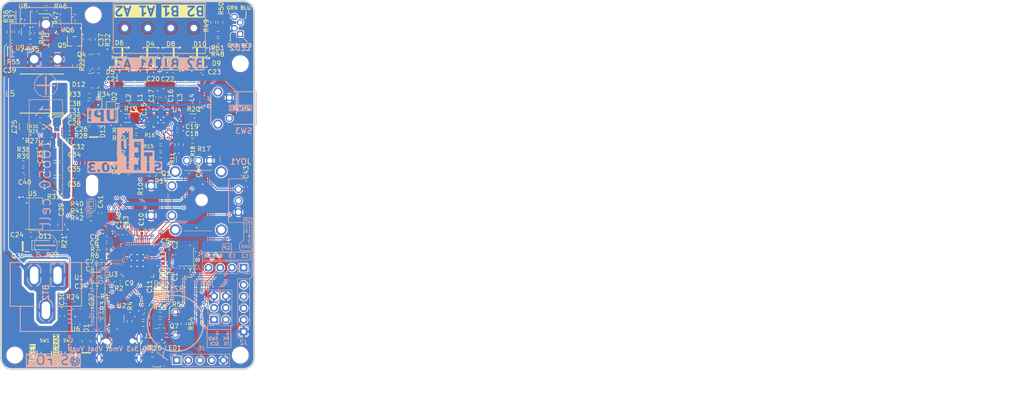
<source format=kicad_pcb>
(kicad_pcb (version 20241229) (generator "pcbnew") (generator_version "9.0")
  (title_block (title "StepUp") (date "2025-02-27") (rev "v0.3") (company "SJFOM"))
  (layers (0 "F.Cu" signal "L1_TopLayer.Cu") (4 "In1.Cu" power "L2_InnerLayer1.Cu") (6 "In2.Cu" power "L3_InnerLayer1.Cu") (2 "B.Cu" signal "L4_BottomLayer.Cu") (13 "F.Paste" user "TopLayer_Paste.Paste") (15 "B.Paste" user "BottomLayer_Paste.Paste") (5 "F.SilkS" user "TopLayer_Silk.Silkscreen") (7 "B.SilkS" user "BottomLayer_Silk.Silkscreen") (1 "F.Mask" user "TopLayer_Mask.Mask") (3 "B.Mask" user "BottomLayer_Mask.Mask") (25 "Edge.Cuts" user))
  (net 0 "")
  (net 1 "GND")
  (net 2 "Net-(C2-Pad1)")
  (net 3 "/Power/VBAT_PACK_NEG")
  (net 4 "/MCU/XIN")
  (net 5 "V_USB")
  (net 6 "+3V3")
  (net 7 "+1V1")
  (net 8 "/MCU/~{USB_BOOT}")
  (net 9 "/MCU/QSPI_SS")
  (net 10 "/MCU/QSPI_SD1")
  (net 11 "/MCU/QSPI_SD0")
  (net 12 "/MCU/QSPI_SD3")
  (net 13 "/MCU/QSPI_SD2")
  (net 14 "/MCU/QSPI_SCLK")
  (net 15 "/MCU/GPIO11")
  (net 16 "/MCU/SWCLK")
  (net 17 "/MCU/GPIO9")
  (net 18 "Net-(Q7-D)")
  (net 19 "/MCU/GPIO12")
  (net 20 "/MCU/GPIO13")
  (net 21 "/MCU/XOUT")
  (net 22 "/MCU/RUN")
  (net 23 "/MCU/SWD")
  (net 24 "/MCU/GPIO10")
  (net 25 "Vbat")
  (net 26 "Net-(U4-VCP)")
  (net 27 "Net-(U4-1.8VOUT)")
  (net 28 "Net-(Q1-G)")
  (net 29 "VMotor")
  (net 30 "Net-(Q3-G)")
  (net 31 "~{TMC_STBDY}")
  (net 32 "TMC_EN")
  (net 33 "TMC_STEP")
  (net 34 "TMC_DIR")
  (net 35 "TMC_UART_RX")
  (net 36 "TMC_UART_TX")
  (net 37 "TMC_DIAG")
  (net 38 "/Power/VBAT_PACK_POS")
  (net 39 "Net-(D1-PadK)")
  (net 40 "Net-(J1-CC1)")
  (net 43 "Net-(J1-CC2)")
  (net 44 "/MCU/UART_0_TX")
  (net 45 "/MCU/UART_0_RX")
  (net 46 "Net-(U3-USB_DP)")
  (net 47 "Net-(U3-USB_DM)")
  (net 48 "/Motor Driver/TMC_MS2{slash}AD1")
  (net 49 "/Motor Driver/TMC_MS1{slash}AD0")
  (net 50 "Net-(U9-BAT)")
  (net 51 "Net-(D11-K)")
  (net 52 "Net-(C33-Pad1)")
  (net 53 "/MCU/GPIO15")
  (net 58 "MCU_BOOST_EN")
  (net 59 "Net-(Q2-G)")
  (net 60 "VBAT_MONITOR")
  (net 61 "VMOTOR_MONITOR")
  (net 62 "VUSB_MONITOR")
  (net 63 "/Motor Driver/TMC_VCC_IO")
  (net 64 "/Motor Driver/BRA")
  (net 65 "/Motor Driver/BRB")
  (net 66 "Net-(Q7-G)")
  (net 67 "BUZZER")
  (net 68 "USB_D+_IN")
  (net 69 "USB_D-_IN")
  (net 70 "USB_D+")
  (net 71 "USB_D-")
  (net 72 "/Motor Driver/OA1_OUT")
  (net 73 "/Motor Driver/OA2_OUT")
  (net 74 "/Motor Driver/OB1_OUT")
  (net 75 "/Motor Driver/OB2_OUT")
  (net 76 "OA1")
  (net 77 "OA2")
  (net 78 "OB1")
  (net 79 "OB2")
  (net 80 "Net-(Q6-D)")
  (net 81 "Net-(U6-PROG)")
  (net 82 "/MCU/GPIO14")
  (net 83 "JOY_AXIS_MCU_H")
  (net 84 "JOY_AXIS_MCU_V")
  (net 85 "JOY_MCU_BTN")
  (net 86 "Net-(U6-STAT)")
  (net 87 "Net-(U8-S1)")
  (net 88 "Net-(U8-G1)")
  (net 89 "Net-(U9-V-)")
  (net 90 "Net-(Q4-G)")
  (net 91 "Net-(U8-G2)")
  (net 92 "Net-(Q4-D)")
  (net 93 "Net-(U8-D-Pad5)")
  (net 95 "/MCU/GPIO2")
  (net 96 "MCU_PWR_BTN")
  (net 97 "MCU_PWR_CTRL")
  (net 98 "MCU_LED_RED")
  (net 99 "MCU_LED_GREEN")
  (net 100 "MCU_LED_BLUE")
  (net 101 "/Power/BOOST_VIN")
  (net 102 "Net-(U7-BOOT)")
  (net 103 "Net-(U7-VCC)")
  (net 104 "/Power/BOOST_VOUT")
  (net 105 "Net-(U7-FSW)")
  (net 106 "Net-(U7-COMP)")
  (net 107 "Net-(U7-ILIM)")
  (net 108 "Net-(U7-FB)")
  (net 109 "Net-(R41-Pad2)")
  (net 110 "/Power/BOOST_SW")
  (net 111 "Net-(D12-Pad3)")
  (net 112 "Net-(D13-PadA)")
  (net 113 "Net-(LED1-K)")
  (net 114 "Net-(LED2-Pad3)")
  (net 115 "Net-(LED2-Pad4)")
  (net 116 "Net-(LED2-Pad1)")
  (footprint "Snapeda:SDO_SOD-123_MCC" (layer "F.Cu") (at 88.826799 63.4786 180)
    (property "Reference" "D3")
    (property "Value" "B5819W-TP")
  )
  (footprint "Resistor_SMD:R_1206_3216Metric" (layer "F.Cu") (at 98.1104 75.550001 180)
    (property "Reference" "R20")
    (property "Value" "150mR")
  )
  (footprint "Resistor_SMD:R_0402_1005Metric" (layer "F.Cu") (at 65.49 77.35)
    (property "Reference" "R30")
    (property "Value" "107kR")
  )
  (footprint "Capacitor_SMD:C_0402_1005Metric" (layer "F.Cu") (at 109.6 90.495 -90)
    (property "Reference" "C43")
    (property "Value" "0.1uF")
  )
  (footprint "Resistor_SMD:R_0402_1005Metric" (layer "F.Cu") (at 65.515 80.1)
    (property "Reference" "R27")
    (property "Value" "17.4kR")
  )
  (footprint "Resistor_SMD:R_0603_1608Metric" (layer "F.Cu") (at 71.525 92.35 180)
    (property "Reference" "R31")
    (property "Value" "0R")
  )
  (footprint "Resistor_SMD:R_0402_1005Metric" (layer "F.Cu") (at 71.325 78.825 180)
    (property "Reference" "R28")
    (property "Value" "127kR")
  )
  (footprint "Resistor_SMD:R_0603_1608Metric" (layer "F.Cu") (at 75.675 70.7 180)
    (property "Reference" "R33")
    (property "Value" "100kR")
  )
  (footprint "Capacitor_SMD:C_0402_1005Metric" (layer "F.Cu") (at 87 100.1 90)
    (property "Reference" "C10")
    (property "Value" "0.1uF")
  )
  (footprint "Capacitor_SMD:C_0402_1005Metric" (layer "F.Cu") (at 92.2 105.1)
    (property "Reference" "C5")
    (property "Value" "0.1uF")
  )
  (footprint "Resistor_SMD:R_0402_1005Metric" (layer "F.Cu") (at 79.37 105.6125)
    (property "Reference" "R6")
    (property "Value" "27R")
  )
  (footprint "Capacitor_SMD:C_0603_1608Metric" (layer "F.Cu") (at 79.35 101.775 180)
    (property "Reference" "C8")
    (property "Value" "1uF")
  )
  (footprint "Connector_USB:USB_C_Receptacle_GCT_USB4105-xx-A_16P_TopMnt_Horizontal" (layer "F.Cu") (at 82.058 126.63)
    (property "Reference" "J1")
    (property "Value" "USB_C_Receptacle_USB2.0_16P")
  )
  (footprint "Capacitor_SMD:C_0402_1005Metric" (layer "F.Cu") (at 94.717 77.249)
    (property "Reference" "C19")
    (property "Value" "0.1uF")
  )
  (footprint "Resistor_SMD:R_0603_1608Metric" (layer "F.Cu") (at 75.95 95.76 180)
    (property "Reference" "R41")
    (property "Value" "10kR")
  )
  (footprint "Capacitor_SMD:C_0402_1005Metric" (layer "F.Cu") (at 94.7 78.3)
    (property "Reference" "C18")
    (property "Value" "0.1uF")
  )
  (footprint "Capacitor_SMD:C_0402_1005Metric" (layer "F.Cu") (at 87.63 117.5 180)
    (property "Reference" "C42")
    (property "Value" "0.1uF")
  )
  (footprint "Resistor_SMD:R_0603_1608Metric" (layer "F.Cu") (at 86.6 86.6 -90)
    (property "Reference" "R10")
    (property "Value" "10kR")
  )
  (footprint "Resistor_SMD:R_0402_1005Metric" (layer "F.Cu") (at 79 112.1 180)
    (property "Reference" "R2")
    (property "Value" "DNF")
  )
  (footprint "Resistor_SMD:R_0402_1005Metric" (layer "F.Cu") (at 92.222 107.135)
    (property "Reference" "R5")
    (property "Value" "1k")
  )
  (footprint "Resistor_SMD:R_0402_1005Metric" (layer "F.Cu") (at 79.37 104.6)
    (property "Reference" "R7")
    (property "Value" "27R")
  )
  (footprint "Snapeda:SDO_SOD-123_MCC" (layer "F.Cu") (at 93.2844 61.1926 180)
    (property "Reference" "D8")
    (property "Value" "B5819W-TP")
  )
  (footprint "Snapeda:SDO_SOD-123_MCC" (layer "F.Cu") (at 99.6344 61.1926)
    (property "Reference" "D10")
    (property "Value" "B5819W-TP")
  )
  (footprint "Capacitor_SMD:C_0402_1005Metric" (layer "F.Cu") (at 58.795 58.925 180)
    (property "Reference" "C39")
    (property "Value" "0.1uF")
  )
  (footprint "Capacitor_SMD:C_0402_1005Metric" (layer "F.Cu") (at 88.025 76.299 90)
    (property "Reference" "C15")
    (property "Value" "0.1uF")
  )
  (footprint "Snapeda:SDO_SOD-123_MCC" (layer "F.Cu") (at 93.2844 63.4786)
    (property "Reference" "D7")
    (property "Value" "B5819W-TP")
  )
  (footprint "Resistor_SMD:R_0603_1608Metric" (layer "F.Cu") (at 84.125 87.3 180)
    (property "Reference" "R8")
    (property "Value" "100R")
  )
  (footprint "Resistor_SMD:R_0603_1608Metric" (layer "F.Cu") (at 84.35 119.75 -90)
    (property "Reference" "R4")
    (property "Value" "5.1kR")
  )
  (footprint "Resistor_SMD:R_0603_1608Metric" (layer "F.Cu") (at 102.5 54.7 90)
    (property "Reference" "R49")
    (property "Value" "120R")
  )
  (footprint "Resistor_SMD:R_0603_1608Metric" (layer "F.Cu") (at 75.725 74.375)
    (property "Reference" "R34")
    (property "Value" "10kR")
  )
  (footprint "Capacitor_SMD:C_1210_3225Metric" (layer "F.Cu") (at 68.5 89.925 180)
    (property "Reference" "C36")
    (property "Value" "22uF")
  )
  (footprint "Samacsys:SOT65P210X110-3N" (layer "F.Cu") (at 61.122 103.4015 180)
    (property "Reference" "Q3")
    (property "Value" "PMF170XP,115" (hide yes))
  )
  (footprint "digikey-footprints:SOD-123" (layer "F.Cu") (at 76.55 78.45 90)
    (property "Reference" "D13")
    (property "Value" "1N4148W-TP")
  )
  (footprint "RP2040_minimal_r2:RP2040-QFN-56" (layer "F.Cu") (at 86.005 106.499 90)
    (property "Reference" "U3")
    (property "Value" "RP2040")
  )
  (footprint "Resistor_SMD:R_0603_1608Metric" (layer "F.Cu") (at 89.3 127)
    (property "Reference" "R26")
    (property "Value" "620R")
  )
  (footprint "Resistor_SMD:R_0603_1608Metric" (layer "F.Cu") (at 78.5 119.5 -90)
    (property "Reference" "R3")
    (property "Value" "5.1kR")
  )
  (footprint "Capacitor_SMD:C_0402_1005Metric" (layer "F.Cu") (at 78.2605 106.7 180)
    (property "Reference" "C7")
    (property "Value" "0.1uF")
  )
  (footprint "Capacitor_SMD:C_0603_1608Metric" (layer "F.Cu") (at 74.85 58.425 90)
    (property "Reference" "C37")
    (property "Value" "1uF")
  )
  (footprint "Resistor_SMD:R_0603_1608Metric" (layer "F.Cu") (at 72.325 115.95)
    (property "Reference" "R24")
    (property "Value" "3.3kR")
  )
  (footprint "Capacitor_SMD:C_0603_1608Metric" (layer "F.Cu") (at 79.35 103.325 180)
    (property "Reference" "C6")
    (property "Value" "1uF")
  )
  (footprint "Package_DFN_QFN:Texas_VQFN-RNR0011A-11" (layer "F.Cu") (at 68.525 78.5625)
    (property "Reference" "U7")
    (property "Value" "TPS61089")
  )
  (footprint "Samacsys:INS63AS5UW" (layer "F.Cu") (at 90.25 128.65 180)
    (property "Reference" "LED1")
    (property "Value" "IN-S63AS5A" (hide yes))
  )
  (footprint "Resistor_SMD:R_0603_1608Metric" (layer "F.Cu") (at 66.25 51.6 180)
    (property "Reference" "R46")
    (property "Value" "100R")
  )
  (footprint "Resistor_SMD:R_0603_1608Metric" (layer "F.Cu") (at 58.25 56.775 -90)
    (property "Reference" "R36")
    (property "Value" "0R")
  )
  (footprint "Snapeda:IND_HI1206T500R-10_LRD" (layer "F.Cu") (at 86.6804 68.057001 -90)
    (property "Reference" "L1")
    (property "Value" "HI1206T500R-10")
  )
  (footprint "Capacitor_SMD:C_0402_1005Metric" (layer "F.Cu") (at 83.35 100.9 90)
    (property "Reference" "C13")
    (property "Value" "0.1uF")
  )
  (footprint "Snapeda:SDO_SOD-123_MCC" (layer "F.Cu") (at 88.826799 61.1926)
    (property "Reference" "D4")
    (property "Value" "B5819W-TP")
  )
  (footprint "digikey-footprints:SOT-23-3" (layer "F.Cu") (at 76.9 63.2)
    (property "Reference" "Q4")
    (property "Value" "2N7002-7-F")
  )
  (footprint "Snapeda:SOT-28FL-8_2P9X2P3_ONS" (layer "F.Cu") (at 61.225001 53.5 90)
    (property "Reference" "U8")
    (property "Value" "ECH8697R-TL-W")
  )
  (footprint "Capacitor_SMD:C_0402_1005Metric" (layer "F.Cu") (at 76.078 112.048)
    (property "Reference" "C3")
    (property "Value" "0.1uF")
  )
  (footprint "Capacitor_SMD:C_0402_1005Metric" (layer "F.Cu") (at 82.334 100.9 90)
    (property "Reference" "C14")
    (property "Value" "0.1uF")
  )
  (footprint "Resistor_SMD:R_0603_1608Metric" (layer "F.Cu") (at 91.1 83.648 180)
    (property "Reference" "R14")
    (property "Value" "10kR")
  )
  (footprint "Resistor_SMD:R_0603_1608Metric" (layer "F.Cu") (at 61.25 85.375 180)
    (property "Reference" "R38")
    (property "Value" "100kR")
  )
  (footprint "Snapeda:IND_HI1206T500R-10_LRD" (layer "F.Cu") (at 97.8564 68.057001 -90)
    (property "Reference" "L4")
    (property "Value" "HI1206T500R-10")
  )
  (footprint "Resistor_SMD:R_0603_1608Metric" (layer "F.Cu") (at 87.325 118.801)
    (property "Reference" "R44")
    (property "Value" "100kR")
  )
  (footprint "MountingHole:MountingHole_2.2mm_M2" (layer "F.Cu") (at 76.2 90.2)
    (property "Reference" "H6" (hide yes))
    (property "Value" "MountingHole")
  )
  (footprint "Capacitor_SMD:C_0402_1005Metric" (layer "F.Cu") (at 98.2 87.03 -90)
    (property "Reference" "C44")
    (property "Value" "0.1uF")
  )
  (footprint "Resistor_SMD:R_0603_1608Metric" (layer "F.Cu") (at 85.8 78.3 180)
    (property "Reference" "R13")
    (property "Value" "10kR")
  )
  (footprint "Capacitor_SMD:C_0402_1005Metric" (layer "F.Cu") (at 88.175 65.289 180)
    (property "Reference" "C20")
    (property "Value" "470pF")
  )
  (footprint "Resistor_SMD:R_0402_1005Metric" (layer "F.Cu") (at 65.49 78.4 180)
    (property "Reference" "R29")
    (property "Value" "787kR")
  )
  (footprint "Capacitor_SMD:C_0402_1005Metric" (layer "F.Cu") (at 78.2605 107.716 180)
    (property "Reference" "C4")
    (property "Value" "0.1uF")
  )
  (footprint "Capacitor_SMD:C_0402_1005Metric" (layer "F.Cu") (at 61.595 88.2 180)
    (property "Reference" "C40")
    (property "Value" "0.1uF")
  )
  (footprint "Resistor_SMD:R_0603_1608Metric" (layer "F.Cu") (at 103.575 57.225 180)
    (property "Reference" "R51")
    (property "Value" "22R")
  )
  (footprint "Capacitor_SMD:C_0402_1005Metric" (layer "F.Cu") (at 69.505 76.275 180)
    (property "Reference" "C28")
    (property "Value" "0.1uF")
  )
  (footprint "Capacitor_SMD:C_1210_3225Metric" (layer "F.Cu") (at 68.5 83.375 180)
    (property "Reference" "C34")
    (property "Value" "22uF")
  )
  (footprint "Resistor_SMD:R_0603_1608Metric" (layer "F.Cu") (at 91 118.275 180)
    (property "Reference" "R52")
    (property "Value" "1kR")
  )
  (footprint "Capacitor_SMD:C_0402_1005Metric" (layer "F.Cu") (at 94 105.2 90)
    (property "Reference" "C2")
    (property "Value" "15pF")
  )
  (footprint "Capacitor_SMD:C_0603_1608Metric" (layer "F.Cu") (at 62.9 100.8875)
    (property "Reference" "C24")
    (property "Value" "1uF")
  )
  (footprint "Fiducial:Fiducial_1mm_Mask2mm" (layer "F.Cu") (at 108.825 82.325)
    (property "Reference" "FID3" (hide yes))
    (property "Value" "Fiducial")
  )
  (footprint "MountingHole:MountingHole_3.2mm_M3_DIN965" (layer "F.Cu") (at 59.411701 127.088299)
    (property "Reference" "H3" (hide yes))
    (property "Value" "MountingHole")
  )
  (footprint "Capacitor_SMD:C_0603_1608Metric" (layer "F.Cu") (at 64.925 76.025 180)
    (property "Reference" "C31")
    (property "Value" "4.7uF")
  )
  (footprint "Capacitor_SMD:C_0402_1005Metric" (layer "F.Cu") (at 94.1 108.2 -90)
    (property "Reference" "C1")
    (property "Value" "15pF")
  )
  (footprint "Snapeda:IND_HI1206T500R-10_LRD" (layer "F.Cu") (at 84.1404 68.057001 -90)
    (property "Reference" "L2")
    (property "Value" "HI1206T500R-10")
  )
  (footprint "Resistor_SMD:R_0603_1608Metric" (layer "F.Cu") (at 85.8 79.9 180)
    (property "Reference" "R12")
    (property "Value" "10kR")
  )
  (footprint "Capacitor_SMD:C_0402_1005Metric" (layer "F.Cu") (at 82.3 111.2 180)
    (property "Reference" "C9")
    (property "Value" "0.1uF")
  )
  (footprint "digikey-footprints:SOT-23-3" (layer "F.Cu") (at 76.875 67.325)
    (property "Reference" "D12")
    (property "Value" "BAT54C-7-F")
  )
  (footprint "Capacitor_SMD:C_0603_1608Metric" (layer "F.Cu") (at 68.525 80.875 180)
    (property "Reference" "C32")
    (property "Value" "1uF")
  )
  (footprint "Resistor_SMD:R_0603_1608Metric" (layer "F.Cu") (at 91.1 80.6 180)
    (property "Reference" "R16")
    (property "Value" "10kR")
  )
  (footprint "Capacitor_SMD:C_0402_1005Metric" (layer "F.Cu") (at 99.82 65.2566)
    (property "Reference" "C23")
    (property "Value" "470pF")
  )
  (footprint "Crystal:Crystal_SMD_3225-4Pin_3.2x2.5mm" (layer "F.Cu") (at 96.6 105.7 90)
    (property "Reference" "Y1")
    (property "Value" "ABM8-272-T3")
  )
  (footprint "MountingHole:MountingHole_2.2mm_M2" (layer "F.Cu") (at 100 93.35)
    (property "Reference" "H5" (hide yes))
    (property "Value" "MountingHole")
  )
  (footprint "Resistor_SMD:R_0603_1608Metric" (layer "F.Cu") (at 98.05 80.5)
    (property "Reference" "R17")
    (property "Value" "1kR")
  )
  (footprint "Resistor_SMD:R_1206_3216Metric" (layer "F.Cu") (at 83.8864 75.550001)
    (property "Reference" "R19")
    (property "Value" "150mR")
  )
  (footprint "Resistor_SMD:R_0603_1608Metric" (layer "F.Cu") (at 64.55 105.225 180)
    (property "Reference" "R23")
    (property "Value" "100R")
  )
  (footprint "Capacitor_SMD:C_0402_1005Metric" (layer "F.Cu") (at 82.175 65.2566 180)
    (property "Reference" "C21")
    (property "Value" "470pF")
  )
  (footprint "Fiducial:Fiducial_1mm_Mask2mm" (layer "F.Cu") (at 58.45 120.475)
    (property "Reference" "FID1" (hide yes))
    (property "Value" "Fiducial")
  )
  (footprint "Package_TO_SOT_SMD:SOT-223-3_TabPin2" (layer "F.Cu") (at 63.55 96.2875)
    (property "Reference" "U5")
    (property "Value" "LDL1117S33R")
  )
  (footprint "Resistor_SMD:R_0603_1608Metric" (layer "F.Cu") (at 59.175 61.725 180)
    (property "Reference" "R55")
    (property "Value" "0R")
  )
  (footprint "Resistor_SMD:R_0402_1005Metric" (layer "F.Cu") (at 79 113.2)
    (property "Reference" "R1")
    (property "Value" "1k")
  )
  (footprint "Capacitor_SMD:C_0402_1005Metric" (layer "F.Cu") (at 92.222 106.1)
    (property "Reference" "C12")
    (property "Value" "0.1uF")
  )
  (footprint "Resistor_SMD:R_0603_1608Metric" (layer "F.Cu") (at 87.325 120.325 180)
    (property "Reference" "R43")
    (property "Value" "56kR")
  )
  (footprint "Resistor_SMD:R_0603_1608Metric" (layer "F.Cu") (at 68.475 102.35 90)
    (property "Reference" "R21")
    (property "Value" "100kR")
  )
  (footprint "Ultra_librarian_footprints:QFN20_3x3_TRI-M" (layer "F.Cu") (at 91.1 75.95)
    (property "Reference" "U4")
    (property "Value" "TMC2300-LA-T")
  )
  (footprint "Resistor_SMD:R_0603_1608Metric" (layer "F.Cu") (at 93.7 81.3 -90)
    (property "Reference" "R11")
    (property "Value" "10kR")
  )
  (footprint "Resistor_SMD:R_0603_1608Metric" (layer "F.Cu") (at 75.95 97.31)
    (property "Reference" "R42")
    (property "Value" "10kR")
  )
  (footprint "Capacitor_SMD:C_0603_1608Metric" (layer "F.Cu") (at 69.675 118.6 90)
    (property "Reference" "C30")
    (property "Value" "4.7uF")
  )
  (footprint "Resistor_SMD:R_0603_1608Metric" (layer "F.Cu") (at 91.1 82.124 180)
    (property "Reference" "R15")
    (property "Value" "10kR")
  )
  (footprint "Snapeda:SDO_SOD-123_MCC" (layer "F.Cu") (at 99.6344 63.4786 180)
    (property "Reference" "D9")
    (property "Value" "B5819W-TP")
  )
  (footprint "Resistor_SMD:R_0603_1608Metric" (layer "F.Cu") (at 59.85 56.775 -90)
    (property "Reference" "R37")
    (property "Value" "5.1MR")
  )
  (footprint "Capacitor_SMD:C_0805_2012Metric" (layer "F.Cu") (at 75.475 72.525)
    (property "Reference" "C38")
    (property "Value" "10uF")
  )
  (footprint "Resistor_SMD:R_0603_1608Metric" (layer "F.Cu") (at 61.25 86.925)
    (property "Reference" "R39")
    (property "Value" "100kR")
  )
  (footprint "Resistor_SMD:R_0603_1608Metric" (layer "F.Cu") (at 104.075 54.7 90)
    (property "Reference" "R50")
    (property "Value" "120R")
  )
  (footprint "Capacitor_SMD:C_0805_2012Metric" (layer "F.Cu") (at 69.525 98.725 -90)
    (property "Reference" "C29")
    (property "Value" "10uF")
  )
  (footprint "Capacitor_SMD:C_0402_1005Metric" (layer "F.Cu") (at 90.376001 70.978001 90)
    (property "Reference" "C17")
    (property "Value" "0.1uF")
  )
  (footprint "Snapeda:SOT-23F_TOS" (layer "F.Cu") (at 72.4 58.85 180)
    (property "Reference" "Q5")
    (property "Value" "SSM3J328R_LF")
  )
  (footprint "digikey-footprints:SOT-23-3" (layer "F.Cu") (at 89.3 86.5)
    (property "Reference" "Q1")
    (property "Value" "BSS84")
  )
  (footprint "Snapeda:USON-8_UX_2x3x0p6_WIN" (layer "F.Cu") (at 76.978 110.248 180)
    (property "Reference" "U1")
    (property "Value" "W25Q16JVUXIQ TR")
  )
  (footprint "Capacitor_SMD:C_0402_1005Metric" (layer "F.Cu") (at 87.4 112.2 -90)
    (property "Reference" "C11")
    (property "Value" "0.1uF")
  )
  (footprint "Resistor_SMD:R_0603_1608Metric" (layer "F.Cu") (at 84.125 85.7)
    (property "Reference" "R9")
    (property "Value" "10kR")
  )
  (footprint "MountingHole:MountingHole_3.2mm_M3_DIN965" (layer "F.Cu") (at 76.45 53.1)
    (property "Reference" "H2" (hide yes))
    (property "Value" "MountingHole")
  )
  (footprint "Resistor_SMD:R_0603_1608Metric" (layer "F.Cu") (at 75.95 94.211 180)
    (property "Reference" "R40")
    (property "Value" "100kR")
  )
  (footprint "Capacitor_SMD:C_0402_1005Metric" (layer "F.Cu") (at 71.33 77.825)
    (property "Reference" "C26")
    (property "Value" "0.1uF")
  )
  (footprint "digikey-footprints:SOT-753" (layer "F.Cu") (at 72.75 118.7 -90)
    (property "Reference" "U6")
    (property "Value" "MCP73832T-2ACI_OT")
  )
  (footprint "Resistor_SMD:R_0603_1608Metric" (layer "F.Cu") (at 96.1 120.275 90)
    (property "Reference" "R54")
    (property "Value" "1kR")
  )
  (footprint "Capacitor_SMD:C_0402_1005Metric" (layer "F.Cu") (at 65.05 81.595 -90)
    (property "Reference" "C33")
    (property "Value" "4700pF")
  )
  (footprint "Snapeda:SDO_SOD-123_MCC" (layer "F.Cu") (at 82.1084 63.4786)
    (property "Reference" "D5")
    (property "Value" "B5819W-TP")
  )
  (footprint "digikey-footprints:SOT-23-3" (layer "F.Cu") (at 70.9 53.725 90)
    (property "Reference" "Q6")
    (property "Value" "2N7002-7-F")
  )
  (footprint "Resistor_SMD:R_0402_1005Metric" (layer "F.Cu") (at 67.59 76.275)
    (property "Reference" "R25")
    (property "Value" "301kR")
  )
  (footprint "Snapeda:434153017835_434153017835" (layer "F.Cu") (at 71.025 127.025 90)
    (property "Reference" "SW2")
    (property "Value" "434153017835")
  )
  (footprint "Capacitor_SMD:C_1210_3225Metric" (layer "F.Cu") (at 68.5 86.65 180)
    (property "Reference" "C35")
    (property "Value" "22uF")
  )
  (footprint "Resistor_SMD:R_0603_1608Metric" (layer "F.Cu") (at 95.5 81.3 -90)
    (property "Reference" "R18")
    (property "Value" "100kR")
  )
  (footprint "Snapeda:434153017835_434153017835" (layer "F.Cu") (at 65.825 127.025 90)
    (property "Reference" "SW1")
    (property "Value" "434153017835")
  )
  (footprint "Capacitor_SMD:C_0402_1005Metric" (layer "F.Cu") (at 93.8 65.289)
    (property "Reference" "C22")
    (property "Value" "470pF")
  )
  (footprint "Snapeda:IND_HI1206T500R-10_LRD" (layer "F.Cu") (at 95.3164 68.057001 -90)
    (property "Reference" "L3")
    (property "Value" "HI1206T500R-10")
  )
  (footprint "Resistor_SMD:R_0603_1608Metric" (layer "F.Cu") (at 103.575 58.775 180)
    (property "Reference" "R48")
    (property "Value" "120R")
  )
  (footprint "Capacitor_SMD:C_0402_1005Metric" (layer "F.Cu") (at 77.975 96.23 -90)
    (property "Reference" "C41")
    (property "Value" "0.1uF")
  )
  (footprint "Diode_SMD:D_SMF" (layer "F.Cu") (at 80.3 74.3 -90)
    (property "Reference" "D2")
    (property "Value" "SMF12A")
  )
  (footprint "MountingHole:MountingHole_3.2mm_M3_DIN965" (layer "F.Cu") (at 108.388299 127.088299)
    (property "Reference" "H4" (hide yes))
    (property "Value" "MountingHole")
  )
  (footprint "Resistor_SMD:R_0603_1608Metric" (layer "F.Cu") (at 76.4 58.425 -90)
    (property "Reference" "R32")
    (property "Value" "1Meg")
  )
  (footprint "digikey-footprints:SOD-123" (layer "F.Cu") (at 74.95 125.35 90)
    (property "Reference" "D1")
    (property "Value" "1N4148W-TP")
  )
  (footprint "Capacitor_SMD:C_1206_3216Metric" (layer "F.Cu") (at 61.3 77.325 -90)
    (property "Reference" "C25")
    (property "Value" "22uF")
  )
  (footprint "Capacitor_SMD:C_0603_1608Metric" (layer "F.Cu") (at 76.1 118.85 -90)
    (property "Reference" "C27")
    (property "Value" "4.7uF")
  )
  (footprint "Samacsys:INDPM9585X300N" (layer "F.Cu") (at 65.275 70.2)
    (property "Reference" "L5")
    (property "Value" "1.8uH" (hide yes))
  )
  (footprint "MountingHole:MountingHole_3.2mm_M3_DIN965" (layer "F.Cu") (at 108.4 63.7)
    (property "Reference" "H1" (hide yes))
    (property "Value" "MountingHole")
  )
  (footprint "Snapeda:SDO_SOD-123_MCC" (layer "F.Cu") (at 82.1084 61.1926 180)
    (property "Reference" "D6")
    (property "Value" "B5819W-TP")
  )
  (footprint "Resistor_SMD:R_0402_1005Metric" (layer "F.Cu") (at 63.35 57.065 -90)
    (property "Reference" "R45")
    (property "Value" "2.2kR")
  )
  (footprint "Resistor_SMD:R_0603_1608Metric" (layer "F.Cu") (at 90.975 119.9 180)
    (property "Reference" "R53")
    (property "Value" "100kR")
  )
  (footprint "Resistor_SMD:R_0603_1608Metric" (layer "F.Cu") (at 62.75 58.95)
    (property "Reference" "R35")
    (property "Value" "330R")
  )
  (footprint "digikey-footprints:SOT-23-3" (layer "F.Cu") (at 91.2 122.8)
    (property "Reference" "Q7")
    (property "Value" "2N7002-7-F")
  )
  (footprint "digikey-footprints:SOT-23-3" (layer "F.Cu") (at 85.5 82.75)
    (property "Reference" "Q2")
    (property "Value" "2N7002-7-F")
  )
  (footprint "Package_SON:WSON-6_1.5x1.5mm_P0.5mm" (layer "F.Cu") (at 61.75 56.8 -90)
    (property "Reference" "U9")
    (property "Value" "BQ29700")
  )
  (footprint "Package_TO_SOT_SMD:SOT-23-6" (layer "F.Cu") (at 81.594 119.14 90)
    (property "Reference" "U2")
    (property "Value" "USBLC6-2SC6")
  )
  (footprint "Fiducial:Fiducial_1mm_Mask2mm" (layer "F.Cu") (at 79.8 55.825)
    (property "Reference" "FID2" (hide yes))
    (property "Value" "Fiducial")
  )
  (footprint "Resistor_SMD:R_0603_1608Metric" (layer "F.Cu") (at 63.675 52.375 -90)
    (property "Reference" "R47")
    (property "Value" "5.1MR")
  )
  (footprint "Capacitor_SMD:C_0603_1608Metric" (layer "F.Cu") (at 91.646001 70.978001 90)
    (property "Reference" "C16")
    (property "Value" "10uF")
  )
  (footprint "Resistor_SMD:R_0603_1608Metric" (layer "F.Cu") (at 72.475 64.1 90)
    (property "Reference" "R22")
    (property "Value" "0R")
  )
  (footprint "Diode_SMD:D_SOD-123F" (layer "F.Cu") (at 65.318 103.1735)
    (property "Reference" "D11")
    (property "Value" "PMEG2020EH")
  )
  (footprint "LOGO" (layer "B.Cu") (at 75.980173 95.094396 90)
    (property "Reference" "G***" (hide yes))
    (property "Value" "LOGO" (hide yes))
  )
  (footprint "Connector_PinHeader_2.54mm:PinHeader_1x04_P2.54mm_Vertical" (layer "B.Cu") (at 109.125 108.05 90)
    (property "Reference" "J3")
    (property "Value" "Conn_01x04_Pin")
  )
  (footprint "Samacsys:MP008267" (layer "B.Cu") (at 108.375 57.25 -90)
    (property "Reference" "LED2")
    (property "Value" "MP008267" (hide yes))
  )
  (footprint "Samacsys:1825027-8" (layer "B.Cu") (at 111.855 73.35 -90)
    (property "Reference" "SW3")
    (property "Value" "1825027-8" (hide yes))
  )
  (footprint "Samacsys:PS1240P02BT" (layer "B.Cu") (at 94.3 120.2)
    (property "Reference" "BZ1")
    (property "Value" "PS1240P02CT3" (hide yes))
  )
  (footprint "Samacsys:THB001P" (layer "B.Cu") (at 108 91 90)
    (property "Reference" "JOY1")
    (property "Value" "THB001P" (hide yes))
  )
  (footprint "my_parts:AST250404" (layer "B.Cu") (at 83.3 55.95)
    (property "Reference" "J5")
    (property "Value" "AST0250404")
  )
  (footprint "Connector_PinHeader_2.54mm:PinHeader_1x05_P2.54mm_Vertical" (layer "B.Cu") (at 94.565 128.2 -90)
    (property "Reference" "J6")
    (property "Value" "Conn_01x05")
  )
  (footprint "Connector_PinHeader_2.54mm:PinHeader_2x03_P2.54mm_Vertical" (layer "B.Cu") (at 102.7 119.34)
    (property "Reference" "J4")
    (property "Value" "Conn_02x03_Odd_Even")
  )
  (footprint "Connector_PinHeader_2.54mm:PinHeader_1x05_P2.54mm_Vertical" (layer "B.Cu") (at 109.125 121.97)
    (property "Reference" "J2")
    (property "Value" "Conn_01x05_Pin")
  )
  (footprint "Samacsys:54" (layer "B.Cu") (at 63.618 62.72 90)
    (property "Reference" "BT1")
    (property "Value" "54" (hide yes))
  )
  (footprint "Samacsys:54_SLOT" (layer "B.Cu") (at 68.698 108.72 -90)
    (property "Reference" "BT2")
    (property "Value" "54" (hide yes))
  )
  (gr_line (start 109.65 52.225) (end 109.65 53.6) (stroke (width 0.15)) (layer "F.SilkS"))
  (gr_line (start 90.325 110.95) (end 89.825 110.95) (stroke (width 0.15)) (layer "F.SilkS"))
  (gr_line (start 106.225 57.2) (end 106.6 56.825) (stroke (width 0.15)) (layer "F.SilkS"))
  (gr_line (start 66.6 75.25) (end 67 74.85) (stroke (width 0.15)) (layer "F.SilkS"))
  (gr_line (start 70.3 74.85) (end 70.775 74.375) (stroke (width 0.15)) (layer "F.SilkS"))
  (gr_line (start 92.975 119.375) (end 92.675 119.375) (stroke (width 0.15)) (layer "F.SilkS"))
  (gr_line (start 105.85 52.575) (end 106.175 52.9) (stroke (width 0.15)) (layer "F.SilkS"))
  (gr_line (start 78.35 73.225) (end 78.35 71.125) (stroke (width 0.15)) (layer "F.SilkS"))
  (gr_line (start 69.875 74.85) (end 70.3 74.85) (stroke (width 0.15)) (layer "F.SilkS"))
  (gr_line (start 67.55 53.45) (end 66.975 52.875) (stroke (width 0.15)) (layer "F.SilkS"))
  (gr_line (start 88.525 116.4) (end 89.775 114.375) (stroke (width 0.15)) (layer "F.SilkS"))
  (gr_line (start 89.825 110.95) (end 89.825 115.425) (stroke (width 0.15)) (layer "F.SilkS"))
  (gr_line (start 89.825 115.425) (end 92.925 115.425) (stroke (width 0.15)) (layer "F.SilkS"))
  (gr_line (start 92.975 116.825) (end 92.975 119.375) (stroke (width 0.15)) (layer "F.SilkS"))
  (gr_line (start 105.85 52.225) (end 105.85 52.575) (stroke (width 0.15)) (layer "F.SilkS"))
  (gr_line (start 67 74.85) (end 69.875 74.85) (stroke (width 0.15)) (layer "F.SilkS"))
  (gr_line (start 77.475 74.1) (end 78.35 73.225) (stroke (width 0.15)) (layer "F.SilkS"))
  (gr_line (start 91.65 127.725) (end 91.65 126.5) (stroke (width 0.15)) (layer "F.SilkS"))
  (gr_line (start 57.125 64.125) (end 57.125 59.975) (stroke (width 0.15)) (layer "F.SilkS"))
  (gr_line (start 57.125 59.975) (end 57.65 59.45) (stroke (width 0.15)) (layer "F.SilkS"))
  (gr_line (start 106.225 58.925) (end 106.225 57.575) (stroke (width 0.15)) (layer "F.SilkS"))
  (gr_line (start 109.9 58.925) (end 109.225 58.25) (stroke (width 0.15)) (layer "F.SilkS"))
  (gr_line (start 93.45 116.275) (end 92.975 116.825) (stroke (width 0.15)) (layer "F.SilkS"))
  (gr_line (start 67.85 75.575) (end 68.175 75.25) (stroke (width 0.15)) (layer "F.SilkS"))
  (gr_line (start 68.175 75.25) (end 70.775 75.25) (stroke (width 0.15)) (layer "F.SilkS"))
  (gr_line (start 109.65 53.6) (end 109.225 54.025) (stroke (width 0.15)) (layer "F.SilkS"))
  (gr_line (start 106.225 57.575) (end 106.225 57.2) (stroke (width 0.15)) (layer "F.SilkS"))
  (gr_line (start 66.975 52.875) (end 64.625 52.875) (stroke (width 0.15)) (layer "F.SilkS"))
  (gr_line (start 91.65 126.5) (end 91.925 126.225) (stroke (width 0.15)) (layer "F.SilkS"))
  (gr_line (start 66.158 70.42) (end 66.158 66.42) (stroke (width 0.3)) (layer "B.SilkS"))
  (gr_line (start 77.2125 121.9375) (end 77.2125 106.925) (stroke (width 0.15)) (layer "B.SilkS"))
  (gr_poly (pts (xy 110.95 97.35) (xy 110.775 97.175) (xy 109.325 97.175) (xy 109.15 97.35) (xy 109.15 102) (xy 108.225 102.925) (xy 108.225 104) (xy 108.625 104.4) (xy 110.95 104.4)) (stroke (width 0.15)) (fill no) (layer "B.SilkS"))
  (gr_circle (center 66.158 68.42) (end 68.658 68.42) (stroke (width 0.15)) (fill no) (layer "B.SilkS"))
  (gr_line (start 77.8375 121.3125) (end 77.2125 121.9375) (stroke (width 0.15)) (layer "B.SilkS"))
  (gr_line (start 77.2125 106.9375) (end 76.5875 107.5625) (stroke (width 0.15)) (layer "B.SilkS"))
  (gr_line (start 71.723 121.94) (end 79.025 121.94) (stroke (width 0.15)) (layer "B.SilkS"))
  (gr_circle (center 66.158 103.22) (end 68.658 103.22) (stroke (width 0.15)) (fill no) (layer "B.SilkS"))
  (gr_line (start 110.95 103.925) (end 110.95 109.975) (stroke (width 0.15)) (layer "B.SilkS"))
  (gr_rect (start 62.533 71.52) (end 69.783 99.97) (stroke (width 0.15)) (fill no) (layer "B.SilkS"))
  (gr_line (start 64.158 103.22) (end 68.158 103.22) (stroke (width 0.3)) (layer "B.SilkS"))
  (gr_line (start 64.158 68.42) (end 68.158 68.42) (stroke (width 0.3)) (layer "B.SilkS"))
  (gr_line (start 77.2125 114.43125) (end 79.05 114.425) (stroke (width 0.15)) (layer "B.SilkS"))
  (gr_rect (start 100.1375 104.7) (end 110.5125 106.425) (stroke (width 0.15)) (fill no) (layer "B.SilkS"))
  (gr_line (start 79.025 106.94) (end 79.025 121.94) (stroke (width 0.15)) (layer "B.SilkS"))
  (gr_line (start 73.903 106.94) (end 79.025 106.94) (stroke (width 0.15)) (layer "B.SilkS"))
  (gr_line (start 101.2 121.525) (end 101.2 120.725) (stroke (width 0.15)) (layer "B.SilkS"))
  (gr_line (start 106.35 121.525) (end 106.35 120.7) (stroke (width 0.15)) (layer "B.SilkS"))
  (gr_line (start 76.5875 121.3125) (end 77.2125 121.9375) (stroke (width 0.15)) (layer "B.SilkS"))
  (gr_line (start 109.225 98.35) (end 110.925 98.35) (stroke (width 0.12)) (layer "B.SilkS"))
  (gr_rect (start 101.2 121.525) (end 106.35 125.475) (stroke (width 0.15)) (fill no) (layer "B.SilkS"))
  (gr_line (start 110.455 110.48) (end 110.95 109.985) (stroke (width 0.15)) (layer "B.SilkS"))
  (gr_line (start 77.2 106.925) (end 77.825 107.55) (stroke (width 0.15)) (layer "B.SilkS"))
  (gr_line (start 90.225 126.35) (end 92.6 128.175) (stroke (width 0.2)) (layer "B.SilkS"))
  (gr_rect (start 104.525 102.85) (end 106.475 104.7) (stroke (width 0.15)) (fill no) (layer "B.SilkS"))
  (gr_line (start 56.411701 52.4617) (end 56.411701 127.7383) (stroke (width 0.4)) (layer "Edge.Cuts"))
  (gr_line (start 58.7617 130.088299) (end 109.0383 130.088299) (stroke (width 0.4)) (layer "Edge.Cuts"))
  (gr_arc (start 56.411701 52.4617) (mid 57.1 50.8) (end 58.7617 50.111701) (stroke (width 0.4)) (layer "Edge.Cuts"))
  (gr_line (start 111.388299 52.4617) (end 111.388299 127.7383) (stroke (width 0.4)) (layer "Edge.Cuts"))
  (gr_arc (start 111.388299 127.7383) (mid 110.7 129.4) (end 109.0383 130.088299) (stroke (width 0.4)) (layer "Edge.Cuts"))
  (gr_arc (start 58.7617 130.088299) (mid 57.1 129.4) (end 56.411701 127.7383) (stroke (width 0.4)) (layer "Edge.Cuts"))
  (gr_line (start 58.7617 50.111701) (end 109.0383 50.111701) (stroke (width 0.4)) (layer "Edge.Cuts"))
  (gr_arc (start 109.0383 50.111701) (mid 110.7 50.8) (end 111.388299 52.4617) (stroke (width 0.4)) (layer "Edge.Cuts"))
  (gr_text "GND" (at 105.475 60.2 0) (layer "F.SilkS") (effects (font (size 0.8 0.8) (thickness 0.15) (bold yes)) (justify left bottom)))
  (gr_text "A1 A2" (at 90.1 51 180) (layer "F.SilkS" knockout) (effects (font (size 2 2) (thickness 0.4) (bold yes)) (justify left bottom)))
  (gr_text "RESET" (at 63.875 127.025 90) (layer "F.SilkS" knockout) (effects (font (size 1 1) (thickness 0.15) (bold yes)) (justify bottom)))
  (gr_text "PROGRAM\n" (at 69.025 126 90) (layer "F.SilkS" knockout) (effects (font (size 1 1) (thickness 0.15) (bold yes)) (justify bottom)))
  (gr_text "B2 B1" (at 100.9 51 180) (layer "F.SilkS" knockout) (effects (font (size 2 2) (thickness 0.4) (bold yes)) (justify left bottom)))
  (gr_text "BLU" (at 108.3 52.025 0) (layer "F.SilkS") (effects (font (size 0.8 0.8) (thickness 0.15) (bold yes)) (justify left bottom)))
  (gr_text "RED" (at 108.475 60.225 0) (layer "F.SilkS") (effects (font (size 0.8 0.8) (thickness 0.15) (bold yes)) (justify left bottom)))
  (gr_text "GRN" (at 105.325 52.025 0) (layer "F.SilkS") (effects (font (size 0.8 0.8) (thickness 0.15) (bold yes)) (justify left bottom)))
  (gr_text "YES" (at 78.75 116.625 90) (layer "B.SilkS") (effects (font (size 1 1) (thickness 0.15) (bold yes)) (justify left bottom mirror)))
  (gr_text "NO" (at 78.7 109.5 90) (layer "B.SilkS") (effects (font (size 1 1) (thickness 0.15) (bold yes)) (justify left bottom mirror)))
  (gr_text "1 x 18650 cell" (at 67.39885 72.42 90) (layer "B.SilkS") (effects (font (size 2.3 2.3) (thickness 0.23)) (justify left bottom mirror)))
  (gr_text "POWER" (at 108.45 73.95 0) (layer "B.SilkS" knockout) (effects (font (size 1 1) (thickness 0.15) (bold yes)) (justify bottom mirror)))
  (gr_text "Built-in protection?" (at 76.675 108.55 90) (layer "B.SilkS") (effects (font (size 0.8 0.8) (thickness 0.15) (bold yes)) (justify left bottom mirror)))
  (gr_text "UP!" (at 81.9 76.7 0) (layer "B.SilkS" knockout) (effects (font (size 2.5 2.5) (thickness 0.15) (bold yes)) (justify left bottom mirror)))
  (gr_text "GP\n11\n10\n9\n2\nGND" (at 110.775 103.9 0) (layer "B.SilkS") (effects (font (size 0.7 0.7) (thickness 0.12)) (justify left bottom mirror)))
  (gr_text "@SJFOM" (at 73.95 129.35 0) (layer "B.SilkS" knockout) (effects (font (size 2 2) (thickness 0.25)) (justify left bottom mirror)))
  (gr_text "v0.3" (at 81.95 87.575 0) (layer "B.SilkS" knockout) (effects (font (size 2 2) (thickness 0.15) (bold yes)) (justify left bottom mirror)))
  (gr_text "12  13  14  15" (at 110.25 105.95 0) (layer "B.SilkS") (effects (font (size 0.8 0.8) (thickness 0.15) (bold yes)) (justify left bottom mirror)))
  (gr_text "E" (at 87.025 87.85 0) (layer "B.SilkS" knockout) (effects (font (size 6 2) (thickness 0.15) (bold yes)) (justify left bottom mirror)))
  (gr_text "GND 3v3 Vmot Vbat Vusb" (at 90.275 126.3 0) (layer "B.SilkS") (effects (font (size 1 1) (thickness 0.2) (bold yes)) (justify left bottom mirror)))
  (gr_text "A1 A2" (at 90.1 65 0) (layer "B.SilkS" knockout) (effects (font (size 2 2) (thickness 0.4) (bold yes)) (justify left bottom mirror)))
  (gr_text "S" (at 91.4 87.6 0) (layer "B.SilkS" knockout) (effects (font (size 2 2) (thickness 0.15) (bold yes)) (justify left bottom mirror)))
  (gr_text "P" (at 84.45 87.975 0) (layer "B.SilkS" knockout) (effects (font (size 8 2) (thickness 0.15) (bold yes)) (justify left bottom mirror)))
  (gr_text "GP" (at 106.35 104.25 0) (layer "B.SilkS") (effects (font (size 0.8 0.8) (thickness 0.15) (bold yes)) (justify left bottom mirror)))
  (gr_text "G   G\nRX  SWD\nTX  SCK" (at 106.125 125.025 -0) (layer "B.SilkS") (effects (font (size 0.7 0.7) (thickness 0.15) (bold yes)) (justify left bottom mirror)))
  (gr_text "T" (at 89.325 87.75 0) (layer "B.SilkS" knockout) (effects (font (size 4 2) (thickness 0.15) (bold yes)) (justify left bottom mirror)))
  (gr_text "B2 B1" (at 100.9 65 0) (layer "B.SilkS" knockout) (effects (font (size 2 2) (thickness 0.4) (bold yes)) (justify left bottom mirror)))
  (segment (start 81.65 121.45) (end 81.65 120.3335) (width 0.2032) (layer "F.Cu") (net 1))
  (segment (start 78.002001 109.497999) (end 77.45 110.05) (width 0.2032) (layer "F.Cu") (net 1))
  (segment (start 61.550002 54.224999) (end 61.575001 54.2) (width 0.508) (layer "F.Cu") (net 1))
  (segment (start 61.575001 54.2) (end 61.575001 54.8208) (width 0.2032) (layer "F.Cu") (net 1))
  (segment (start 81.65 120.3335) (end 81.594 120.2775) (width 0.2032) (layer "F.Cu") (net 1))
  (segment (start 91.499999 75.550001) (end 91.1 75.95) (width 0.2032) (layer "F.Cu") (net 1))
  (segment (start 92.57 75.550001) (end 91.499999 75.550001) (width 0.2032) (layer "F.Cu") (net 1))
  (segment (start 91.499999 76.349999) (end 91.1 75.95) (width 0.1524) (layer "F.Cu") (net 1))
  (segment (start 61.45 55.375) (end 61.45 54.920802) (width 0.508) (layer "F.Cu") (net 1))
  (segment (start 89.4425 107.499) (end 90.292113 107.499) (width 0.1524) (layer "F.Cu") (net 1))
  (segment (start 91.499999 77.42) (end 91.499999 76.349999) (width 0.2032) (layer "F.Cu") (net 1))
  (segment (start 61.550002 54.8208) (end 61.550002 54.224999) (width 0.508) (layer "F.Cu") (net 1))
  (segment (start 61.45 54.920802) (end 61.550002 54.8208) (width 0.508) (layer "F.Cu") (net 1))
  (segment (start 90.292113 107.499) (end 90.425713 107.6326) (width 0.1524) (layer "F.Cu") (net 1))
  (segment (start 78.375 109.497999) (end 78.002001 109.497999) (width 0.2032) (layer "F.Cu") (net 1))
  (via (at 60.025 62.85) (size 0.61) (drill 0.3) (layers "F.Cu" "B.Cu") (net 1))
  (via (at 65.85 89.175) (size 0.61) (drill 0.3) (layers "F.Cu" "B.Cu") (net 1))
  (via (at 96 78.3) (size 0.61) (drill 0.25) (layers "F.Cu" "B.Cu") (net 1))
  (via (at 82.425 77.1) (size 0.61) (drill 0.25) (layers "F.Cu" "B.Cu") (net 1))
  (via (at 72.525 118.725) (size 0.61) (drill 0.3) (layers "F.Cu" "B.Cu") (net 1))
  (via (at 69.65 100.825) (size 0.61) (drill 0.3) (layers "F.Cu" "B.Cu") (net 1))
  (via (at 92.5 65.6) (size 0.61) (drill 0.25) (layers "F.Cu" "B.Cu") (net 1))
  (via (at 72.625 78.85) (size 0.61) (drill 0.3) (layers "F.Cu" "B.Cu") (net 1))
  (via (at 93 104.2) (size 0.61) (drill 0.25) (layers "F.Cu" "B.Cu") (net 1))
  (via (at 77.525 102) (size 0.61) (drill 0.3) (layers "F.Cu" "B.Cu") (net 1))
  (via (at 65.825 85.925) (size 0.61) (drill 0.3) (layers "F.Cu" "B.Cu") (net 1))
  (via (at 65.825 83.425) (size 0.61) (drill 0.3) (layers "F.Cu" "B.Cu") (net 1))
  (via (at 70.3 126.475) (size 0.61) (drill 0.25) (layers "F.Cu" "B.Cu") (net 1))
  (via (at 90.5 75.35) (size 0.61) (drill 0.3) (layers "F.Cu" "B.Cu") (net 1))
  (via (at 77.45 110.05) (size 0.61) (drill 0.25) (layers "F.Cu" "B.Cu") (net 1))
  (via (at 65.875 90.925) (size 0.61) (drill 0.3) (layers "F.Cu" "B.Cu") (net 1))
  (via (at 95.05 83.175) (size 0.61) (drill 0.25) (layers "F.Cu" "B.Cu") (net 1))
  (via (at 101.65 60.275) (size 0.61) (drill 0.3) (layers "F.Cu" "B.Cu") (net 1))
  (via (at 98.475 75.55) (size 0.61) (drill 0.25) (layers "F.Cu" "B.Cu") (net 1))
  (via (at 64.1 74.875) (size 0.61) (drill 0.3) (layers "F.Cu" "B.Cu") (net 1))
  (via (at 84.8 84.5) (size 0.61) (drill 0.25) (layers "F.Cu" "B.Cu") (net 1))
  (via (at 83.9 79.9) (size 0.61) (drill 0.25) (layers "F.Cu" "B.Cu") (net 1))
  (via (at 90.425713 107.6326) (size 0.61) (drill 0.25) (layers "F.Cu" "B.Cu") (net 1))
  (via (at 70.9 99.75) (size 0.61) (drill 0.3) (layers "F.Cu" "B.Cu") (net 1))
  (via (at 90.675 60.225) (size 0.61) (drill 0.3) (layers "F.Cu" "B.Cu") (net 1))
  (via (at 61.575001 54.2) (size 0.61) (drill 0.25) (layers "F.Cu" "B.Cu") (net 1))
  (via (at 93 119.875) (size 0.61) (drill 0.25) (layers "F.Cu" "B.Cu") (net 1))
  (via (at 65.825 85.125) (size 0.61) (drill 0.3) (layers "F.Cu" "B.Cu") (net 1))
  (via (at 75.7 65.225) (size 0.6) (drill 0.25) (layers "F.Cu" "B.Cu") (net 1))
  (via (at 65.1 126.475) (size 0.61) (drill 0.25) (layers "F.Cu" "B.Cu") (net 1))
  (via (at 65.825 86.7) (size 0.61) (drill 0.3) (layers "F.Cu" "B.Cu") (net 1))
  (via (at 100.25 66.075) (size 0.61) (drill 0.25) (layers "F.Cu" "B.Cu") (net 1))
  (via (at 72.05 53.5) (size 0.61) (drill 0.25) (layers "F.Cu" "B.Cu") (net 1))
  (via (at 63.3 55.725) (size 0.61) (drill 0.25) (layers "F.Cu" "B.Cu") (net 1))
  (via (at 61.95 93.95) (size 0.61) (drill 0.3) (layers "F.Cu" "B.Cu") (net 1))
  (via (at 65.825 84.225) (size 0.61) (drill 0.3) (layers "F.Cu" "B.Cu") (net 1))
  (via (at 79.5 60.55) (size 0.61) (drill 0.3) (layers "F.Cu" "B.Cu") (net 1))
  (via (at 61.175 92.675) (size 0.61) (drill 0.3) (layers "F.Cu" "B.Cu") (net 1))
  (via (at 62.85 79.15) (size 0.61) (drill 0.3) (layers "F.Cu" "B.Cu") (net 1))
  (via (at 84.45 117.8) (size 0.61) (drill 0.25) (layers "F.Cu" "B.Cu") (net 1))
  (via (at 61.25 79.975) (size 0.61) (drill 0.3) (layers "F.Cu" "B.Cu") (net 1))
  (via (at 90.5 76.55) (size 0.61) (drill 0.3) (layers "F.Cu" "B.Cu") (net 1))
  (via (at 81.025 111.2) (size 0.61) (drill 0.25) (layers "F.Cu" "B.Cu") (net 1))
  (via (at 77.45 103.225) (size 0.61) (drill 0.3) (layers "F.Cu" "B.Cu") (net 1))
  (via (at 98.7 104.6) (size 0.61) (drill 0.25) (layers "F.Cu" "B.Cu") (net 1))
  (via (at 96.2 108.2) (size 0.61) (drill 0.25) (layers "F.Cu" "B.Cu") (net 1))
  (via (at 97.5 103.2) (size 0.61) (drill 0.25) (layers "F.Cu" "B.Cu") (net 1))
  (via (at 87 98.7) (size 0.61) (drill 0.25) (layers "F.Cu" "B.Cu") (net 1))
  (via (at 91.1 75.95) (size 0.61) (drill 0.3) (layers "F.Cu" "B.Cu") (net 1))
  (via (at 98.9 99.35) (size 0.61) (drill 0.3) (layers "F.Cu" "B.Cu") (net 1))
  (via (at 62.55 51.3) (size 0.61) (drill 0.25) (layers "F.Cu" "B.Cu") (net 1))
  (via (at 66.625 81.05) (size 0.61) (drill 0.3) (layers "F.Cu" "B.Cu") (net 1))
  (via (at 65.85 87.4) (size 0.61) (drill 0.3) (layers "F.Cu" "B.Cu") (net 1))
  (via (at 65.875 90.1) (size 0.61) (drill 0.3) (layers "F.Cu" "B.Cu") (net 1))
  (via (at 60.95 61) (size 0.61) (drill 0.3) (layers "F.Cu" "B.Cu") (net 1))
  (via (at 81.65 121.45) (size 0.61) (drill 0.25) (layers "F.Cu" "B.Cu") (net 1))
  (via (at 91.325 123.775) (size 0.61) (drill 0.3) (layers "F.Cu" "B.Cu") (net 1))
  (via (at 90.4 69.6) (size 0.61) (drill 0.25) (layers "F.Cu" "B.Cu") (net 1))
  (via (at 78.6 117.55) (size 0.61) (drill 0.25) (layers "F.Cu" "B.Cu") (net 1))
  (via (at 99.575 77.025) (size 0.61) (drill 0.25) (layers "F.Cu" "B.Cu") (net 1))
  (via (at 69.65 116.75) (size 0.61) (drill 0.25) (layers "F.Cu" "B.Cu") (net 1))
  (via (at 77.1 106.6) (size 0.61) (drill 0.25) (layers "F.Cu" "B.Cu") (net 1))
  (via (at 94.275 83.2) (size 0.61) (drill 0.25) (layers "F.Cu" "B.Cu") (net 1))
  (via (at 70.5 115.9) (size 0.61) (drill 0.25) (layers "F.Cu" "B.Cu") (net 1))
  (via (at 77.525 72.65) (size 0.61) (drill 0.3) (layers "F.Cu" "B.Cu") (net 1))
  (via (at 81.65 66.125) (size 0.61) (drill 0.25) (layers "F.Cu" "B.Cu") (net 1))
  (via (at 95.2 108.2) (size 0.61) (drill 0.25) (layers "F.Cu" "B.Cu") (net 1))
  (via (at 97.275 87.525) (size 0.61) (drill 0.25) (layers "F.Cu" "B.Cu") (net 1))
  (via (at 83.525 75.55) (size 0.61) (drill 0.25) (layers "F.Cu" "B.Cu") (net 1))
  (via (at 61.45 55.375) (size 0.61) (drill 0.25) (layers "F.Cu" "B.Cu") (net 1))
  (via (at 91.7 76.55) (size 0.61) (drill 0.3) (layers "F.Cu" "B.Cu") (net 1))
  (via (at 72.625 77.825) (size 0.61) (drill 0.3) (layers "F.Cu" "B.Cu") (net 1))
  (via (at 82.7 99.6) (size 0.61) (drill 0.25) (layers "F.Cu" "B.Cu") (net 1))
  (via (at 78.625 100.675) (size 0.61) (drill 0.25) (layers "F.Cu" "B.Cu") (net 1))
  (via (at 100.2 89.9) (size 0.61) (drill 0.3) (layers "F.Cu" "B.Cu") (net 1))
  (via (at 99.575 74.075) (size 0.61) (drill 0.25) (layers "F.Cu" "B.Cu") (net 1))
  (via (at 59.775 78.8) (size 0.61) (drill 0.3) (layers "F.Cu" "B.Cu") (net 1))
  (via (at 81.9 99.6) (size 0.61) (drill 0.25) (layers "F.Cu" "B.Cu") (net 1))
  (via (at 88.175 112.725) (size 0.61) (drill 0.25) (layers "F.Cu" "B.Cu") (net 1))
  (via (at 80.3 77.1) (size 0.61) (drill 0.25) (layers "F.Cu" "B.Cu") (net 1))
  (via (at 109.6 89.175) (size 0.61) (drill 0.25) (layers "F.Cu" "B.Cu") (net 1))
  (via (at 85.6 84.2) (size 0.61) (drill 0.25) (layers "F.Cu" "B.Cu") (net 1))
  (via (at 96 77.4) (size 0.61) (drill 0.25) (layers "F.Cu" "B.Cu") (net 1))
  (via (at 76.1 116.925) (size 0.61) (drill 0.25) (layers "F.Cu" "B.Cu") (net 1))
  (via (at 64.2 82.1) (size 0.61) (drill 0.3) (layers "F.Cu" "B.Cu") (net 1))
  (via (at 77.375 112.025) (size 0.61) (drill 0.3) (layers "F.Cu" "B.Cu") (net 1))
  (via (at 82.425 74.025) (size 0.61) (drill 0.25) (layers "F.Cu" "B.Cu") (net 1))
  (via (at 83.9 78.6) (size 0.61) (drill 0.25) (layers "F.Cu" "B.Cu") (net 1))
  (via (at 86.35 117.475) (size 0.61) (drill 0.25) (layers "F.Cu" "B.Cu") (net 1))
  (via (at 89.6 65.6) (size 0.61) (drill 0.25) (layers "F.Cu" "B.Cu") (net 1))
  (via (at 91.7 75.35) (size 0.61) (drill 0.3) (layers "F.Cu" "B.Cu") (net 1))
  (via (at 77.825 104.225) (size 0.61) (drill 0.25) (layers "F.Cu" "B.Cu") (net 1))
  (via (at 91.425 60.225) (size 0.61) (drill 0.3) (layers "F.Cu" "B.Cu") (net 1))
  (via (at 77.1 107.6) (size 0.61) (drill 0.25) (layers "F.Cu" "B.Cu") (net 1))
  (via (at 65.825 82.625) (size 0.61) (drill 0.3) (layers "F.Cu" "B.Cu") (net 1))
  (via (at 60.875 54) (size 0.61) (drill 0.3) (layers "F.Cu" "B.Cu") (net 1))
  (via (at 73.75 56.025) (size 0.61) (drill 0.3) (layers "F.Cu" "B.Cu") (net 1))
  (via (at 64.725 100.325) (size 0.61) (drill 0.3) (layers "F.Cu" "B.Cu") (net 1))
  (via (at 91.7 69.1) (size 0.61) (drill 0.25) (layers "F.Cu" "B.Cu") (net 1))
  (via (at 85.475 118.7) (size 0.61) (drill 0.25) (layers "F.Cu" "B.Cu") (net 1))
  (segment (start 95.2 104.6) (end 94.12 105.68) (width 0.1524) (layer "F.Cu") (net 2))
  (segment (start 92.732 107.135) (end 93.0835 106.7835) (width 0.1524) (layer "F.Cu") (net 2))
  (segment (start 94 105.867) (end 93.0835 106.7835) (width 0.1524) (layer "F.Cu") (net 2))
  (segment (start 94 105.68) (end 94 105.867) (width 0.1524) (layer "F.Cu") (net 2))
  (segment (start 95.75 104.6) (end 95.2 104.6) (width 0.1524) (layer "F.Cu") (net 2))
  (segment (start 94.12 105.68) (end 94 105.68) (width 0.1524) (layer "F.Cu") (net 2))
  (segment (start 58.25 57.6) (end 59.85 57.6) (width 0.762) (layer "F.Cu") (net 3))
  (segment (start 58.35 61.725) (end 58.35 60.35) (width 0.762) (layer "F.Cu") (net 3))
  (segment (start 69.875 56.25) (end 69.875 54.85) (width 0.3048) (layer "F.Cu") (net 3))
  (segment (start 60.075 57.375) (end 59.85 57.6) (width 0.254) (layer "F.Cu") (net 3))
  (segment (start 58.35 60.35) (end 58.3 60.3) (width 0.762) (layer "F.Cu") (net 3))
  (segment (start 69.875 54.85) (end 69.95 54.775) (width 0.3048) (layer "F.Cu") (net 3))
  (segment (start 58.3 60.3) (end 58.3 58.94) (width 0.508) (layer "F.Cu") (net 3))
  (segment (start 58.275 58.885) (end 58.275 57.725) (width 0.762) (layer "F.Cu") (net 3))
  (segment (start 61.25 57.375) (end 60.075 57.375) (width 0.254) (layer "F.Cu") (net 3))
  (via (at 58.3 60.3) (size 0.61) (drill 0.25) (layers "F.Cu" "B.Cu") (net 3))
  (via (at 69.875 56.25) (size 0.61) (drill 0.25) (layers "F.Cu" "B.Cu") (net 3))
  (segment (start 57.55 63.05) (end 57.55 104.175) (width 0.762) (layer "B.Cu") (net 3))
  (segment (start 57.55 104.175) (end 63.095 109.72) (width 0.762) (layer "B.Cu") (net 3))
  (segment (start 63.095 109.72) (end 63.618 109.72) (width 0.762) (layer "B.Cu") (net 3))
  (segment (start 69.825 56.2) (end 69.35 56.2) (width 0.3048) (layer "B.Cu") (net 3))
  (segment (start 69.35 56.2) (end 65.25 60.3) (width 0.3048) (layer "B.Cu") (net 3))
  (segment (start 69.875 56.25) (end 69.825 56.2) (width 0.3048) (layer "B.Cu") (net 3))
  (segment (start 65.25 60.3) (end 58.3 60.3) (width 0.3048) (layer "B.Cu") (net 3))
  (segment (start 58.3 62.3) (end 57.55 63.05) (width 0.762) (layer "B.Cu") (net 3))
  (segment (start 58.3 60.3) (end 58.3 62.3) (width 0.762) (layer "B.Cu") (net 3))
  (segment (start 91.525 107.9) (end 92.9 107.9) (width 0.1524) (layer "F.Cu") (net 4))
  (segment (start 90.724 107.099) (end 91.525 107.9) (width 0.1524) (layer "F.Cu") (net 4))
  (segment (start 97.45 106.8) (end 97.45 106.7) (width 0.1524) (layer "F.Cu") (net 4))
  (segment (start 89.4425 107.099) (end 90.724 107.099) (width 0.1524) (layer "F.Cu") (net 4))
  (segment (start 96.45 105.7) (end 95.1 105.7) (width 0.1524) (layer "F.Cu") (net 4))
  (segment (start 92.9 107.9) (end 93.262 107.538) (width 0.1524) (layer "F.Cu") (net 4))
  (segment (start 95.1 105.7) (end 94.1 106.7) (width 0.1524) (layer "F.Cu") (net 4))
  (segment (start 94.1 106.7) (end 94.1 107.72) (width 0.1524) (layer "F.Cu") (net 4))
  (segment (start 97.45 106.7) (end 96.45 105.7) (width 0.1524) (layer "F.Cu") (net 4))
  (segment (start 93.262 107.538) (end 94.226 107.538) (width 0.1524) (layer "F.Cu") (net 4))
  (segment (start 85.616501 121.216501) (end 86.225001 120.608) (width 0.1524) (layer "F.Cu") (net 5))
  (segment (start 71.925 113.025) (end 71.925 104.575) (width 0.254) (layer "F.Cu") (net 5))
  (segment (start 88.6 125.1) (end 91.465 125.1) (width 0.1524) (layer "F.Cu") (net 5))
  (segment (start 79.658 122.95) (end 79.658 122.158) (width 0.254) (layer "F.Cu") (net 5))
  (segment (start 76.102 120.902) (end 76.102 119.65) (width 0.254) (layer "F.Cu") (net 5))
  (segment (start 74.9 116) (end 71.925 113.025) (width 0.254) (layer "F.Cu") (net 5))
  (segment (start 91.465 125.1) (end 94.565 128.2) (width 0.1524) (layer "F.Cu") (net 5))
  (segment (start 79.658 122.158) (end 79 121.5) (width 0.254) (layer "F.Cu") (net 5))
  (segment (start 80.643802 124.4) (end 83.5 124.4) (width 0.1524) (layer "F.Cu") (net 5))
  (segment (start 89.3 125.8) (end 88.6 125.1) (width 0.1524) (layer "F.Cu") (net 5))
  (segment (start 68.4735 103.1735) (end 68.475 103.175) (width 0.1524) (layer "F.Cu") (net 5))
  (segment (start 70.525 103.175) (end 68.475 103.175) (width 0.254) (layer "F.Cu") (net 5))
  (segment (start 89.3 128.65) (end 89.3 125.8) (width 0.1524) (layer "F.Cu") (net 5))
  (segment (start 66.718 104.757) (end 66.718 103.1735) (width 0.254) (layer "F.Cu") (net 5))
  (segment (start 77.1 116) (end 74.9 116) (width 0.254) (layer "F.Cu") (net 5))
  (segment (start 77.5 118.252) (end 77.5 116.4) (width 0.254) (layer "F.Cu") (net 5))
  (segment (start 84.2 125.1) (end 83.5 124.4) (width 0.1524) (layer "F.Cu") (net 5))
  (segment (start 81.594 118.794) (end 81.594 118.0025) (width 0.1524) (layer "F.Cu") (net 5))
  (segment (start 79.658 122.95) (end 79.658 123.414198) (width 0.1524) (layer "F.Cu") (net 5))
  (segment (start 85.616501 120.216501) (end 85.2 119.8) (width 0.1524) (layer "F.Cu") (net 5))
  (segment (start 83.5 124.4) (end 84.458 123.442) (width 0.1524) (layer "F.Cu") (net 5))
  (segment (start 76.7 121.5) (end 76.102 120.902) (width 0.254) (layer "F.Cu") (net 5))
  (segment (start 66.25 105.225) (end 66.718 104.757) (width 0.254) (layer "F.Cu") (net 5))
  (segment (start 84.458 122.375001) (end 85.616501 121.216501) (width 0.1524) (layer "F.Cu") (net 5))
  (segment (start 82 119.2) (end 81.594 118.794) (width 0.1524) (layer "F.Cu") (net 5))
  (segment (start 86.225001 120.608) (end 86.491 120.608) (width 0.1524) (layer "F.Cu") (net 5))
  (segment (start 85.616501 121.216501) (end 85.616501 120.216501) (width 0.1524) (layer "F.Cu") (net 5))
  (segment (start 83.9 119.8) (end 83.3 119.2) (width 0.1524) (layer "F.Cu") (net 5))
  (segment (start 84.458 122.95) (end 84.458 122.375001) (width 0.1524) (layer "F.Cu") (net 5))
  (segment (start 79.658 123.414198) (end 80.643802 124.4) (width 0.1524) (layer "F.Cu") (net 5))
  (segment (start 79 121.5) (end 76.7 121.5) (width 0.254) (layer "F.Cu") (net 5))
  (segment (start 66.718 103.1735) (end 68.4735 103.1735) (width 0.254) (layer "F.Cu") (net 5))
  (segment (start 83.3 119.2) (end 82 119.2) (width 0.1524) (layer "F.Cu") (net 5))
  (segment (start 76.102 119.65) (end 74.1 119.65) (width 0.254) (layer "F.Cu") (net 5))
  (segment (start 88.6 125.1) (end 84.2 125.1) (width 0.1524) (layer "F.Cu") (net 5))
  (segment (start 76.102 119.65) (end 77.5 118.252) (width 0.254) (layer "F.Cu") (net 5))
  (segment (start 85.2 119.8) (end 83.9 119.8) (width 0.1524) (layer "F.Cu") (net 5))
  (segment (start 65.375 105.225) (end 66.25 105.225) (width 0.254) (layer "F.Cu") (net 5))
  (segment (start 84.458 123.442) (end 84.458 122.95) (width 0.1524) (layer "F.Cu") (net 5))
  (segment (start 77.5 116.4) (end 77.1 116) (width 0.254) (layer "F.Cu") (net 5))
  (segment (start 71.925 104.575) (end 70.525 103.175) (width 0.254) (layer "F.Cu") (net 5))
  (segment (start 89.4425 106.299) (end 88.701 106.299) (width 0.2032) (layer "F.Cu") (net 6))
  (segment (start 79.3 106.7) (end 78.7405 106.7) (width 0.3048) (layer "F.Cu") (net 6))
  (segment (start 87 110.482148) (end 87.005 110.477148) (width 0.2032) (layer "F.Cu") (net 6))
  (segment (start 71.1475 96.9475) (end 71.025 96.825) (width 0.1524) (layer "F.Cu") (net 6))
  (segment (start 82.5675 105.899) (end 83.299 105.899) (width 0.2032) (layer "F.Cu") (net 6))
  (segment (start 82.5675 106.299) (end 81.501 106.299) (width 0.2032) (layer "F.Cu") (net 6))
  (segment (start 83.3 106.1) (end 83.399 106.199) (width 0.2032) (layer "F.Cu") (net 6))
  (segment (start 90.816973 106.316973) (end 90.799 106.299) (width 0.2032) (layer "F.Cu") (net 6))
  (segment (start 83.405 109.9365) (end 83.405 110.595) (width 0.2032) (layer "F.Cu") (net 6))
  (segment (start 110.2 97.5) (end 105.9 101.8) (width 0.254) (layer "F.Cu") (net 6))
  (segment (start 81.501 106.299) (end 81.5 106.3) (width 0.1524) (layer "F.Cu") (net 6))
  (segment (start 98.75 86.45) (end 98 86.45) (width 0.254) (layer "F.Cu") (net 6))
  (segment (start 71.1475 97.7975) (end 71.1475 96.9475) (width 0.1524) (layer "F.Cu") (net 6))
  (segment (start 82.5675 106.299) (end 83.399 106.299) (width 0.1524) (layer "F.Cu") (net 6))
  (segment (start 75.598 112.048) (end 75.598 111.015001) (width 0.2032) (layer "F.Cu") (net 6))
  (segment (start 91.5 106.1) (end 91.283027 106.316973) (width 0.3048) (layer "F.Cu") (net 6))
  (segment (start 90.799 106.299) (end 89.4425 106.299) (width 0.2032) (layer "F.Cu") (net 6))
  (segment (start 98 86.4) (end 96.77 85.17) (width 0.254) (layer "F.Cu") (net 6))
  (segment (start 77.6 71.275) (end 77.075 71.275) (width 0.1524) (layer "F.Cu") (net 6))
  (segment (start 83.399 106.299) (end 83.4 106.3) (width 0.1524) (layer "F.Cu") (net 6))
  (segment (start 108 91) (end 109.775 91) (width 0.254) (layer "F.Cu") (net 6))
  (segment (start 96.77 85.17) (end 96.77 84.77) (width 0.254) (layer "F.Cu") (net 6))
  (segment (start 91.742 106.1) (end 91.5 106.1) (width 0.3048) (layer "F.Cu") (net 6))
  (segment (start 88.225 87.425) (end 88.25 87.45) (width 0.254) (layer "F.Cu") (net 6))
  (segment (start 87.005 103.0615) (end 87.005 102.105) (width 0.2032) (layer "F.Cu") (net 6))
  (segment (start 75.45 111.9) (end 75.598 112.048) (width 0.1524) (layer "F.Cu") (net 6))
  (segment (start 86.6 87.425) (end 88.225 87.425) (width 0.254) (layer "F.Cu") (net 6))
  (segment (start 98 86.45) (end 98 86.4) (width 0.254) (layer "F.Cu") (net 6))
  (segment (start 87.005 103.895) (end 87 103.9) (width 0.2032) (layer "F.Cu") (net 6))
  (segment (start 99.25 86.95) (end 98.75 86.45) (width 0.254) (layer "F.Cu") (net 6))
  (segment (start 83.299 105.899) (end 83.3 105.9) (width 0.2032) (layer "F.Cu") (net 6))
  (segment (start 81.501 106.299) (end 81.65 106.15) (width 0.2032) (layer "F.Cu") (net 6))
  (segment (start 109.775 91) (end 110.2 91.425) (width 0.254) (layer "F.Cu") (net 6))
  (segment (start 80.025 100.625) (end 78.725 99.325) (width 0.762) (layer "F.Cu") (net 6))
  (segment (start 82.5675 105.899) (end 81.901 105.899) (width 0.2032) (layer "F.Cu") (net 6))
  (segment (start 86.675 88.85) (end 86.675 87.5) (width 0.254) (layer "F.Cu") (net 6))
  (segment (start 80.4 112) (end 79.61 112) (width 0.1524) (layer "F.Cu") (net 6))
  (segment (start 77.075 71.275) (end 76.5 70.7) (width 0.1524) (layer "F.Cu") (net 6))
  (segment (start 75.598 111.015001) (end 75.581 110.998001) (width 0.2032) (layer "F.Cu") (net 6))
  (segment (start 83.3 105.9) (end 83.3 106.1) (width 0.2032) (layer "F.Cu") (net 6))
  (segment (start 87.005 103.0615) (end 87.005 103.895) (width 0.2032) (layer "F.Cu") (net 6))
  (segment (start 83.405 110.595) (end 83.2 110.8) (width 0.2032) (layer "F.Cu") (net 6))
  (segment (start 87 111.1) (end 87 110.482148) (width 0.2032) (layer "F.Cu") (net 6))
  (segment (start 110.2 91.425) (end 110.2 97.5) (width 0.254) (layer "F.Cu") (net 6))
  (segment (start 80.65 100.625) (end 80.025 100.625) (width 0.762) (layer "F.Cu") (net 6))
  (segment (start 81.901 105.899) (end 81.65 106.15) (width 0.2032) (layer "F.Cu") (net 6))
  (segment (start 72.675 99.325) (end 71.1475 97.7975) (width 0.762) (layer "F.Cu") (net 6))
  (segment (start 88.701 106.299) (end 88.7 106.3) (width 0.2032) (layer "F.Cu") (net 6))
  (segment (start 87.4 111.72) (end 87.4 111.5) (width 0.3048) (layer "F.Cu") (net 6))
  (segment (start 82.78 111.2) (end 82.88 111.3) (width 0.3048) (layer "F.Cu") (net 6))
  (segment (start 86.675 87.5) (end 86.6 87.425) (width 0.254) (layer "F.Cu") (net 6))
  (segment (start 79.7 106.3) (end 79.3 106.7) (width 0.3048) (layer "F.Cu") (net 6))
  (segment (start 78.725 99.325) (end 72.675 99.325) (width 0.762) (layer "F.Cu") (net 6))
  (segment (start 83.18 110.8) (end 82.78 111.2) (width 0.3048) (layer "F.Cu") (net 6))
  (segment (start 87.005 109.205) (end 87 109.2) (width 0.2032) (layer "F.Cu") (net 6))
  (segment (start 81.65 106.15) (end 81.5 106.3) (width 0.2032) (layer "F.Cu") (net 6))
  (segment (start 83.405 109.9365) (end 83.405 109.105) (width 0.2032) (layer "F.Cu") (net 6))
  (segment (start 91.283027 106.316973) (end 90.816973 106.316973) (width 0.3048) (layer "F.Cu") (net 6))
  (segment (start 68.21 97.7975) (end 66.7 96.2875) (width 0.762) (layer "F.Cu") (net 6))
  (segment (start 87.005 109.9365) (end 87.005 109.205) (width 0.2032) (layer "F.Cu") (net 6))
  (segment (start 74.8 111.9) (end 75.45 111.9) (width 0.1524) (layer "F.Cu") (net 6))
  (segment (start 87.005 110.477148) (end 87.005 109.9365) (width 0.2032) (layer "F.Cu") (net 6))
  (segment (start 87 102.1) (end 87 100.58) (width 0.3048) (layer "F.Cu") (net 6))
  (segment (start 83.399 106.199) (end 83.399 106.299) (width 0.2032) (layer "F.Cu") (net 6))
  (segment (start 87.005 102.105) (end 87 102.1) (width 0.2032) (layer "F.Cu") (net 6))
  (segment (start 87.4 111.5) (end 87 111.1) (width 0.3048) (layer "F.Cu") (net 6))
  (segment (start 71.1475 97.7975) (end 68.21 97.7975) (width 0.762) (layer "F.Cu") (net 6))
  (segment (start 79.61 112) (end 79.51 112.1) (width 0.1524) (layer "F.Cu") (net 6))
  (segment (start 81.5 106.3) (end 79.7 106.3) (width 0.3048) (layer "F.Cu") (net 6))
  (via (at 77.6 71.275) (size 0.61) (drill 0.3) (layers "F.Cu" "B.Cu") (net 6))
  (via (at 81.25 101.25) (size 0.61) (drill 0.25) (layers "F.Cu" "B.Cu") (net 6))
  (via (at 86.675 88.85) (size 0.61) (drill 0.25) (layers "F.Cu" "B.Cu") (net 6))
  (via (at 80.4 112) (size 0.61) (drill 0.25) (layers "F.Cu" "B.Cu") (net 6))
  (via (at 71.025 96.825) (size 0.61) (drill 0.3) (layers "F.Cu" "B.Cu") (net 6))
  (via (at 74.8 111.9) (size 0.61) (drill 0.25) (layers "F.Cu" "B.Cu") (net 6))
  (via (at 99.25 86.95) (size 0.61) (drill 0.25) (layers "F.Cu" "B.Cu") (net 6))
  (via (at 80.65 100.625) (size 0.61) (drill 0.25) (layers "F.Cu" "B.Cu") (net 6))
  (via (at 105.8 101.8) (size 0.61) (drill 0.25) (layers "F.Cu" "B.Cu") (net 6))
  (segment (start 99.7 102.25) (end 99.7 110.1) (width 0.2032) (layer "B.Cu") (net 6))
  (segment (start 98.7 124.715) (end 102.185 128.2) (width 0.2032) (layer "B.Cu") (net 6))
  (segment (start 90.358685 102.841315) (end 91.4 101.8) (width 0.254) (layer "B.Cu") (net 6))
  (segment (start 100.9 101.8) (end 100.15 101.8) (width 0.2032) (layer "B.Cu") (net 6))
  (segment (start 81.25 101.85) (end 82.241315 102.841315) (width 0.254) (layer "B.Cu") (net 6))
  (segment (start 71.95 95.9) (end 71.025 96.825) (width 0.1524) (layer "B.Cu") (net 6))
  (segment (start 100.15 101.8) (end 99.7 102.25) (width 0.2032) (layer "B.Cu") (net 6))
  (segment (start 80.65 100.625) (end 80.65 100.65) (width 0.762) (layer "B.Cu") (net 6))
  (segment (start 79.5 108.3) (end 78.4 108.3) (width 0.1524) (layer "B.Cu") (net 6))
  (segment (start 100.9 101.8) (end 105.8 101.8) (width 0.254) (layer "B.Cu") (net 6))
  (segment (start 81.25 101.25) (end 81.25 103.35) (width 0.1524) (layer "B.Cu") (net 6))
  (segment (start 80.65 100.65) (end 81.25 101.25) (width 0.762) (layer "B.Cu") (net 6))
  (segment (start 97.35 88.85) (end 86.675 88.85) (width 0.254) (layer "B.Cu") (net 6))
  (segment (start 99.25 86.95) (end 97.35 88.85) (width 0.254) (layer "B.Cu") (net 6))
  (segment (start 99.7 110.1) (end 98.7 111.1) (width 0.2032) (layer "B.Cu") (net 6))
  (segment (start 82.241315 102.841315) (end 90.358685 102.841315) (width 0.254) (layer "B.Cu") (net 6))
  (segment (start 71.95 77.375) (end 71.95 95.9) (width 0.1524) (layer "B.Cu") (net 6))
  (segment (start 79.5 111.1) (end 80.4 112) (width 0.1524) (layer "B.Cu") (net 6))
  (segment (start 77.6 71.275) (end 77.6 71.725) (width 0.1524) (layer "B.Cu") (net 6))
  (segment (start 79.5 105.1) (end 79.5 108.3) (width 0.1524) (layer "B.Cu") (net 6))
  (segment (start 79.5 108.3) (end 79.5 111.1) (width 0.1524) (layer "B.Cu") (net 6))
  (segment (start 91.4 101.8) (end 100.9 101.8) (width 0.254) (layer "B.Cu") (net 6))
  (segment (start 98.7 111.1) (end 98.7 124.715) (width 0.2032) (layer "B.Cu") (net 6))
  (segment (start 81.25 103.35) (end 79.5 105.1) (width 0.1524) (layer "B.Cu") (net 6))
  (segment (start 81.25 101.25) (end 81.25 101.85) (width 0.254) (layer "B.Cu") (net 6))
  (segment (start 103.3 91) (end 108 91) (width 0.254) (layer "B.Cu") (net 6))
  (segment (start 99.25 86.95) (end 103.3 91) (width 0.254) (layer "B.Cu") (net 6))
  (segment (start 78.4 108.3) (end 74.8 111.9) (width 0.1524) (layer "B.Cu") (net 6))
  (segment (start 77.6 71.725) (end 71.95 77.375) (width 0.1524) (layer "B.Cu") (net 6))
  (segment (start 83.9 105.7) (end 83.9 105.562694) (width 0.2032) (layer "F.Cu") (net 7))
  (segment (start 81.901 104.699) (end 82.5675 104.699) (width 0.2032) (layer "F.Cu") (net 7))
  (segment (start 80.4566 106.7434) (end 81.6566 106.7434) (width 0.254) (layer "F.Cu") (net 7))
  (segment (start 80.242433 106.9098) (end 79.436233 107.716) (width 0.3048) (layer "F.Cu") (net 7))
  (segment (start 81.9 104.7) (end 81.901 104.699) (width 0.2032) (layer "F.Cu") (net 7))
  (segment (start 83.9 105.562694) (end 83.036306 104.699) (width 0.2032) (layer "F.Cu") (net 7))
  (segment (start 80.4 106.8) (end 80.4566 106.7434) (width 0.254) (layer "F.Cu") (net 7))
  (segment (start 82.001 106.699) (end 82.5675 106.699) (width 0.1524) (layer "F.Cu") (net 7))
  (segment (start 80.352233 106.8) (end 80.4 106.8) (width 0.3048) (layer "F.Cu") (net 7))
  (segment (start 83.036306 104.699) (end 82.5675 104.699) (width 0.2032) (layer "F.Cu") (net 7))
  (segment (start 90.8 105.5) (end 90.401 105.899) (width 0.254) (layer "F.Cu") (net 7))
  (segment (start 80.242433 106.9098) (end 80.352233 106.8) (width 0.3048) (layer "F.Cu") (net 7))
  (segment (start 81.5 104.7) (end 81.6 104.7) (width 0.3048) (layer "F.Cu") (net 7))
  (segment (start 81.7 106.7) (end 82 106.7) (width 0.1524) (layer "F.Cu") (net 7))
  (segment (start 80.4 103.6) (end 81.5 104.7) (width 0.3048) (layer "F.Cu") (net 7))
  (segment (start 90.401 105.899) (end 89.4425 105.899) (width 0.254) (layer "F.Cu") (net 7))
  (segment (start 91.2 105.1) (end 91.742 105.1) (width 0.3048) (layer "F.Cu") (net 7))
  (segment (start 79.85 103.6) (end 80.4 103.6) (width 0.3048) (layer "F.Cu") (net 7))
  (segment (start 79.436233 107.716) (end 78.7405 107.716) (width 0.3048) (layer "F.Cu") (net 7))
  (segment (start 81.6 104.7) (end 81.9 104.7) (width 0.2032) (layer "F.Cu") (net 7))
  (segment (start 82 106.7) (end 82.001 106.699) (width 0.1524) (layer "F.Cu") (net 7))
  (segment (start 90.8 105.5) (end 91.2 105.1) (width 0.3048) (layer "F.Cu") (net 7))
  (via (at 83.9 105.7) (size 0.61) (drill 0.25) (layers "F.Cu" "B.Cu") (net 7))
  (via (at 80.242433 106.9098) (size 0.61) (drill 0.25) (layers "F.Cu" "B.Cu") (net 7))
  (via (at 88.1 105.9) (size 0.61) (drill 0.25) (layers "F.Cu" "B.Cu") (net 7))
  (via (at 90.8 105.5) (size 0.61) (drill 0.25) (layers "F.Cu" "B.Cu") (net 7))
  (segment (start 88.1 105.9) (end 90.4 105.9) (width 0.3048) (layer "B.Cu") (net 7))
  (segment (start 80.242433 106.9098) (end 82.6902 106.9098) (width 0.3048) (layer "B.Cu") (net 7))
  (segment (start 82.6902 106.9098) (end 83.9 105.7) (width 0.3048) (layer "B.Cu") (net 7))
  (segment (start 90.4 105.9) (end 90.8 105.5) (width 0.3048) (layer "B.Cu") (net 7))
  (segment (start 80.5 113.3) (end 80.4 113.2) (width 0.1524) (layer "F.Cu") (net 8))
  (segment (start 76.2414 125.0664) (end 74.95 123.775) (width 0.1524) (layer "F.Cu") (net 8))
  (segment (start 80.4 113.2) (end 79.51 113.2) (width 0.1524) (layer "F.Cu") (net 8))
  (segment (start 79.8 125.0664) (end 76.2414 125.0664) (width 0.1524) (layer "F.Cu") (net 8))
  (via (at 80.5 113.3) (size 0.61) (drill 0.25) (layers "F.Cu" "B.Cu") (net 8))
  (via (at 79.8 125.0664) (size 0.61) (drill 0.25) (layers "F.Cu" "B.Cu") (net 8))
  (segment (start 80.5 113.3) (end 79.675 114.125) (width 0.1524) (layer "B.Cu") (net 8))
  (segment (start 79.675 114.125) (end 79.675 123.2) (width 0.1524) (layer "B.Cu") (net 8))
  (segment (start 80.3 124.5664) (end 79.8 125.0664) (width 0.1524) (layer "B.Cu") (net 8))
  (segment (start 79.675 123.2) (end 80.3 123.825) (width 0.1524) (layer "B.Cu") (net 8))
  (segment (start 80.3 123.825) (end 80.3 124.5664) (width 0.1524) (layer "B.Cu") (net 8))
  (segment (start 78.49 111.113001) (end 78.375 110.998001) (width 0.2032) (layer "F.Cu") (net 9))
  (segment (start 79.901999 110.998001) (end 81.801 109.099) (width 0.1524) (layer "F.Cu") (net 9))
  (segment (start 78.375 110.998001) (end 79.901999 110.998001) (width 0.1524) (layer "F.Cu") (net 9))
  (segment (start 81.801 109.099) (end 82.5675 109.099) (width 0.1524) (layer "F.Cu") (net 9))
  (segment (start 78.49 113.2) (end 78.49 111.113001) (width 0.2032) (layer "F.Cu") (net 9))
  (segment (start 81.501 108.699) (end 82.5675 108.699) (width 0.1524) (layer "F.Cu") (net 10))
  (segment (start 78.375 110.498) (end 79.702 110.498) (width 0.1524) (layer "F.Cu") (net 10))
  (segment (start 79.702 110.498) (end 81.501 108.699) (width 0.1524) (layer "F.Cu") (net 10))
  (segment (start 80.084348 108.8846) (end 81.069948 107.899) (width 0.1524) (layer "F.Cu") (net 11))
  (segment (start 76.194399 108.8846) (end 80.084348 108.8846) (width 0.1524) (layer "F.Cu") (net 11))
  (segment (start 75.581 109.497999) (end 76.194399 108.8846) (width 0.1524) (layer "F.Cu") (net 11))
  (segment (start 81.069948 107.899) (end 82.5675 107.899) (width 0.1524) (layer "F.Cu") (net 11))
  (segment (start 79.631856 108.275) (end 80.807856 107.099) (width 0.1524) (layer "F.Cu") (net 12))
  (segment (start 75.581 110.498) (end 75.073 110.498) (width 0.1524) (layer "F.Cu") (net 12))
  (segment (start 74.6 109) (end 75.325 108.275) (width 0.1524) (layer "F.Cu") (net 12))
  (segment (start 75.325 108.275) (end 79.631856 108.275) (width 0.1524) (layer "F.Cu") (net 12))
  (segment (start 74.6 110.025) (end 74.6 109) (width 0.1524) (layer "F.Cu") (net 12))
  (segment (start 80.807856 107.099) (end 82.5675 107.099) (width 0.1524) (layer "F.Cu") (net 12))
  (segment (start 75.073 110.498) (end 74.6 110.025) (width 0.1524) (layer "F.Cu") (net 12))
  (segment (start 81.251 108.299) (end 82.5675 108.299) (width 0.1524) (layer "F.Cu") (net 13))
  (segment (start 79.552 109.998) (end 81.251 108.299) (width 0.1524) (layer "F.Cu") (net 13))
  (segment (start 78.375 109.998) (end 79.552 109.998) (width 0.1524) (layer "F.Cu") (net 13))
  (segment (start 74.9048 109.1952) (end 75.5202 108.5798) (width 0.1524) (layer "F.Cu") (net 14))
  (segment (start 74.9048 109.8298) (end 74.9048 109.1952) (width 0.1524) (layer "F.Cu") (net 14))
  (segment (start 75.073 109.998) (end 74.9048 109.8298) (width 0.1524) (layer "F.Cu") (net 14))
  (segment (start 79.8202 108.5798) (end 80.901 107.499) (width 0.1524) (layer "F.Cu") (net 14))
  (segment (start 75.581 109.998) (end 75.073 109.998) (width 0.1524) (layer "F.Cu") (net 14))
  (segment (start 75.5202 108.5798) (end 79.8202 108.5798) (width 0.1524) (layer "F.Cu") (net 14))
  (segment (start 80.901 107.499) (end 82.5675 107.499) (width 0.1524) (layer "F.Cu") (net 14))
  (segment (start 89.1365 109.9365) (end 88.605 109.9365) (width 0.1524) (layer "F.Cu") (net 15))
  (segment (start 90.4 111.2) (end 89.1365 109.9365) (width 0.1524) (layer "F.Cu") (net 15))
  (segment (start 109.1 111.73) (end 108.57 111.2) (width 0.1524) (layer "F.Cu") (net 15))
  (segment (start 108.57 111.2) (end 90.4 111.2) (width 0.1524) (layer "F.Cu") (net 15))
  (segment (start 90 115.6) (end 89.8 115.6) (width 0.1524) (layer "F.Cu") (net 16))
  (segment (start 89.4425 105.499) (end 89.968542 105.499) (width 0.1524) (layer "F.Cu") (net 16))
  (segment (start 89.968542 105.499) (end 91.3 104.167542) (width 0.1524) (layer "F.Cu") (net 16))
  (segment (start 90.1 115.7) (end 90 115.6) (width 0.1524) (layer "F.Cu") (net 16))
  (segment (start 91.3 104.167542) (end 91.3 104) (width 0.1524) (layer "F.Cu") (net 16))
  (segment (start 95.8 115.7) (end 90.1 115.7) (width 0.1524) (layer "F.Cu") (net 16))
  (segment (start 99.44 119.34) (end 95.8 115.7) (width 0.1524) (layer "F.Cu") (net 16))
  (segment (start 102.7 119.34) (end 99.44 119.34) (width 0.1524) (layer "F.Cu") (net 16))
  (via (at 91.3 104) (size 0.61) (drill 0.25) (layers "F.Cu" "B.Cu") (net 16))
  (via (at 89.8 115.6) (size 0.61) (drill 0.25) (layers "F.Cu" "B.Cu") (net 16))
  (segment (start 89.892113 115.507887) (end 89.8 115.6) (width 0.1524) (layer "B.Cu") (net 16))
  (segment (start 91.3 104) (end 91.3336 104.0336) (width 0.1524) (layer "B.Cu") (net 16))
  (segment (start 91.3336 104.0336) (end 91.3336 111.0664) (width 0.1524) (layer "B.Cu") (net 16))
  (segment (start 89.8 112.6) (end 89.8 115.6) (width 0.1524) (layer "B.Cu") (net 16))
  (segment (start 91.3336 111.0664) (end 89.8 112.6) (width 0.1524) (layer "B.Cu") (net 16))
  (segment (start 106.9 113.7) (end 106.9 114.61) (width 0.1524) (layer "F.Cu") (net 17))
  (segment (start 89.268948 112) (end 105.2 112) (width 0.1524) (layer "F.Cu") (net 17))
  (segment (start 87.805 110.536052) (end 89.268948 112) (width 0.1524) (layer "F.Cu") (net 17))
  (segment (start 87.805 109.9365) (end 87.805 110.536052) (width 0.1524) (layer "F.Cu") (net 17))
  (segment (start 105.2 112) (end 106.9 113.7) (width 0.1524) (layer "F.Cu") (net 17))
  (segment (start 106.9 114.61) (end 109.1 116.81) (width 0.1524) (layer "F.Cu") (net 17))
  (segment (start 94.2 122.8) (end 94.3 122.7) (width 0.3048) (layer "F.Cu") (net 18))
  (segment (start 94.5 122.7) (end 96.1 121.1) (width 0.508) (layer "F.Cu") (net 18))
  (segment (start 92.25 122.8) (end 94.2 122.8) (width 0.3048) (layer "F.Cu") (net 18))
  (segment (start 94.3 122.7) (end 94.5 122.7) (width 0.508) (layer "F.Cu") (net 18))
  (segment (start 109.125 109.165) (end 107.49 110.8) (width 0.1524) (layer "F.Cu") (net 19))
  (segment (start 91.1435 110.8) (end 89.4425 109.099) (width 0.1524) (layer "F.Cu") (net 19))
  (segment (start 107.49 110.8) (end 91.1435 110.8) (width 0.1524) (layer "F.Cu") (net 19))
  (segment (start 109.125 108.05) (end 109.125 109.165) (width 0.1524) (layer "F.Cu") (net 19))
  (segment (start 91.65 110.3) (end 104.275 110.3) (width 0.1524) (layer "F.Cu") (net 20))
  (segment (start 104.335 110.3) (end 104.275 110.3) (width 0.1524) (layer "F.Cu") (net 20))
  (segment (start 90.287148 109.110762) (end 90.460762 109.110762) (width 0.1524) (layer "F.Cu") (net 20))
  (segment (start 106.585 108.05) (end 104.335 110.3) (width 0.1524) (layer "F.Cu") (net 20))
  (segment (start 89.875386 108.699) (end 90.287148 109.110762) (width 0.1524) (layer "F.Cu") (net 20))
  (segment (start 90.460762 109.110762) (end 91.65 110.3) (width 0.1524) (layer "F.Cu") (net 20))
  (segment (start 89.4425 108.699) (end 89.875386 108.699) (width 0.1524) (layer "F.Cu") (net 20))
  (segment (start 91.335 107.135) (end 91.712 107.135) (width 0.1524) (layer "F.Cu") (net 21))
  (segment (start 89.4425 106.699) (end 90.899 106.699) (width 0.1524) (layer "F.Cu") (net 21))
  (segment (start 90.899 106.699) (end 91.335 107.135) (width 0.1524) (layer "F.Cu") (net 21))
  (segment (start 68.825 123.075) (end 71.875 123.075) (width 0.1524) (layer "F.Cu") (net 22))
  (segment (start 92.609636 103.197343) (end 92.42663 103.197343) (width 0.1524) (layer "F.Cu") (net 22))
  (segment (start 90.4134 104.192038) (end 89.906438 104.699) (width 0.1524) (layer "F.Cu") (net 22))
  (segment (start 66.55 125.35) (end 68.825 123.075) (width 0.1524) (layer "F.Cu") (net 22))
  (segment (start 91.1336 102.8664) (end 90.4134 103.5866) (width 0.1524) (layer "F.Cu") (net 22))
  (segment (start 92.42663 103.197343) (end 92.095687 102.8664) (width 0.1524) (layer "F.Cu") (net 22))
  (segment (start 74.8556 126.0556) (end 86.9556 126.0556) (width 0.1524) (layer "F.Cu") (net 22))
  (segment (start 92.095687 102.8664) (end 91.1336 102.8664) (width 0.1524) (layer "F.Cu") (net 22))
  (segment (start 90.4134 103.5866) (end 90.4134 104.192038) (width 0.1524) (layer "F.Cu") (net 22))
  (segment (start 71.875 123.075) (end 74.8556 126.0556) (width 0.1524) (layer "F.Cu") (net 22))
  (segment (start 66.55 128.7) (end 66.55 125.35) (width 0.1524) (layer "F.Cu") (net 22))
  (segment (start 89.906438 104.699) (end 89.4425 104.699) (width 0.1524) (layer "F.Cu") (net 22))
  (segment (start 86.9556 126.0556) (end 87.2 126.3) (width 0.1524) (layer "F.Cu") (net 22))
  (via (at 92.609636 103.197343) (size 0.61) (drill 0.25) (layers "F.Cu" "B.Cu") (net 22))
  (via (at 87.2 126.3) (size 0.61) (drill 0.25) (layers "F.Cu" "B.Cu") (net 22))
  (segment (start 88.9 117.9) (end 88.9 124.6) (width 0.1524) (layer "B.Cu") (net 22))
  (segment (start 92.408262 103.398717) (end 92.408262 114.391738) (width 0.1524) (layer "B.Cu") (net 22))
  (segment (start 92.609636 103.197343) (end 92.408262 103.398717) (width 0.1524) (layer "B.Cu") (net 22))
  (segment (start 92.408262 114.391738) (end 88.9 117.9) (width 0.1524) (layer "B.Cu") (net 22))
  (segment (start 88.9 124.6) (end 87.2 126.3) (width 0.1524) (layer "B.Cu") (net 22))
  (segment (start 89.93749 105.099) (end 89.4425 105.099) (width 0.1524) (layer "F.Cu") (net 23))
  (segment (start 104 115.8) (end 103 116.8) (width 0.1524) (layer "F.Cu") (net 23))
  (segment (start 103 116.8) (end 102.7 116.8) (width 0.1524) (layer "F.Cu") (net 23))
  (segment (start 91.7664 112.7) (end 103.3 112.7) (width 0.1524) (layer "F.Cu") (net 23))
  (segment (start 91.1 103.4) (end 90.7182 103.7818) (width 0.1524) (layer "F.Cu") (net 23))
  (segment (start 90.7182 104.31829) (end 89.93749 105.099) (width 0.1524) (layer "F.Cu") (net 23))
  (segment (start 104 113.4) (end 104 115.8) (width 0.1524) (layer "F.Cu") (net 23))
  (segment (start 103.3 112.7) (end 104 113.4) (width 0.1524) (layer "F.Cu") (net 23))
  (segment (start 91.6 112.5336) (end 91.7664 112.7) (width 0.1524) (layer "F.Cu") (net 23))
  (segment (start 90.7182 103.7818) (end 90.7182 104.31829) (width 0.1524) (layer "F.Cu") (net 23))
  (segment (start 91.874662 103.4) (end 91.1 103.4) (width 0.1524) (layer "F.Cu") (net 23))
  (via (at 91.874662 103.4) (size 0.61) (drill 0.25) (layers "F.Cu" "B.Cu") (net 23))
  (via (at 91.6 112.5336) (size 0.61) (drill 0.25) (layers "F.Cu" "B.Cu") (net 23))
  (segment (start 91.9 103.425338) (end 91.874662 103.4) (width 0.1524) (layer "B.Cu") (net 23))
  (segment (start 91.6 112.5336) (end 91.9 112.2336) (width 0.1524) (layer "B.Cu") (net 23))
  (segment (start 91.9 112.2336) (end 91.9 103.425338) (width 0.1524) (layer "B.Cu") (net 23))
  (segment (start 88.205 109.9365) (end 88.205 110.405) (width 0.1524) (layer "F.Cu") (net 24))
  (segment (start 88.205 110.405) (end 89.4 111.6) (width 0.1524) (layer "F.Cu") (net 24))
  (segment (start 106.43 111.6) (end 109.1 114.27) (width 0.1524) (layer "F.Cu") (net 24))
  (segment (start 89.4 111.6) (end 106.43 111.6) (width 0.1524) (layer "F.Cu") (net 24))
  (segment (start 72.725 127.075) (end 75.3 129.65) (width 0.1524) (layer "F.Cu") (net 25))
  (segment (start 58.875 85.025) (end 59.225 85.375) (width 0.254) (layer "F.Cu") (net 25))
  (segment (start 60.172 104.722) (end 60.925 105.475) (width 0.1524) (layer "F.Cu") (net 25))
  (segment (start 72.475 63.275) (end 70.425 65.325) (width 0.254) (layer "F.Cu") (net 25))
  (segment (start 95.65 129.65) (end 95.85 129.45) (width 0.1524) (layer "F.Cu") (net 25))
  (segment (start 58.6 86) (end 59.225 85.375) (width 0.254) (layer "F.Cu") (net 25))
  (segment (start 95.855 129.45) (end 97.105 128.2) (width 0.1524) (layer "F.Cu") (net 25))
  (segment (start 70.425 65.325) (end 60.225 65.325) (width 0.254) (layer "F.Cu") (net 25))
  (segment (start 60.172 103.4015) (end 60.172 104.722) (width 0.1524) (layer "F.Cu") (net 25))
  (segment (start 60.172 103.4015) (end 58.6 101.8295) (width 0.254) (layer "F.Cu") (net 25))
  (segment (start 95.85 129.45) (end 95.855 129.45) (width 0.1524) (layer "F.Cu") (net 25))
  (segment (start 58.6 101.8295) (end 58.6 86) (width 0.254) (layer "F.Cu") (net 25))
  (segment (start 60.225 65.325) (end 58.875 66.675) (width 0.254) (layer "F.Cu") (net 25))
  (segment (start 58.875 66.675) (end 58.875 85.025) (width 0.254) (layer "F.Cu") (net 25))
  (segment (start 72.625 127.075) (end 72.725 127.075) (width 0.1524) (layer "F.Cu") (net 25))
  (segment (start 75.3 129.65) (end 95.65 129.65) (width 0.1524) (layer "F.Cu") (net 25))
  (segment (start 59.225 85.375) (end 60.425 85.375) (width 0.254) (layer "F.Cu") (net 25))
  (via (at 72.625 127.075) (size 0.61) (drill 0.3) (layers "F.Cu" "B.Cu") (net 25))
  (via (at 60.925 105.475) (size 0.61) (drill 0.3) (layers "F.Cu" "B.Cu") (net 25))
  (segment (start 72.35 127.075) (end 72.625 127.075) (width 0.1524) (layer "B.Cu") (net 25))
  (segment (start 70.775 105.475) (end 71.275 105.975) (width 0.1524) (layer "B.Cu") (net 25))
  (segment (start 71.275 126) (end 72.35 127.075) (width 0.1524) (layer "B.Cu") (net 25))
  (segment (start 71.275 105.975) (end 71.275 126) (width 0.1524) (layer "B.Cu") (net 25))
  (segment (start 60.925 105.475) (end 70.775 105.475) (width 0.1524) (layer "B.Cu") (net 25))
  (segment (start 88.293999 75.550001) (end 88.025 75.819) (width 0.2032) (layer "F.Cu") (net 26))
  (segment (start 89.63 75.550001) (end 88.293999 75.550001) (width 0.2032) (layer "F.Cu") (net 26))
  (segment (start 93.9 76.1) (end 94.237 76.437) (width 0.508) (layer "F.Cu") (net 27))
  (segment (start 93.75 75.95) (end 93.9 76.1) (width 0.2032) (layer "F.Cu") (net 27))
  (segment (start 92.57 75.95) (end 93.75 75.95) (width 0.2032) (layer "F.Cu") (net 27))
  (segment (start 94.237 76.437) (end 94.237 77.249) (width 0.508) (layer "F.Cu") (net 27))
  (segment (start 86.55 82.75) (end 86.55 83.85) (width 0.1524) (layer "F.Cu") (net 28))
  (segment (start 86.6 85.775) (end 88.025 85.775) (width 0.1524) (layer "F.Cu") (net 28))
  (segment (start 88.025 85.775) (end 88.25 85.55) (width 0.1524) (layer "F.Cu") (net 28))
  (segment (start 86.55 83.85) (end 88.25 85.55) (width 0.1524) (layer "F.Cu") (net 28))
  (segment (start 94.3 117.7) (end 94.35 117.7) (width 0.508) (layer "F.Cu") (net 29))
  (segment (start 90.9 65) (end 90.9 63.900801) (width 0.762) (layer "F.Cu") (net 29))
  (segment (start 72.35 92.35) (end 72.35 89.15) (width 0.762) (layer "F.Cu") (net 29))
  (segment (start 101.2854 66.3646) (end 101.2854 63.4786) (width 0.762) (layer "F.Cu") (net 29))
  (segment (start 74.125 87.375) (end 74.125 79.1) (width 0.762) (layer "F.Cu") (net 29))
  (segment (start 90.9 63.900801) (end 91.211199 63.900801) (width 0.762) (layer "F.Cu") (net 29))
  (segment (start 99.1 105.5) (end 101.5 103.1) (width 0.2032) (layer "F.Cu") (net 29))
  (segment (start 77.7 78.375) (end 78.4 77.675) (width 0.762) (layer "F.Cu") (net 29))
  (segment (start 72.35 92.35) (end 73.264 92.35) (width 0.1524) (layer "F.Cu") (net 29))
  (segment (start 74.125 79.1) (end 74.85 78.375) (width 0.762) (layer "F.Cu") (net 29))
  (segment (start 100.1 67.55) (end 101.2854 66.3646) (width 0.762) (layer "F.Cu") (net 29))
  (segment (start 101.5 103.1) (end 101.5 86.5) (width 0.2032) (layer "F.Cu") (net 29))
  (segment (start 99.1 106.375) (end 99.1 105.5) (width 0.2032) (layer "F.Cu") (net 29))
  (segment (start 101.1 81.3) (end 101.1 73.9) (width 0.2032) (layer "F.Cu") (net 29))
  (segment (start 101.1 73.9) (end 100.1 72.9) (width 0.2032) (layer "F.Cu") (net 29))
  (segment (start 90.9 63.900801) (end 90.477799 63.4786) (width 0.762) (layer "F.Cu") (net 29))
  (segment (start 100.1 72.9) (end 100.1 67.55) (width 0.762) (layer "F.Cu") (net 29))
  (segment (start 80.4574 72.6926) (end 80.4574 65.1) (width 0.762) (layer "F.Cu") (net 29))
  (segment (start 100.5 81.9) (end 101.1 81.3) (width 0.2032) (layer "F.Cu") (net 29))
  (segment (start 91.211199 63.900801) (end 91.6334 63.4786) (width 0.762) (layer "F.Cu") (net 29))
  (segment (start 100.5 85.5) (end 100.5 81.9) (width 0.2032) (layer "F.Cu") (net 29))
  (segment (start 87.3 77.3) (end 87.504 77.3) (width 0.2032) (layer "F.Cu") (net 29))
  (segment (start 94.35 117.7) (end 96.1 119.45) (width 0.508) (layer "F.Cu") (net 29))
  (segment (start 80.4574 65.1) (end 80.4574 63.4786) (width 0.762) (layer "F.Cu") (net 29))
  (segment (start 78.825 72.85) (end 80.3 72.85) (width 0.762) (layer "F.Cu") (net 29))
  (segment (start 80.3 72.85) (end 81.872988 72.85) (width 0.762) (layer "F.Cu") (net 29))
  (segment (start 78.4 77.675) (end 78.4 73.275) (width 0.762) (layer "F.Cu") (net 29))
  (segment (start 80.3 72.85) (end 80.4574 72.6926) (width 0.762) (layer "F.Cu") (net 29))
  (segment (start 101.5 86.5) (end 100.5 85.5) (width 0.2032) (layer "F.Cu") (net 29))
  (segment (start 72.35 89.15) (end 74.125 87.375) (width 0.762) (layer "F.Cu") (net 29))
  (segment (start 78.4 73.275) (end 78.825 72.85) (width 0.762) (layer "F.Cu") (net 29))
  (segment (start 73.264 92.35) (end 75.125 94.211) (width 0.1524) (layer "F.Cu") (net 29))
  (segment (start 74.85 78.375) (end 77.7 78.375) (width 0.762) (layer "F.Cu") (net 29))
  (segment (start 87.504 77.3) (end 88.025 76.779) (width 0.2032) (layer "F.Cu") (net 29))
  (segment (start 81.872988 72.85) (end 81.876685 72.853697) (width 0.762) (layer "F.Cu") (net 29))
  (via (at 80.4574 65.1) (size 0.61) (drill 0.25) (layers "F.Cu" "B.Cu") (net 29))
  (via (at 91.2 72.9) (size 0.61) (drill 0.25) (layers "F.Cu" "B.Cu") (net 29))
  (via (at 81.876685 72.853697) (size 0.61) (drill 0.25) (layers "F.Cu" "B.Cu") (net 29))
  (via (at 90.5 72.3) (size 0.61) (drill 0.25) (layers "F.Cu" "B.Cu") (net 29))
  (via (at 87.3 77.3) (size 0.61) (drill 0.25) (layers "F.Cu" "B.Cu") (net 29))
  (via (at 90.9 65) (size 0.61) (drill 0.25) (layers "F.Cu" "B.Cu") (net 29))
  (via (at 99.1 106.375) (size 0.61) (drill 0.25) (layers "F.Cu" "B.Cu") (net 29))
  (via (at 100.1 72.9) (size 0.61) (drill 0.25) (layers "F.Cu" "B.Cu") (net 29))
  (segment (start 96.1 115.9) (end 92.4 119.6) (width 0.2032) (layer "B.Cu") (net 29))
  (segment (start 91.2 72.9) (end 91.153697 72.853697) (width 0.762) (layer "B.Cu") (net 29))
  (segment (start 84.628697 72.625) (end 84.4 72.853697) (width 0.762) (layer "B.Cu") (net 29))
  (segment (start 97.6 110) (end 96.7 110) (width 0.2032) (layer "B.Cu") (net 29))
  (segment (start 94.475 125.65) (end 97.825 125.65) (width 0.2032) (layer "B.Cu") (net 29))
  (segment (start 96.1 110.6) (end 96.1 115.9) (width 0.2032) (layer "B.Cu") (net 29))
  (segment (start 91.2 72.9) (end 91.475 72.625) (width 0.762) (layer "B.Cu") (net 29))
  (segment (start 92.4 119.6) (end 92.4 123.575) (width 0.2032) (layer "B.Cu") (net 29))
  (segment (start 96.7 110) (end 96.1 110.6) (width 0.2032) (layer "B.Cu") (net 29))
  (segment (start 99.125 108.475) (end 97.6 110) (width 0.2032) (layer "B.Cu") (net 29))
  (segment (start 90.271303 72.625) (end 84.628697 72.625) (width 0.762) (layer "B.Cu") (net 29))
  (segment (start 84.4 72.853697) (end 84.4 75.2) (width 0.2032) (layer "B.Cu") (net 29))
  (segment (start 84.4 75.2) (end 86.5 77.3) (width 0.2032) (layer "B.Cu") (net 29))
  (segment (start 90.5 72.3) (end 90.5 72.853697) (width 0.762) (layer "B.Cu") (net 29))
  (segment (start 90.9 65) (end 90.6616 64.7616) (width 0.762) (layer "B.Cu") (net 29))
  (segment (start 84.4 72.853697) (end 81.876685 72.853697) (width 0.762) (layer "B.Cu") (net 29))
  (segment (start 91.153697 72.853697) (end 90.5 72.853697) (width 0.762) (layer "B.Cu") (net 29))
  (segment (start 97.825 125.65) (end 99.645 127.47) (width 0.2032) (layer "B.Cu") (net 29))
  (segment (start 99.1 106.375) (end 99.125 106.4) (width 0.2032) (layer "B.Cu") (net 29))
  (segment (start 80.7958 64.7616) (end 80.4574 65.1) (width 0.762) (layer "B.Cu") (net 29))
  (segment (start 99.825 72.625) (end 100.1 72.9) (width 0.762) (layer "B.Cu") (net 29))
  (segment (start 91.475 72.625) (end 99.825 72.625) (width 0.762) (layer "B.Cu") (net 29))
  (segment (start 86.5 77.3) (end 87.3 77.3) (width 0.2032) (layer "B.Cu") (net 29))
  (segment (start 92.4 123.575) (end 94.475 125.65) (width 0.2032) (layer "B.Cu") (net 29))
  (segment (start 90.5 72.853697) (end 90.271303 72.625) (width 0.762) (layer "B.Cu") (net 29))
  (segment (start 99.125 106.4) (end 99.125 108.475) (width 0.2032) (layer "B.Cu") (net 29))
  (segment (start 99.645 127.47) (end 99.645 128.2) (width 0.2032) (layer "B.Cu") (net 29))
  (segment (start 90.6616 64.7616) (end 80.7958 64.7616) (width 0.762) (layer "B.Cu") (net 29))
  (segment (start 63.725 105.225) (end 63.2455 105.225) (width 0.2032) (layer "F.Cu") (net 30))
  (segment (start 63.2455 105.225) (end 62.072 104.0515) (width 0.2032) (layer "F.Cu") (net 30))
  (segment (start 87.7 94.1) (end 85 91.4) (width 0.1524) (layer "F.Cu") (net 31))
  (segment (start 87.7 101.1) (end 87.7 94.1) (width 0.1524) (layer "F.Cu") (net 31))
  (segment (start 87.405 103.0615) (end 87.405 101.395) (width 0.1524) (layer "F.Cu") (net 31))
  (segment (start 85 87.35) (end 84.95 87.3) (width 0.1524) (layer "F.Cu") (net 31))
  (segment (start 85 91.4) (end 85 87.35) (width 0.1524) (layer "F.Cu") (net 31))
  (segment (start 87.405 101.395) (end 87.7 101.1) (width 0.1524) (layer "F.Cu") (net 31))
  (segment (start 92.8 81.375) (end 93.7 80.475) (width 0.1524) (layer "F.Cu") (net 32))
  (segment (start 90.5 78.675) (end 90.700001 78.474999) (width 0.1524) (layer "F.Cu") (net 32))
  (segment (start 93.025 79.8) (end 93.7 80.475) (width 0.1524) (layer "F.Cu") (net 32))
  (segment (start 91.6 88.6) (end 91.6 86.2) (width 0.1524) (layer "F.Cu") (net 32))
  (segment (start 87.805 101.426052) (end 88.0048 101.226252) (width 0.1524) (layer "F.Cu") (net 32))
  (segment (start 92.8 85) (end 92.8 81.375) (width 0.1524) (layer "F.Cu") (net 32))
  (segment (start 87.805 103.0615) (end 87.805 101.426052) (width 0.1524) (layer "F.Cu") (net 32))
  (segment (start 88.0048 100.5952) (end 91 97.6) (width 0.1524) (layer "F.Cu") (net 32))
  (segment (start 91.6 86.2) (end 92.8 85) (width 0.1524) (layer "F.Cu") (net 32))
  (segment (start 91 89.2) (end 91.6 88.6) (width 0.1524) (layer "F.Cu") (net 32))
  (segment (start 92.8 79.8) (end 93.025 79.8) (width 0.1524) (layer "F.Cu") (net 32))
  (segment (start 91 97.6) (end 91 89.2) (width 0.1524) (layer "F.Cu") (net 32))
  (segment (start 90.700001 78.474999) (end 90.700001 77.42) (width 0.1524) (layer "F.Cu") (net 32))
  (segment (start 88.0048 101.226252) (end 88.0048 100.5952) (width 0.1524) (layer "F.Cu") (net 32))
  (via (at 90.5 78.675) (size 0.61) (drill 0.25) (layers "F.Cu" "B.Cu") (net 32))
  (via (at 92.8 79.8) (size 0.61) (drill 0.25) (layers "F.Cu" "B.Cu") (net 32))
  (segment (start 90.5 78.675) (end 91.625 79.8) (width 0.1524) (layer "B.Cu") (net 32))
  (segment (start 91.625 79.8) (end 92.8 79.8) (width 0.1524) (layer "B.Cu") (net 32))
  (segment (start 86.226894 101.426894) (end 86.226894 103.039606) (width 0.1524) (layer "F.Cu") (net 33))
  (segment (start 89.049 76.349999) (end 88.9048 76.494199) (width 0.1524) (layer "F.Cu") (net 33))
  (segment (start 83.8 80.9) (end 82.2 82.5) (width 0.1524) (layer "F.Cu") (net 33))
  (segment (start 86.226894 103.039606) (end 86.205 103.0615) (width 0.1524) (layer "F.Cu") (net 33))
  (segment (start 82.2 93.5) (end 85.8 97.1) (width 0.1524) (layer "F.Cu") (net 33))
  (segment (start 85.625 80.9) (end 83.8 80.9) (width 0.1524) (layer "F.Cu") (net 33))
  (segment (start 82.2 82.5) (end 82.2 93.5) (width 0.1524) (layer "F.Cu") (net 33))
  (segment (start 88.9048 77.6202) (end 86.625 79.9) (width 0.1524) (layer "F.Cu") (net 33))
  (segment (start 89.63 76.349999) (end 89.049 76.349999) (width 0.1524) (layer "F.Cu") (net 33))
  (segment (start 88.9048 76.494199) (end 88.9048 77.6202) (width 0.1524) (layer "F.Cu") (net 33))
  (segment (start 86.625 79.9) (end 85.625 80.9) (width 0.1524) (layer "F.Cu") (net 33))
  (segment (start 85.8 101) (end 86.226894 101.426894) (width 0.1524) (layer "F.Cu") (net 33))
  (segment (start 85.8 97.1) (end 85.8 101) (width 0.1524) (layer "F.Cu") (net 33))
  (segment (start 86.1 96.967533) (end 86.1058 96.973333) (width 0.1524) (layer "F.Cu") (net 34))
  (segment (start 86.1058 100.873334) (end 86.353561 101.121094) (width 0.1524) (layer "F.Cu") (net 34))
  (segment (start 81.5 92.91516) (end 81.5 92.9) (width 0.1524) (layer "F.Cu") (net 34))
  (segment (start 81.5 92.9) (end 81.5 80) (width 0.1524) (layer "F.Cu") (net 34))
  (segment (start 86.1 96.85) (end 86.1 96.967533) (width 0.1524) (layer "F.Cu") (net 34))
  (segment (start 86.1 96.967533) (end 86.1 96.967534) (width 0.1524) (layer "F.Cu") (net 34))
  (segment (start 84.9 95.65) (end 86.1 96.85) (width 0.1524) (layer "F.Cu") (net 34))
  (segment (start 86.1058 96.973334) (end 86.1058 97.226666) (width 0.1524) (layer "F.Cu") (net 34))
  (segment (start 84.9 94.8) (end 84.9 95.65) (width 0.1524) (layer "F.Cu") (net 34))
  (segment (start 86.532694 101.300227) (end 86.532694 101.300228) (width 0.1524) (layer "F.Cu") (net 34))
  (segment (start 88.85 75.95) (end 88.6 76.2) (width 0.1524) (layer "F.Cu") (net 34))
  (segment (start 81.5 80) (end 84.1 77.4) (width 0.1524) (layer "F.Cu") (net 34))
  (segment (start 86.1058 96.973333) (end 86.1058 96.973334) (width 0.1524) (layer "F.Cu") (net 34))
  (segment (start 86.35356 101.121094) (end 86.532694 101.300227) (width 0.1524) (layer "F.Cu") (net 34))
  (segment (start 86.625 78.125) (end 86.625 78.3) (width 0.1524) (layer "F.Cu") (net 34))
  (segment (start 86.605 101.373948) (end 86.605 103.0615) (width 0.1524) (layer "F.Cu") (net 34))
  (segment (start 83 92.9) (end 84.9 94.8) (width 0.1524) (layer "F.Cu") (net 34))
  (segment (start 85.9 77.4) (end 86.625 78.125) (width 0.1524) (layer "F.Cu") (net 34))
  (segment (start 86.353561 101.121094) (end 86.35356 101.121094) (width 0.1524) (layer "F.Cu") (net 34))
  (segment (start 88.6 77.4) (end 87.7 78.3) (width 0.1524) (layer "F.Cu") (net 34))
  (segment (start 87.7 78.3) (end 86.625 78.3) (width 0.1524) (layer "F.Cu") (net 34))
  (segment (start 86.532694 101.301642) (end 86.605 101.373948) (width 0.1524) (layer "F.Cu") (net 34))
  (segment (start 88.6 76.2) (end 88.6 77.4) (width 0.1524) (layer "F.Cu") (net 34))
  (segment (start 84.1 77.4) (end 85.9 77.4) (width 0.1524) (layer "F.Cu") (net 34))
  (segment (start 89.63 75.95) (end 88.85 75.95) (width 0.1524) (layer "F.Cu") (net 34))
  (segment (start 86.1058 97.226666) (end 86.1058 100.873334) (width 0.1524) (layer "F.Cu") (net 34))
  (segment (start 86.532694 101.300228) (end 86.532694 101.301642) (width 0.1524) (layer "F.Cu") (net 34))
  (via (at 83 92.9) (size 0.61) (drill 0.25) (layers "F.Cu" "B.Cu") (net 34))
  (via (at 81.5 92.9) (size 0.61) (drill 0.25) (layers "F.Cu" "B.Cu") (net 34))
  (segment (start 81.5 92.9) (end 83 92.9) (width 0.1524) (layer "B.Cu") (net 34))
  (segment (start 97.225 83.1952) (end 97.225 80.5) (width 0.1524) (layer "F.Cu") (net 35))
  (segment (start 85.159694 101.161098) (end 85.159694 102.325541) (width 0.1524) (layer "F.Cu") (net 35))
  (segment (start 91.900001 78.100001) (end 93.1 79.3) (width 0.2032) (layer "F.Cu") (net 35))
  (segment (start 85.4 100.920792) (end 85.159694 101.161098) (width 0.1524) (layer "F.Cu") (net 35))
  (segment (start 94.9 85.6) (end 94.9 84.25) (width 0.1524) (layer "F.Cu") (net 35))
  (segment (start 96.1 86.8) (end 94.9 85.6) (width 0.1524) (layer "F.Cu") (net 35))
  (segment (start 85.405 102.570847) (end 85.405 103.0615) (width 0.1524) (layer "F.Cu") (net 35))
  (segment (start 82.925 95) (end 85.4 97.475) (width 0.1524) (layer "F.Cu") (net 35))
  (segment (start 94.9 84.25) (end 95.9548 83.1952) (width 0.1524) (layer "F.Cu") (net 35))
  (segment (start 97.2 80.475) (end 97.225 80.5) (width 0.2032) (layer "F.Cu") (net 35))
  (segment (start 85.159694 102.325541) (end 85.405 102.570847) (width 0.1524) (layer "F.Cu") (net 35))
  (segment (start 95.9548 83.1952) (end 97.225 83.1952) (width 0.1524) (layer "F.Cu") (net 35))
  (segment (start 94.325 79.3) (end 95.5 80.475) (width 0.2032) (layer "F.Cu") (net 35))
  (segment (start 91.900001 77.42) (end 91.900001 78.100001) (width 0.2032) (layer "F.Cu") (net 35))
  (segment (start 85.4 97.475) (end 85.4 100.920792) (width 0.1524) (layer "F.Cu") (net 35))
  (segment (start 95.5 80.475) (end 97.2 80.475) (width 0.2032) (layer "F.Cu") (net 35))
  (segment (start 93.1 79.3) (end 94.325 79.3) (width 0.2032) (layer "F.Cu") (net 35))
  (segment (start 96.1 95) (end 96.1 86.8) (width 0.1524) (layer "F.Cu") (net 35))
  (via (at 96.1 95) (size 0.61) (drill 0.25) (layers "F.Cu" "B.Cu") (net 35))
  (via (at 82.925 95) (size 0.61) (drill 0.25) (layers "F.Cu" "B.Cu") (net 35))
  (segment (start 82.925 95) (end 96.1 95) (width 0.1524) (layer "B.Cu") (net 35))
  (segment (start 91.427313 100.127313) (end 91.772687 100.127313) (width 0.1524) (layer "F.Cu") (net 36))
  (segment (start 85.805 102.114621) (end 85.805 103.0615) (width 0.1524) (layer "F.Cu") (net 36))
  (segment (start 96.7 86.7) (end 95.5 85.5) (width 0.1524) (layer "F.Cu") (net 36))
  (segment (start 96.5 98.1) (end 96.7 97.9) (width 0.1524) (layer "F.Cu") (net 36))
  (segment (start 85.693294 102.002915) (end 85.805 102.114621) (width 0.1524) (layer "F.Cu") (net 36))
  (segment (start 96.7 97.9) (end 96.7 86.7) (width 0.1524) (layer "F.Cu") (net 36))
  (segment (start 97.6 83.5) (end 98.875 82.225) (width 0.1524) (layer "F.Cu") (net 36))
  (segment (start 91.772687 100.127313) (end 93.8 98.1) (width 0.1524) (layer "F.Cu") (net 36))
  (segment (start 95.5 84.15) (end 96.15 83.5) (width 0.1524) (layer "F.Cu") (net 36))
  (segment (start 95.5 85.5) (end 95.5 84.15) (width 0.1524) (layer "F.Cu") (net 36))
  (segment (start 96.15 83.5) (end 97.6 83.5) (width 0.1524) (layer "F.Cu") (net 36))
  (segment (start 93.8 98.1) (end 96.5 98.1) (width 0.1524) (layer "F.Cu") (net 36))
  (segment (start 98.875 82.225) (end 98.875 80.5) (width 0.1524) (layer "F.Cu") (net 36))
  (via (at 85.693294 102.002915) (size 0.61) (drill 0.25) (layers "F.Cu" "B.Cu") (net 36))
  (via (at 91.427313 100.127313) (size 0.61) (drill 0.25) (layers "F.Cu" "B.Cu") (net 36))
  (segment (start 91.427313 100.127313) (end 91.372687 100.127313) (width 0.1524) (layer "B.Cu") (net 36))
  (segment (start 85.896209 101.8) (end 85.693294 102.002915) (width 0.1524) (layer "B.Cu") (net 36))
  (segment (start 89.7 101.8) (end 85.896209 101.8) (width 0.1524) (layer "B.Cu") (net 36))
  (segment (start 91.372687 100.127313) (end 89.7 101.8) (width 0.1524) (layer "B.Cu") (net 36))
  (segment (start 92.4 86.3) (end 93.1 85.6) (width 0.1524) (layer "F.Cu") (net 37))
  (segment (start 93.453262 76.80529) (end 92.997971 76.349999) (width 0.1524) (layer "F.Cu") (net 37))
  (segment (start 91.8 97.862105) (end 91.8 89.1) (width 0.1524) (layer "F.Cu") (net 37))
  (segment (start 92.4 88.5) (end 92.4 86.4) (width 0.1524) (layer "F.Cu") (net 37))
  (segment (start 92.4 86.4) (end 92.4 86.3) (width 0.1524) (layer "F.Cu") (net 37))
  (segment (start 88.205 103.0615) (end 88.205 101.457105) (width 0.1524) (layer "F.Cu") (net 37))
  (segment (start 88.205 101.457105) (end 91.8 97.862105) (width 0.1524) (layer "F.Cu") (net 37))
  (segment (start 92.997971 76.349999) (end 92.57 76.349999) (width 0.1524) (layer "F.Cu") (net 37))
  (segment (start 91.8 89.1) (end 92.4 88.5) (width 0.1524) (layer "F.Cu") (net 37))
  (via (at 93.1 85.6) (size 0.61) (drill 0.25) (layers "F.Cu" "B.Cu") (net 37))
  (via (at 93.453262 76.80529) (size 0.61) (drill 0.25) (layers "F.Cu" "B.Cu") (net 37))
  (segment (start 93.1 85.6) (end 93.453262 85.246738) (width 0.1524) (layer "B.Cu") (net 37))
  (segment (start 93.453262 85.246738) (end 93.453262 76.80529) (width 0.1524) (layer "B.Cu") (net 37))
  (segment (start 73.25 58.65) (end 74.025 59.425) (width 0.3048) (layer "F.Cu") (net 38))
  (segment (start 74.85 59.425) (end 74.9 59.375) (width 0.3048) (layer "F.Cu") (net 38))
  (segment (start 62.138 64.2) (end 60.1 64.2) (width 0.762) (layer "F.Cu") (net 38))
  (segment (start 63.575 121.225) (end 67.825 121.225) (width 0.762) (layer "F.Cu") (net 38))
  (segment (start 71.449999 57.707) (end 72.392999 58.65) (width 0.3048) (layer "F.Cu") (net 38))
  (segment (start 57.575 104.6) (end 60 107.025) (width 0.762) (layer "F.Cu") (net 38))
  (segment (start 57.575 66.725) (end 57.575 104.6) (width 0.762) (layer "F.Cu") (net 38))
  (segment (start 74.95 59.425) (end 76.65 59.425) (width 0.3048) (layer "F.Cu") (net 38))
  (segment (start 64.675 58.95) (end 63.575 58.95) (width 0.762) (layer "F.Cu") (net 38))
  (segment (start 69.6 119.65) (end 69.5 119.55) (width 0.508) (layer "F.Cu") (net 38))
  (segment (start 60 107.025) (end 60 117.65) (width 0.762) (layer "F.Cu") (net 38))
  (segment (start 63.618 62.72) (end 62.138 64.2) (width 0.762) (layer "F.Cu") (net 38))
  (segment (start 66.158 57.467) (end 64.675 58.95) (width 0.762) (layer "F.Cu") (net 38))
  (segment (start 71.4 119.65) (end 69.6 119.65) (width 0.508) (layer "F.Cu") (net 38))
  (segment (start 60 117.65) (end 63.575 121.225) (width 0.762) (layer "F.Cu") (net 38))
  (segment (start 66.158 55.1) (end 66.158 57.317) (width 0.762) (layer "F.Cu") (net 38))
  (segment (start 66.398 57.707) (end 71.449999 57.707) (width 0.762) (layer "F.Cu") (net 38))
  (segment (start 60.1 64.2) (end 57.575 66.725) (width 0.762) (layer "F.Cu") (net 38))
  (segment (start 66.408 55.15) (end 66.358 55.1) (width 0.762) (layer "F.Cu") (net 38))
  (segment (start 66.358 55.1) (end 66.158 55.1) (width 0.762) (layer "F.Cu") (net 38))
  (segment (start 66.158 57.467) (end 66.398 57.707) (width 0.762) (layer "F.Cu") (net 38))
  (segment (start 63.618 62.72) (end 68.698 62.72) (width 0.762) (layer "F.Cu") (net 38))
  (segment (start 63.575 62.677) (end 63.618 62.72) (width 0.762) (layer "F.Cu") (net 38))
  (segment (start 67.825 121.225) (end 69.5 119.55) (width 0.762) (layer "F.Cu") (net 38))
  (segment (start 74.025 59.425) (end 74.95 59.425) (width 0.3048) (layer "F.Cu") (net 38))
  (segment (start 66.158 57.317) (end 66.158 57.467) (width 0.762) (layer "F.Cu") (net 38))
  (segment (start 72.392999 58.65) (end 73.25 58.65) (width 0.3048) (layer "F.Cu") (net 38))
  (segment (start 71.75 128.7) (end 71.75 125.35) (width 0.1524) (layer "F.Cu") (net 39))
  (segment (start 71.75 125.35) (end 73.375 125.35) (width 0.1524) (layer "F.Cu") (net 39))
  (segment (start 73.375 125.35) (end 74.95 126.925) (width 0.1524) (layer "F.Cu") (net 39))
  (segment (start 78.791499 120.325) (end 80.808 122.341501) (width 0.1524) (layer "F.Cu") (net 40))
  (segment (start 80.808 122.341501) (end 80.808 122.95) (width 0.1524) (layer "F.Cu") (net 40))
  (segment (start 78.5 120.325) (end 78.791499 120.325) (width 0.1524) (layer "F.Cu") (net 40))
  (segment (start 83.808 121.117) (end 84.35 120.575) (width 0.1524) (layer "F.Cu") (net 43))
  (segment (start 83.808 122.95) (end 83.808 121.117) (width 0.1524) (layer "F.Cu") (net 43))
  (segment (start 83.5 111.038815) (end 83.805 110.733815) (width 0.1524) (layer "F.Cu") (net 44))
  (segment (start 84.65 115.55) (end 83.5 114.4) (width 0.1524) (layer "F.Cu") (net 44))
  (segment (start 99.8 121) (end 95 116.2) (width 0.1524) (layer "F.Cu") (net 44))
  (segment (start 105.24 119.34) (end 103.58 121) (width 0.1524) (layer "F.Cu") (net 44))
  (segment (start 88.55 115.55) (end 84.65 115.55) (width 0.1524) (layer "F.Cu") (net 44))
  (segment (start 95 116.2) (end 89.2 116.2) (width 0.1524) (layer "F.Cu") (net 44))
  (segment (start 89.2 116.2) (end 88.55 115.55) (width 0.1524) (layer "F.Cu") (net 44))
  (segment (start 103.58 121) (end 99.8 121) (width 0.1524) (layer "F.Cu") (net 44))
  (segment (start 83.805 110.733815) (end 83.805 109.9365) (width 0.1524) (layer "F.Cu") (net 44))
  (segment (start 83.5 114.4) (end 83.5 111.038815) (width 0.1524) (layer "F.Cu") (net 44))
  (segment (start 83.8048 113.9048) (end 84.9 115) (width 0.1524) (layer "F.Cu") (net 45))
  (segment (start 83.8048 111.165067) (end 83.8048 113.9048) (width 0.1524) (layer "F.Cu") (net 45))
  (segment (start 84.9 115) (end 90.1 115) (width 0.1524) (layer "F.Cu") (net 45))
  (segment (start 90.1 115) (end 90.4 115.3) (width 0.1524) (layer "F.Cu") (net 45))
  (segment (start 99.3786 117.8786) (end 104.1614 117.8786) (width 0.1524) (layer "F.Cu") (net 45))
  (segment (start 104.1614 117.8786) (end 105.24 116.8) (width 0.1524) (layer "F.Cu") (net 45))
  (segment (start 96.8 115.3) (end 99.3786 117.8786) (width 0.1524) (layer "F.Cu") (net 45))
  (segment (start 84.205 109.9365) (end 84.205 110.764867) (width 0.1524) (layer "F.Cu") (net 45))
  (segment (start 84.205 110.764867) (end 83.8048 111.165067) (width 0.1524) (layer "F.Cu") (net 45))
  (segment (start 90.4 115.3) (end 96.8 115.3) (width 0.1524) (layer "F.Cu") (net 45))
  (segment (start 82.5675 105.499) (end 79.9935 105.499) (width 0.1524) (layer "F.Cu") (net 46))
  (segment (start 79.9935 105.499) (end 79.88 105.6125) (width 0.1524) (layer "F.Cu") (net 46))
  (segment (start 79.88 104.6) (end 80.379 105.099) (width 0.1524) (layer "F.Cu") (net 47))
  (segment (start 80.379 105.099) (end 82.5675 105.099) (width 0.1524) (layer "F.Cu") (net 47))
  (segment (start 89.775 78.85) (end 91.1 80.175) (width 0.1524) (layer "F.Cu") (net 48))
  (segment (start 90.299999 77.42) (end 90.299999 77.800001) (width 0.1524) (layer "F.Cu") (net 48))
  (segment (start 91.1 80.175) (end 91.1 81.299) (width 0.1524) (layer "F.Cu") (net 48))
  (segment (start 90.299999 77.800001) (end 89.775 78.325) (width 0.1524) (layer "F.Cu") (net 48))
  (segment (start 89.775 78.325) (end 89.775 78.85) (width 0.1524) (layer "F.Cu") (net 48))
  (segment (start 91.1 81.299) (end 90.275 82.124) (width 0.1524) (layer "F.Cu") (net 48))
  (segment (start 89.63 76.750001) (end 89.63 77.845) (width 0.1524) (layer "F.Cu") (net 49))
  (segment (start 89.275 78.2) (end 89.275 79.6) (width 0.1524) (layer "F.Cu") (net 49))
  (segment (start 89.275 79.6) (end 90.275 80.6) (width 0.1524) (layer "F.Cu") (net 49))
  (segment (start 89.63 77.845) (end 89.275 78.2) (width 0.1524) (layer "F.Cu") (net 49))
  (segment (start 61.9 58.925) (end 61.925 58.95) (width 0.254) (layer "F.Cu") (net 50))
  (segment (start 59.275 58.925) (end 61.9 58.925) (width 0.254) (layer "F.Cu") (net 50))
  (segment (start 61.75 58.775) (end 61.925 58.95) (width 0.254) (layer "F.Cu") (net 50))
  (segment (start 61.75 57.375) (end 61.75 58.775) (width 0.254) (layer "F.Cu") (net 50))
  (segment (start 62.125 100.3125) (end 62.125 100.8875) (width 0.254) (layer "F.Cu") (net 51))
  (segment (start 62.125 100.8875) (end 62.125 102.6985) (width 0.254) (layer "F.Cu") (net 51))
  (segment (start 63.918 103.1735) (end 62.494 103.1735) (width 0.254) (layer "F.Cu") (net 51))
  (segment (start 62.125 102.6985) (end 62.072 102.7515) (width 0.254) (layer "F.Cu") (net 51))
  (segment (start 62.494 103.1735) (end 62.072 102.7515) (width 0.254) (layer "F.Cu") (net 51))
  (segment (start 61.95 102.6295) (end 62.072 102.7515) (width 0.3048) (layer "F.Cu") (net 51))
  (segment (start 60.4 98.5875) (end 62.125 100.3125) (width 0.254) (layer "F.Cu") (net 51))
  (segment (start 65.005 80.1) (end 65.005 81.07) (width 0.254) (layer "F.Cu") (net 52))
  (segment (start 65 80.87) (end 65.045 80.915) (width 0.254) (layer "F.Cu") (net 52))
  (segment (start 92.2 108.4) (end 93.2 109.4) (width 0.1524) (layer "F.Cu") (net 53))
  (segment (start 100.155 109.4) (end 99.6 109.4) (width 0.1524) (layer "F.Cu") (net 53))
  (segment (start 90.43849 108.4) (end 92.2 108.4) (width 0.1524) (layer "F.Cu") (net 53))
  (segment (start 93.2 109.4) (end 99.6 109.4) (width 0.1524) (layer "F.Cu") (net 53))
  (segment (start 89.93749 107.899) (end 90.43849 108.4) (width 0.1524) (layer "F.Cu") (net 53))
  (segment (start 89.4425 107.899) (end 89.93749 107.899) (width 0.1524) (layer "F.Cu") (net 53))
  (segment (start 101.505 108.05) (end 100.155 109.4) (width 0.1524) (layer "F.Cu") (net 53))
  (segment (start 80.457935 85.473353) (end 80.457935 94.432935) (width 0.1524) (layer "F.Cu") (net 58))
  (segment (start 81.2836 95.2414) (end 81.2836 95.2164) (width 0.1524) (layer "F.Cu") (net 58))
  (segment (start 69.7 79.3125) (end 72.6 82.2125) (width 0.1524) (layer "F.Cu") (net 58))
  (segment (start 81.275 95.25) (end 81.2836 95.2414) (width 0.1524) (layer "F.Cu") (net 58))
  (segment (start 88.605 101.81173) (end 89.308365 101.108365) (width 0.1524) (layer "F.Cu") (net 58))
  (segment (start 80.457935 94.432935) (end 81.275 95.25) (width 0.1524) (layer "F.Cu") (net 58))
  (segment (start 88.605 103.0615) (end 88.605 101.81173) (width 0.1524) (layer "F.Cu") (net 58))
  (segment (start 72.6 82.2125) (end 72.6 85.3) (width 0.1524) (layer "F.Cu") (net 58))
  (via (at 81.2836 95.2164) (size 0.61) (drill 0.3) (layers "F.Cu" "B.Cu") (net 58))
  (via (at 80.457935 85.473353) (size 0.61) (drill 0.3) (layers "F.Cu" "B.Cu") (net 58))
  (via (at 72.6 85.3) (size 0.61) (drill 0.3) (layers "F.Cu" "B.Cu") (net 58))
  (via (at 89.308365 101.108365) (size 0.61) (drill 0.25) (layers "F.Cu" "B.Cu") (net 58))
  (segment (start 85.308365 101.108365) (end 89.308365 101.108365) (width 0.1524) (layer "B.Cu") (net 58))
  (segment (start 72.6 85.3) (end 80.284582 85.3) (width 0.1524) (layer "B.Cu") (net 58))
  (segment (start 83.210913 99.310913) (end 83.510913 99.310913) (width 0.1524) (layer "B.Cu") (net 58))
  (segment (start 81.2836 97.3836) (end 83.210913 99.310913) (width 0.1524) (layer "B.Cu") (net 58))
  (segment (start 83.510913 99.310913) (end 85.308365 101.108365) (width 0.1524) (layer "B.Cu") (net 58))
  (segment (start 80.284582 85.3) (end 80.457935 85.473353) (width 0.1524) (layer "B.Cu") (net 58))
  (segment (start 81.2836 95.2164) (end 81.2836 97.3836) (width 0.1524) (layer "B.Cu") (net 58))
  (segment (start 84.45 81.8) (end 83.3 82.95) (width 0.1524) (layer "F.Cu") (net 59))
  (segment (start 84.375 81.875) (end 84.45 81.8) (width 0.1524) (layer "F.Cu") (net 59))
  (segment (start 83.3 82.95) (end 83.3 85.7) (width 0.1524) (layer "F.Cu") (net 59))
  (segment (start 83.3 85.7) (end 83.3 87.3) (width 0.1524) (layer "F.Cu") (net 59))
  (segment (start 81.3 94.4) (end 81.5 94.4) (width 0.1524) (layer "F.Cu") (net 60))
  (segment (start 84.854894 102.451793) (end 85.005 102.601899) (width 0.1524) (layer "F.Cu") (net 60))
  (segment (start 85.005 102.601899) (end 85.005 103.0615) (width 0.1524) (layer "F.Cu") (net 60))
  (segment (start 62.075 88.2) (end 62.075 90.075) (width 0.1524) (layer "F.Cu") (net 60))
  (segment (start 84.854894 97.754894) (end 84.854894 102.451793) (width 0.1524) (layer "F.Cu") (net 60))
  (segment (start 62.075 85.375) (end 62.075 88.2) (width 0.1524) (layer "F.Cu") (net 60))
  (segment (start 73.775 98.35) (end 80.75 98.35) (width 0.1524) (layer "F.Cu") (net 60))
  (segment (start 67.95 92.525) (end 73.775 98.35) (width 0.1524) (layer "F.Cu") (net 60))
  (segment (start 64.525 92.525) (end 67.95 92.525) (width 0.1524) (layer "F.Cu") (net 60))
  (segment (start 81.5 94.4) (end 84.854894 97.754894) (width 0.1524) (layer "F.Cu") (net 60))
  (segment (start 62.075 90.075) (end 64.525 92.525) (width 0.1524) (layer "F.Cu") (net 60))
  (via (at 81.3 94.4) (size 0.61) (drill 0.25) (layers "F.Cu" "B.Cu") (net 60))
  (via (at 80.75 98.35) (size 0.61) (drill 0.3) (layers "F.Cu" "B.Cu") (net 60))
  (segment (start 80.75 94.95) (end 80.75 98.35) (width 0.1524) (layer "B.Cu") (net 60))
  (segment (start 81.3 94.4) (end 80.75 94.95) (width 0.1524) (layer "B.Cu") (net 60))
  (segment (start 84.550094 98.175094) (end 82.125 95.75) (width 0.1524) (layer "F.Cu") (net 61))
  (segment (start 76.775 94.211) (end 76.775 95.76) (width 0.1524) (layer "F.Cu") (net 61))
  (segment (start 76.775 95.76) (end 77.965 95.76) (width 0.1524) (layer "F.Cu") (net 61))
  (segment (start 82.125 95.75) (end 77.975 95.75) (width 0.1524) (layer "F.Cu") (net 61))
  (segment (start 84.605 103.0615) (end 84.550094 103.006594) (width 0.1524) (layer "F.Cu") (net 61))
  (segment (start 77.965 95.76) (end 77.975 95.75) (width 0.1524) (layer "F.Cu") (net 61))
  (segment (start 84.550094 103.006594) (end 84.550094 98.175094) (width 0.1524) (layer "F.Cu") (net 61))
  (segment (start 87.7 116.1) (end 86.9 116.1) (width 0.1524) (layer "F.Cu") (net 62))
  (segment (start 88.141 119.036) (end 88.125 119.02) (width 0.3048) (layer "F.Cu") (net 62))
  (segment (start 88.125 119.02) (end 88.125 117.55) (width 0.3048) (layer "F.Cu") (net 62))
  (segment (start 88.125 117.55) (end 88.075 117.5) (width 0.3048) (layer "F.Cu") (net 62))
  (segment (start 85.1 112.722687) (end 85.1 111.163023) (width 0.1524) (layer "F.Cu") (net 62))
  (segment (start 85.1 111.163023) (end 85.405 110.858023) (width 0.1524) (layer "F.Cu") (net 62))
  (segment (start 88.075 116.475) (end 87.7 116.1) (width 0.1524) (layer "F.Cu") (net 62))
  (segment (start 85.405 110.858023) (end 85.405 109.9365) (width 0.1524) (layer "F.Cu") (net 62))
  (segment (start 88.075 117.5) (end 88.075 116.475) (width 0.1524) (layer "F.Cu") (net 62))
  (segment (start 85.8 113.422687) (end 85.1 112.722687) (width 0.1524) (layer "F.Cu") (net 62))
  (segment (start 88.141 120.608) (end 88.141 119.036) (width 0.3048) (layer "F.Cu") (net 62))
  (via (at 86.9 116.1) (size 0.61) (drill 0.25) (layers "F.Cu" "B.Cu") (net 62))
  (via (at 85.8 113.422687) (size 0.61) (drill 0.25) (layers "F.Cu" "B.Cu") (net 62))
  (segment (start 86.9 114.522687) (end 86.9 116.1) (width 0.1524) (layer "B.Cu") (net 62))
  (segment (start 85.8 113.422687) (end 86.9 114.522687) (width 0.1524) (layer "B.Cu") (net 62))
  (segment (start 92.57 76.750001) (end 92.57 77.67) (width 0.2032) (layer "F.Cu") (net 63))
  (segment (start 93.9 78.3) (end 94.1 78.3) (width 0.2032) (layer "F.Cu") (net 63))
  (segment (start 94.1 78.3) (end 94.2606 78.4606) (width 0.2032) (layer "F.Cu") (net 63))
  (segment (start 90.35 86.5) (end 90.35 85.223) (width 0.1524) (layer "F.Cu") (net 63))
  (segment (start 91.925 79.225) (end 91.925 83.648) (width 0.3048) (layer "F.Cu") (net 63))
  (segment (start 91.5 78.8) (end 91.7 79) (width 0.2032) (layer "F.Cu") (net 63))
  (segment (start 90.35 85.223) (end 91.925 83.648) (width 0.1524) (layer "F.Cu") (net 63))
  (segment (start 92.85 77.95) (end 93.2 78.3) (width 0.2032) (layer "F.Cu") (net 63))
  (segment (start 93.2 78.3) (end 93.9 78.3) (width 0.2032) (layer "F.Cu") (net 63))
  (segment (start 92.57 77.67) (end 92.85 77.95) (width 0.2032) (layer "F.Cu") (net 63))
  (segment (start 91.1 77.42) (end 91.1 78.4) (width 0.2032) (layer "F.Cu") (net 63))
  (segment (start 93.9 78.3) (end 94.22 78.3) (width 0.2032) (layer "F.Cu") (net 63))
  (segment (start 91.1 78.4) (end 91.5 78.8) (width 0.2032) (layer "F.Cu") (net 63))
  (segment (start 91.7 79) (end 91.925 79.225) (width 0.3048) (layer "F.Cu") (net 63))
  (via (at 92.85 77.95) (size 0.61) (drill 0.25) (layers "F.Cu" "B.Cu") (net 63))
  (via (at 91.5 78.8) (size 0.61) (drill 0.25) (layers "F.Cu" "B.Cu") (net 63))
  (segment (start 92 78.8) (end 92.85 77.95) (width 0.2032) (layer "B.Cu") (net 63))
  (segment (start 91.5 78.8) (end 92 78.8) (width 0.2032) (layer "B.Cu") (net 63))
  (via (at 89.475 73.75) (size 0.61) (drill 0.3) (layers "F.Cu" "B.Cu") (net 64))
  (via (at 89.775 74.35) (size 0.61) (drill 0.3) (layers "F.Cu" "B.Cu") (net 64))
  (via (at 86.55 76.35) (size 0.61) (drill 0.3) (layers "F.Cu" "B.Cu") (net 64))
  (via (at 86.925 75.725) (size 0.61) (drill 0.3) (layers "F.Cu" "B.Cu") (net 64))
  (via (at 86.625 75.075) (size 0.61) (drill 0.3) (layers "F.Cu" "B.Cu") (net 64))
  (via (at 92.4 74.35) (size 0.61) (drill 0.3) (layers "F.Cu" "B.Cu") (net 65))
  (via (at 95.525 76.275) (size 0.61) (drill 0.3) (layers "F.Cu" "B.Cu") (net 65))
  (via (at 95.2 75.7) (size 0.61) (drill 0.3) (layers "F.Cu" "B.Cu") (net 65))
  (via (at 95.5 75.125) (size 0.61) (drill 0.3) (layers "F.Cu" "B.Cu") (net 65))
  (via (at 92.675 73.775) (size 0.61) (drill 0.3) (layers "F.Cu" "B.Cu") (net 65))
  (segment (start 90.15 121.85) (end 90.15 118.225) (width 0.3048) (layer "F.Cu") (net 66))
  (segment (start 90.15 118.225) (end 90.175 118.2) (width 0.3048) (layer "F.Cu") (net 66))
  (segment (start 91.825 116.825) (end 91.8 116.8) (width 0.1524) (layer "F.Cu") (net 67))
  (segment (start 90.1086 103.340591) (end 90.1086 104.065786) (width 0.1524) (layer "F.Cu") (net 67))
  (segment (start 93.3 102.7) (end 93.1616 102.5616) (width 0.1524) (layer "F.Cu") (net 67))
  (segment (start 93.1616 102.5616) (end 90.887591 102.5616) (width 0.1524) (layer "F.Cu") (net 67))
  (segment (start 91.825 118.2) (end 91.825 116.825) (width 0.1524) (layer "F.Cu") (net 67))
  (segment (start 90.887591 102.5616) (end 90.1086 103.340591) (width 0.1524) (layer "F.Cu") (net 67))
  (segment (start 89.875386 104.299) (end 89.4425 104.299) (width 0.1524) (layer "F.Cu") (net 67))
  (segment (start 90.1086 104.065786) (end 89.875386 104.299) (width 0.1524) (layer "F.Cu") (net 67))
  (via (at 91.8 116.8) (size 0.61) (drill 0.25) (layers "F.Cu" "B.Cu") (net 67))
  (via (at 93.3 102.7) (size 0.61) (drill 0.25) (layers "F.Cu" "B.Cu") (net 67))
  (segment (start 93.6 115) (end 91.8 116.8) (width 0.1524) (layer "B.Cu") (net 67))
  (segment (start 93.6 103) (end 93.6 115) (width 0.1524) (layer "B.Cu") (net 67))
  (segment (start 93.3 102.7) (end 93.6 103) (width 0.1524) (layer "B.Cu") (net 67))
  (segment (start 82.6 123.9) (end 82 123.9) (width 0.1524) (layer "F.Cu") (net 68))
  (segment (start 82.8 121.45) (end 82.8 122.176948) (width 0.31) (layer "F.Cu") (net 68))
  (segment (start 82 123.9) (end 81.808 123.708) (width 0.1524) (layer "F.Cu") (net 68))
  (segment (start 82.808 123.692) (end 82.6 123.9) (width 0.1524) (layer "F.Cu") (net 68))
  (segment (start 82.544 121.194) (end 82.8 121.45) (width 0.31) (layer "F.Cu") (net 68))
  (segment (start 82.544 120.2775) (end 82.544 121.194) (width 0.31) (layer "F.Cu") (net 68))
  (segment (start 82.808 122.95) (end 82.808 123.692) (width 0.1524) (layer "F.Cu") (net 68))
  (segment (start 82.8 122.176948) (end 82.808 122.184948) (width 0.31) (layer "F.Cu") (net 68))
  (segment (start 81.808 123.708) (end 81.808 122.95) (width 0.1524) (layer "F.Cu") (net 68))
  (segment (start 82.808 122.184948) (end 82.808 122.95) (width 0.1524) (layer "F.Cu") (net 68))
  (segment (start 81.308 122.2) (end 81.308 122.95) (width 0.1524) (layer "F.Cu") (net 69))
  (segment (start 80.644 121.536) (end 81.308 122.2) (width 0.31) (layer "F.Cu") (net 69))
  (segment (start 82.308 122.95) (end 82.308 122.283) (width 0.1524) (layer "F.Cu") (net 69))
  (segment (start 81.383 122.125) (end 81.308 122.2) (width 0.1524) (layer "F.Cu") (net 69))
  (segment (start 80.644 120.2775) (end 80.644 121.536) (width 0.31) (layer "F.Cu") (net 69))
  (segment (start 82.15 122.125) (end 81.383 122.125) (width 0.1524) (layer "F.Cu") (net 69))
  (segment (start 82.308 122.283) (end 82.15 122.125) (width 0.1524) (layer "F.Cu") (net 69))
  (segment (start 82.2014 117.296382) (end 81.849 116.943982) (width 0.31) (layer "F.Cu") (net 70))
  (segment (start 80.005626 114.345) (end 75.505626 114.345) (width 0.31) (layer "F.Cu") (net 70))
  (segment (start 82.544 118.0025) (end 82.544 117.64) (width 0.31) (layer "F.Cu") (net 70))
  (segment (start 81.849 116.188374) (end 80.005626 114.345) (width 0.31) (layer "F.Cu") (net 70))
  (segment (start 73.555 112.394374) (end 73.555 106.905626) (width 0.31) (layer "F.Cu") (net 70))
  (segment (start 82.2014 117.2974) (end 82.2014 117.296382) (width 0.31) (layer "F.Cu") (net 70))
  (segment (start 75.505626 114.345) (end 73.555 112.394374) (width 0.31) (layer "F.Cu") (net 70))
  (segment (start 78.128749 105.36125) (end 78.379999 105.6125) (width 0.31) (layer "F.Cu") (net 70))
  (segment (start 78.379999 105.6125) (end 78.86 105.6125) (width 0.31) (layer "F.Cu") (net 70))
  (segment (start 81.849 116.943982) (end 81.849 116.188374) (width 0.31) (layer "F.Cu") (net 70))
  (segment (start 82.544 117.64) (end 82.2014 117.2974) (width 0.31) (layer "F.Cu") (net 70))
  (segment (start 73.555 106.905626) (end 75.099376 105.36125) (width 0.31) (layer "F.Cu") (net 70))
  (segment (start 75.099376 105.36125) (end 78.128749 105.36125) (width 0.31) (layer "F.Cu") (net 70))
  (segment (start 73.045 112.605626) (end 73.045 106.694374) (width 0.31) (layer "F.Cu") (net 71))
  (segment (start 80.644 117.64) (end 80.9866 117.2974) (width 0.31) (layer "F.Cu") (net 71))
  (segment (start 80.644 118.0025) (end 80.644 117.64) (width 0.31) (layer "F.Cu") (net 71))
  (segment (start 79.794374 114.855) (end 75.294374 114.855) (width 0.31) (layer "F.Cu") (net 71))
  (segment (start 78.128749 104.85125) (end 78.379999 104.6) (width 0.31) (layer "F.Cu") (net 71))
  (segment (start 75.294374 114.855) (end 73.045 112.605626) (width 0.31) (layer "F.Cu") (net 71))
  (segment (start 81.339 116.943982) (end 81.339 116.399626) (width 0.31) (layer "F.Cu") (net 71))
  (segment (start 80.9866 117.2974) (end 80.9866 117.296382) (width 0.31) (layer "F.Cu") (net 71))
  (segment (start 80.9866 117.296382) (end 81.339 116.943982) (width 0.31) (layer "F.Cu") (net 71))
  (segment (start 81.339 116.399626) (end 79.794374 114.855) (width 0.31) (layer "F.Cu") (net 71))
  (segment (start 73.045 106.694374) (end 74.888124 104.85125) (width 0.31) (layer "F.Cu") (net 71))
  (segment (start 78.379999 104.6) (end 78.86 104.6) (width 0.31) (layer "F.Cu") (net 71))
  (segment (start 74.888124 104.85125) (end 78.128749 104.85125) (width 0.31) (layer "F.Cu") (net 71))
  (segment (start 67.075 51.6) (end 69.575 51.6) (width 0.254) (layer "F.Cu") (net 80))
  (segment (start 70.65 52.675) (end 70.9 52.675) (width 0.254) (layer "F.Cu") (net 80))
  (segment (start 69.575 51.6) (end 70.65 52.675) (width 0.254) (layer "F.Cu") (net 80))
  (segment (start 73.1 115.9) (end 73.15 115.95) (width 0.1524) (layer "F.Cu") (net 81))
  (segment (start 73.15 115.95) (end 73.15 116.8) (width 0.1524) (layer "F.Cu") (net 81))
  (segment (start 72.825 115.9) (end 73.1 115.9) (width 0.1524) (layer "F.Cu") (net 81))
  (segment (start 73.15 116.8) (end 74.1 117.75) (width 0.1524) (layer "F.Cu") (net 81))
  (segment (start 89.906438 108.299) (end 90.4134 108.805962) (width 0.1524) (layer "F.Cu") (net 82))
  (segment (start 89.4425 108.299) (end 89.906438 108.299) (width 0.1524) (layer "F.Cu") (net 82))
  (segment (start 92.6 109.8) (end 101.975 109.8) (width 0.1524) (layer "F.Cu") (net 82))
  (segment (start 91.605962 108.805962) (end 92.6 109.8) (width 0.1524) (layer "F.Cu") (net 82))
  (segment (start 90.4134 108.805962) (end 91.605962 108.805962) (width 0.1524) (layer "F.Cu") (net 82))
  (segment (start 104.045 108.05) (end 102.295 109.8) (width 0.1524) (layer "F.Cu") (net 82))
  (segment (start 102.295 109.8) (end 101.975 109.8) (width 0.1524) (layer "F.Cu") (net 82))
  (segment (start 83.9002 99.8002) (end 83.9002 102.1048) (width 0.1524) (layer "F.Cu") (net 83))
  (segment (start 83.805 102.2) (end 83.805 103.0615) (width 0.1524) (layer "F.Cu") (net 83))
  (segment (start 106.1 96.5) (end 106.7 95.9) (width 0.1524) (layer "F.Cu") (net 83))
  (segment (start 83.522687 98.777313) (end 83.522687 99.422687) (width 0.1524) (layer "F.Cu") (net 83))
  (segment (start 108 93.975) (end 108 93.5) (width 0.1524) (layer "F.Cu") (net 83))
  (segment (start 83.522687 99.422687) (end 83.9002 99.8002) (width 0.1524) (layer "F.Cu") (net 83))
  (segment (start 106.7 95.9) (end 106.7 95.275) (width 0.1524) (layer "F.Cu") (net 83))
  (segment (start 106.7 95.275) (end 108 93.975) (width 0.1524) (layer "F.Cu") (net 83))
  (segment (start 83.9002 102.1048) (end 83.805 102.2) (width 0.1524) (layer "F.Cu") (net 83))
  (via (at 106.1 96.5) (size 0.61) (drill 0.25) (layers "F.Cu" "B.Cu") (net 83))
  (via (at 83.522687 98.777313) (size 0.61) (drill 0.25) (layers "F.Cu" "B.Cu") (net 83))
  (segment (start 84.25 98.777313) (end 83.522687 98.777313) (width 0.1524) (layer "B.Cu") (net 83))
  (segment (start 98.8 98.2) (end 91.7 98.2) (width 0.1524) (layer "B.Cu") (net 83))
  (segment (start 106.1 96.5) (end 100.5 96.5) (width 0.1524) (layer "B.Cu") (net 83))
  (segment (start 90 99.9) (end 85.372687 99.9) (width 0.1524) (layer "B.Cu") (net 83))
  (segment (start 85.372687 99.9) (end 84.25 98.777313) (width 0.1524) (layer "B.Cu") (net 83))
  (segment (start 91.7 98.2) (end 90 99.9) (width 0.1524) (layer "B.Cu") (net 83))
  (segment (start 100.5 96.5) (end 98.8 98.2) (width 0.1524) (layer "B.Cu") (net 83))
  (segment (start 84.205 99.673948) (end 84.205 103.0615) (width 0.1524) (layer "F.Cu") (net 84))
  (segment (start 81.95 97.25) (end 82.8 98.1) (width 0.1524) (layer "F.Cu") (net 84))
  (segment (start 99.9 86.1) (end 99.9 88.9) (width 0.1524) (layer "F.Cu") (net 84))
  (segment (start 99.27 84.77) (end 99.27 85.47) (width 0.1524) (layer "F.Cu") (net 84))
  (segment (start 84.056287 98.556288) (end 84.056287 99.525235) (width 0.1524) (layer "F.Cu") (net 84))
  (segment (start 82.8 98.1) (end 83.6 98.1) (width 0.1524) (layer "F.Cu") (net 84))
  (segment (start 99.27 85.47) (end 99.9 86.1) (width 0.1524) (layer "F.Cu") (net 84))
  (segment (start 81.95 96.4) (end 81.95 97.25) (width 0.1524) (layer "F.Cu") (net 84))
  (segment (start 99.9 88.9) (end 97.9 90.9) (width 0.1524) (layer "F.Cu") (net 84))
  (segment (start 84.056287 99.525235) (end 84.205 99.673948) (width 0.1524) (layer "F.Cu") (net 84))
  (segment (start 83.6 98.1) (end 84.056287 98.556288) (width 0.1524) (layer "F.Cu") (net 84))
  (via (at 81.95 96.4) (size 0.61) (drill 0.25) (layers "F.Cu" "B.Cu") (net 84))
  (via (at 97.9 90.9) (size 0.61) (drill 0.25) (layers "F.Cu" "B.Cu") (net 84))
  (segment (start 83.4664 93.4336) (end 95.3664 93.4336) (width 0.1524) (layer "B.Cu") (net 84))
  (segment (start 81.95 96.4) (end 81.95 94.95) (width 0.1524) (layer "B.Cu") (net 84))
  (segment (start 95.3664 93.4336) (end 97.9 90.9) (width 0.1524) (layer "B.Cu") (net 84))
  (segment (start 81.95 94.95) (end 83.4664 93.4336) (width 0.1524) (layer "B.Cu") (net 84))
  (segment (start 90.7 100.1) (end 93.52 97.28) (width 0.1524) (layer "F.Cu") (net 85))
  (segment (start 90.7 101.2) (end 90.7 100.1) (width 0.1524) (layer "F.Cu") (net 85))
  (segment (start 89.4425 103.899) (end 89.4425 102.4575) (width 0.1524) (layer "F.Cu") (net 85))
  (segment (start 93.52 97.28) (end 93.52 96.75) (width 0.1524) (layer "F.Cu") (net 85))
  (segment (start 93.52 90.25) (end 93.52 96.75) (width 0.1524) (layer "F.Cu") (net 85))
  (segment (start 89.4425 102.4575) (end 90.7 101.2) (width 0.1524) (layer "F.Cu") (net 85))
  (segment (start 72.55 117.75) (end 73.175 118.375) (width 0.1524) (layer "F.Cu") (net 86))
  (segment (start 73.175 118.375) (end 73.175 120.675) (width 0.1524) (layer "F.Cu") (net 86))
  (segment (start 75.1 125.6) (end 87.5375 125.6) (width 0.1524) (layer "F.Cu") (net 86))
  (segment (start 73.175 120.675) (end 73.9 121.4) (width 0.1524) (layer "F.Cu") (net 86))
  (segment (start 71.4 117.75) (end 72.55 117.75) (width 0.1524) (layer "F.Cu") (net 86))
  (segment (start 73.9 124.4) (end 75.1 125.6) (width 0.1524) (layer "F.Cu") (net 86))
  (segment (start 73.9 121.4) (end 73.9 124.4) (width 0.1524) (layer "F.Cu") (net 86))
  (segment (start 87.5375 125.6) (end 88.475 126.5375) (width 0.1524) (layer "F.Cu") (net 86))
  (segment (start 88.475 126.5375) (end 88.475 127) (width 0.1524) (layer "F.Cu") (net 86))
  (segment (start 60.1 56.2) (end 59.85 55.95) (width 0.254) (layer "F.Cu") (net 88))
  (segment (start 61.225 56.2) (end 60.1 56.2) (width 0.254) (layer "F.Cu") (net 88))
  (segment (start 60.7 55.45) (end 60.7 55.325) (width 0.2032) (layer "F.Cu") (net 88))
  (segment (start 59.85 55.95) (end 60.2 55.95) (width 0.2032) (layer "F.Cu") (net 88))
  (segment (start 60.7 55.325) (end 60.9 55.125) (width 0.2032) (layer "F.Cu") (net 88))
  (segment (start 60.9 55.125) (end 60.9 54.8208) (width 0.2032) (layer "F.Cu") (net 88))
  (segment (start 60.2 55.95) (end 60.7 55.45) (width 0.2032) (layer "F.Cu") (net 88))
  (segment (start 61.25 56.225) (end 61.225 56.2) (width 0.254) (layer "F.Cu") (net 88))
  (segment (start 62.47 57.595) (end 62.25 57.375) (width 0.2032) (layer "F.Cu") (net 89))
  (segment (start 63.33 57.595) (end 62.47 57.595) (width 0.2032) (layer "F.Cu") (net 89))
  (segment (start 63.35 57.575) (end 63.33 57.595) (width 0.2032) (layer "F.Cu") (net 89))
  (segment (start 74.85 70.7) (end 74.85 63.25) (width 0.1524) (layer "F.Cu") (net 90))
  (segment (start 74.85 63.25) (end 75.85 62.25) (width 0.1524) (layer "F.Cu") (net 90))
  (segment (start 74.9 70.75) (end 74.85 70.7) (width 0.1524) (layer "F.Cu") (net 90))
  (segment (start 74.9 74.375) (end 74.9 70.75) (width 0.1524) (layer "F.Cu") (net 90))
  (segment (start 61.75 55.875) (end 62.224999 55.400001) (width 0.2032) (layer "F.Cu") (net 91))
  (segment (start 61.75 56.225) (end 61.75 55.875) (width 0.2032) (layer "F.Cu") (net 91))
  (segment (start 65.35 51.525) (end 65.675 51.85) (width 0.2032) (layer "F.Cu") (net 91))
  (segment (start 62.224999 54.650001) (end 65.35 51.525) (width 0.2032) (layer "F.Cu") (net 91))
  (segment (start 62.224999 55.400001) (end 62.224999 54.650001) (width 0.2032) (layer "F.Cu") (net 91))
  (segment (start 75.825 66.375) (end 76.9 66.375) (width 0.254) (layer "F.Cu") (net 92))
  (segment (start 73.350001 57.707) (end 73.407001 57.65) (width 0.254) (layer "F.Cu") (net 92))
  (segment (start 77.95 65.325) (end 77.95 63.2) (width 0.254) (layer "F.Cu") (net 92))
  (segment (start 77.175 57.825) (end 77.975 58.625) (width 0.254) (layer "F.Cu") (net 92))
  (segment (start 73.407001 57.65) (end 76.525 57.65) (width 0.254) (layer "F.Cu") (net 92))
  (segment (start 76.525 57.65) (end 76.7 57.825) (width 0.254) (layer "F.Cu") (net 92))
  (segment (start 76.7 57.825) (end 77.175 57.825) (width 0.254) (layer "F.Cu") (net 92))
  (segment (start 76.9 66.375) (end 77.95 65.325) (width 0.254) (layer "F.Cu") (net 92))
  (segment (start 77.975 58.625) (end 77.975 63.175) (width 0.254) (layer "F.Cu") (net 92))
  (segment (start 77.975 63.175) (end 77.95 63.2) (width 0.254) (layer "F.Cu") (net 92))
  (segment (start 84.2 111.200919) (end 84.605 110.795919) (width 0.1524) (layer "F.Cu") (net 95))
  (segment (start 100 116.9) (end 99.7 116.9) (width 0.1524) (layer "F.Cu") (net 95))
  (segment (start 90.6 114.8) (end 90.375 114.575) (width 0.1524) (layer "F.Cu") (net 95))
  (segment (start 99.7 116.9) (end 97.6 114.8) (width 0.1524) (layer "F.Cu") (net 95))
  (segment (start 85.475 114.575) (end 84.2 113.3) (width 0.1524) (layer "F.Cu") (net 95))
  (segment (start 84.605 110.795919) (end 84.605 109.9365) (width 0.1524) (layer "F.Cu") (net 95))
  (segment (start 97.6 114.8) (end 90.6 114.8) (width 0.1524) (layer "F.Cu") (net 95))
  (segment (start 84.2 113.3) (end 84.2 111.200919) (width 0.1524) (layer "F.Cu") (net 95))
  (segment (start 90.375 114.575) (end 85.475 114.575) (width 0.1524) (layer "F.Cu") (net 95))
  (via (at 100 116.9) (size 0.61) (drill 0.25) (layers "F.Cu" "B.Cu") (net 95))
  (segment (start 106.45 122) (end 109.1 119.35) (width 0.1524) (layer "B.Cu") (net 95))
  (segment (start 100 120.3) (end 101.7 122) (width 0.1524) (layer "B.Cu") (net 95))
  (segment (start 101.7 122) (end 106.45 122) (width 0.1524) (layer "B.Cu") (net 95))
  (segment (start 100 116.9) (end 100 120.3) (width 0.1524) (layer "B.Cu") (net 95))
  (segment (start 101.8712 86.6288) (end 103.3 85.2) (width 0.1524) (layer "F.Cu") (net 96))
  (segment (start 101.6 82.3) (end 101.6 72.9) (width 0.1524) (layer "F.Cu") (net 96))
  (segment (start 79.225 68.75) (end 79.25 68.725) (width 0.1524) (layer "F.Cu") (net 96))
  (segment (start 103.3 84) (end 101.6 82.3) (width 0.1524) (layer "F.Cu") (net 96))
  (segment (start 89.8 113.1) (end 99.9 113.1) (width 0.1524) (layer "F.Cu") (net 96))
  (segment (start 103.3 85.2) (end 103.3 84) (width 0.1524) (layer "F.Cu") (net 96))
  (segment (start 101.4 105.3) (end 101.8712 104.8288) (width 0.1524) (layer "F.Cu") (net 96))
  (segment (start 79.175 68.75) (end 79.225 68.75) (width 0.1524) (layer "F.Cu") (net 96))
  (segment (start 99.9 113.1) (end 100.1 113.3) (width 0.1524) (layer "F.Cu") (net 96))
  (segment (start 101.8712 104.8288) (end 101.8712 86.6288) (width 0.1524) (layer "F.Cu") (net 96))
  (segment (start 87.405 109.9365) (end 87.405 110.705) (width 0.1524) (layer "F.Cu") (net 96))
  (segment (start 78.7 68.275) (end 79.175 68.75) (width 0.1524) (layer "F.Cu") (net 96))
  (segment (start 87.405 110.705) (end 89.8 113.1) (width 0.1524) (layer "F.Cu") (net 96))
  (segment (start 75.825 68.275) (end 78.7 68.275) (width 0.1524) (layer "F.Cu") (net 96))
  (via (at 100.1 113.3) (size 0.61) (drill 0.25) (layers "F.Cu" "B.Cu") (net 96))
  (via (at 79.25 68.725) (size 0.61) (drill 0.3) (layers "F.Cu" "B.Cu") (net 96))
  (via (at 101.6 72.9) (size 0.61) (drill 0.25) (layers "F.Cu" "B.Cu") (net 96))
  (via (at 101.4 105.3) (size 0.61) (drill 0.3) (layers "F.Cu" "B.Cu") (net 96))
  (segment (start 79.8 68.725) (end 80.125 68.4) (width 0.1524) (layer "B.Cu") (net 96))
  (segment (start 79.25 68.725) (end 79.8 68.725) (width 0.1524) (layer "B.Cu") (net 96))
  (segment (start 101.6 71.4) (end 101.6 72.9) (width 0.1524) (layer "B.Cu") (net 96))
  (segment (start 100.1 107.125) (end 100.1 113.3) (width 0.1524) (layer "B.Cu") (net 96))
  (segment (start 101.4 105.825) (end 100.1 107.125) (width 0.1524) (layer "B.Cu") (net 96))
  (segment (start 98.6 68.4) (end 101.6 71.4) (width 0.1524) (layer "B.Cu") (net 96))
  (segment (start 80.125 68.4) (end 98.6 68.4) (width 0.1524) (layer "B.Cu") (net 96))
  (segment (start 101.4 105.3) (end 101.4 105.825) (width 0.1524) (layer "B.Cu") (net 96))
  (segment (start 86.605 109.9365) (end 86.605 111.755) (width 0.1524) (layer "F.Cu") (net 97))
  (segment (start 72.525 105.7) (end 77.725 100.5) (width 0.1524) (layer "F.Cu") (net 97))
  (segment (start 74.9434 115.3434) (end 72.525 112.925) (width 0.1524) (layer "F.Cu") (net 97))
  (segment (start 79.925 85.5) (end 79.925 94.925) (width 0.1524) (layer "F.Cu") (net 97))
  (segment (start 76.55 82.125) (end 79.925 85.5) (width 0.1524) (layer "F.Cu") (net 97))
  (segment (start 79.1184 115.3434) (end 74.9434 115.3434) (width 0.1524) (layer "F.Cu") (net 97))
  (segment (start 80.275 116.5) (end 79.1184 115.3434) (width 0.1524) (layer "F.Cu") (net 97))
  (segment (start 86.605 111.755) (end 86.625 111.775) (width 0.1524) (layer "F.Cu") (net 97))
  (segment (start 76.55 80.025) (end 76.55 82.125) (width 0.1524) (layer "F.Cu") (net 97))
  (segment (start 72.525 112.925) (end 72.525 105.7) (width 0.1524) (layer "F.Cu") (net 97))
  (via (at 80.275 116.5) (size 0.61) (drill 0.3) (layers "F.Cu" "B.Cu") (net 97))
  (via (at 79.925 94.925) (size 0.61) (drill 0.3) (layers "F.Cu" "B.Cu") (net 97))
  (via (at 86.5125 111.9125) (size 0.61) (drill 0.3) (layers "F.Cu" "B.Cu") (net 97))
  (via (at 77.725 100.5) (size 0.61) (drill 0.3) (layers "F.Cu" "B.Cu") (net 97))
  (segment (start 79.925 98.3) (end 77.725 100.5) (width 0.1524) (layer "B.Cu") (net 97))
  (segment (start 81.9 116.525) (end 86.5125 111.9125) (width 0.1524) (layer "B.Cu") (net 97))
  (segment (start 80.3 116.525) (end 81.9 116.525) (width 0.1524) (layer "B.Cu") (net 97))
  (segment (start 80.275 116.5) (end 80.3 116.525) (width 0.1524) (layer "B.Cu") (net 97))
  (segment (start 86.5125 111.9125) (end 86.6 111.825) (width 0.1524) (layer "B.Cu") (net 97))
  (segment (start 79.925 94.925) (end 79.925 98.3) (width 0.1524) (layer "B.Cu") (net 97))
  (segment (start 97.8 114.4) (end 90.9 114.4) (width 0.1524) (layer "F.Cu") (net 98))
  (segment (start 99.3 115.9) (end 97.8 114.4) (width 0.1524) (layer "F.Cu") (net 98))
  (segment (start 101.575 71.4) (end 102.875 72.7) (width 0.1524) (layer "F.Cu") (net 98))
  (segment (start 90.9 114.4) (end 90.6952 114.1952) (width 0.1524) (layer "F.Cu") (net 98))
  (segment (start 102.05 75.1) (end 102.05 80.95) (width 0.1524) (layer "F.Cu") (net 98))
  (segment (start 102.75 58.775) (end 102.75 67.475) (width 0.1524) (layer "F.Cu") (net 98))
  (segment (start 103.8 85.4) (end 102.2664 86.9336) (width 0.1524) (layer "F.Cu") (net 98))
  (segment (start 102.75 67.475) (end 101.575 68.65) (width 0.1524) (layer "F.Cu") (net 98))
  (segment (start 85.7952 114.1952) (end 84.7 113.1) (width 0.1524) (layer "F.Cu") (net 98))
  (segment (start 90.6952 114.1952) (end 85.7952 114.1952) (width 0.1524) (layer "F.Cu") (net 98))
  (segment (start 102.05 80.95) (end 103.8 82.7) (width 0.1524) (layer "F.Cu") (net 98))
  (segment (start 102.2664 86.9336) (end 102.2664 106.275) (width 0.1524) (layer "F.Cu") (net 98))
  (segment (start 85.005 110.826971) (end 85.005 109.9365) (width 0.1524) (layer "F.Cu") (net 98))
  (segment (start 101.575 68.65) (end 101.575 71.4) (width 0.1524) (layer "F.Cu") (net 98))
  (segment (start 102.875 72.7) (end 102.875 74.275) (width 0.1524) (layer "F.Cu") (net 98))
  (segment (start 84.7 111.131971) (end 85.005 110.826971) (width 0.1524) (layer "F.Cu") (net 98))
  (segment (start 84.7 113.1) (end 84.7 111.131971) (width 0.1524) (layer "F.Cu") (net 98))
  (segment (start 100.5 115.9) (end 99.3 115.9) (width 0.1524) (layer "F.Cu") (net 98))
  (segment (start 103.8 82.7) (end 103.8 85.4) (width 0.1524) (layer "F.Cu") (net 98))
  (segment (start 102.875 74.275) (end 102.05 75.1) (width 0.1524) (layer "F.Cu") (net 98))
  (via (at 102.2664 106.275) (size 0.61) (drill 0.3) (layers "F.Cu" "B.Cu") (net 98))
  (via (at 100.5 115.9) (size 0.61) (drill 0.25) (layers "F.Cu" "B.Cu") (net 98))
  (segment (start 102.5846 108.497185) (end 102.5846 107.602815) (width 0.1524) (layer "B.Cu") (net 98))
  (segment (start 102.575 106.5836) (end 102.2664 106.275) (width 0.1524) (layer "B.Cu") (net 98))
  (segment (start 102.575 107.593215) (end 102.575 106.5836) (width 0.1524) (layer "B.Cu") (net 98))
  (segment (start 100.5 115.9) (end 100.8 115.6) (width 0.1524) (layer "B.Cu") (net 98))
  (segment (start 100.8 115.6) (end 100.8 111.4) (width 0.1524) (layer "B.Cu") (net 98))
  (segment (start 102.575 108.506785) (end 102.5846 108.497185) (width 0.1524) (layer "B.Cu") (net 98))
  (segment (start 102.5846 107.602815) (end 102.575 107.593215) (width 0.1524) (layer "B.Cu") (net 98))
  (segment (start 100.8 111.4) (end 102.575 109.625) (width 0.1524) (layer "B.Cu") (net 98))
  (segment (start 102.575 109.625) (end 102.575 108.506785) (width 0.1524) (layer "B.Cu") (net 98))
  (segment (start 99.6 114.4) (end 98.7856 113.5856) (width 0.1524) (layer "F.Cu") (net 99))
  (segment (start 85.9779 112.3279) (end 85.9779 111.148641) (width 0.1524) (layer "F.Cu") (net 99))
  (segment (start 100.5 114.4) (end 99.6 114.4) (width 0.1524) (layer "F.Cu") (net 99))
  (segment (start 106.5 81.871445) (end 106.5 94.567533) (width 0.1524) (layer "F.Cu") (net 99))
  (segment (start 106.3942 94.674748) (end 105.45 95.618948) (width 0.1524) (layer "F.Cu") (net 99))
  (segment (start 104.075 53.025) (end 105.425 51.675) (width 0.1524) (layer "F.Cu") (net 99))
  (segment (start 110.475 59.05) (end 109.375 60.15) (width 0.1524) (layer "F.Cu") (net 99))
  (segment (start 103.875 105.575) (end 103.9 105.6) (width 0.1524) (layer "F.Cu") (net 99))
  (segment (start 105.9 98.5) (end 105.9 100.714771) (width 0.1524) (layer "F.Cu") (net 99))
  (segment (start 105.45 98.05) (end 105.9 98.5) (width 0.1524) (layer "F.Cu") (net 99))
  (segment (start 85.9779 111.148641) (end 86.205 110.921541) (width 0.1524) (layer "F.Cu") (net 99))
  (segment (start 108.8 69.575) (end 108.8 79.571445) (width 0.1524) (layer "F.Cu") (net 99))
  (segment (start 106.5 94.567533) (end 106.3942 94.673334) (width 0.1524) (layer "F.Cu") (net 99))
  (segment (start 104.7 61.625) (end 104.7 65.475) (width 0.1524) (layer "F.Cu") (net 99))
  (segment (start 105.425 51.675) (end 109.05 51.675) (width 0.1524) (layer "F.Cu") (net 99))
  (segment (start 108.8 79.571445) (end 106.5 81.871445) (width 0.1524) (layer "F.Cu") (net 99))
  (segment (start 104.7 65.475) (end 108.8 69.575) (width 0.1524) (layer "F.Cu") (net 99))
  (segment (start 106.3942 94.673334) (end 106.3942 94.674748) (width 0.1524) (layer "F.Cu") (net 99))
  (segment (start 105.9 100.714771) (end 103.875 102.739771) (width 0.1524) (layer "F.Cu") (net 99))
  (segment (start 106.175 60.15) (end 104.7 61.625) (width 0.1524) (layer "F.Cu") (net 99))
  (segment (start 87.2356 113.5856) (end 85.9779 112.3279) (width 0.1524) (layer "F.Cu") (net 99))
  (segment (start 109.05 51.675) (end 110.475 53.1) (width 0.1524) (layer "F.Cu") (net 99))
  (segment (start 105.45 95.618948) (end 105.45 98.05) (width 0.1524) (layer "F.Cu") (net 99))
  (segment (start 104.075 53.875) (end 104.075 53.025) (width 0.1524) (layer "F.Cu") (net 99))
  (segment (start 102.5 53.875) (end 104.075 53.875) (width 0.1524) (layer "F.Cu") (net 99))
  (segment (start 101.7 115.6) (end 100.5 114.4) (width 0.1524) (layer "F.Cu") (net 99))
  (segment (start 103.875 102.739771) (end 103.875 105.575) (width 0.1524) (layer "F.Cu") (net 99))
  (segment (start 103.308918 115.6) (end 101.7 115.6) (width 0.1524) (layer "F.Cu") (net 99))
  (segment (start 86.205 110.921541) (end 86.205 109.9365) (width 0.1524) (layer "F.Cu") (net 99))
  (segment (start 110.475 53.1) (end 110.475 59.05) (width 0.1524) (layer "F.Cu") (net 99))
  (segment (start 109.375 60.15) (end 106.175 60.15) (width 0.1524) (layer "F.Cu") (net 99))
  (segment (start 98.7856 113.5856) (end 87.2356 113.5856) (width 0.1524) (layer "F.Cu") (net 99))
  (via (at 103.308918 115.6) (size 0.61) (drill 0.25) (layers "F.Cu" "B.Cu") (net 99))
  (via (at 103.9 105.575) (size 0.61) (drill 0.3) (layers "F.Cu" "B.Cu") (net 99))
  (segment (start 103.9 105.575) (end 105.275 106.95) (width 0.1524) (layer "B.Cu") (net 99))
  (segment (start 103.9 112.625) (end 103.9 114.9) (width 0.1524) (layer "B.Cu") (net 99))
  (segment (start 103.9 114.9) (end 103.308918 115.491082) (width 0.1524) (layer "B.Cu") (net 99))
  (segment (start 105.275 106.95) (end 105.275 111.25) (width 0.1524) (layer "B.Cu") (net 99))
  (segment (start 105.275 111.25) (end 103.9 112.625) (width 0.1524) (layer "B.Cu") (net 99))
  (segment (start 103.308918 115.491082) (end 103.308918 115.6) (width 0.1524) (layer "B.Cu") (net 99))
  (segment (start 106.05 92.075) (end 106.05 78.425) (width 0.1524) (layer "F.Cu") (net 100))
  (segment (start 85.6 111.094075) (end 85.805 110.889075) (width 0.1524) (layer "F.Cu") (net 100))
  (segment (start 107.7 76.775) (end 107.7 69.8) (width 0.1524) (layer "F.Cu") (net 100))
  (segment (start 102.7 105) (end 102.7 95.425) (width 0.1524) (layer "F.Cu") (net 100))
  (segment (start 107.7 69.8) (end 103.525 65.625) (width 0.1524) (layer "F.Cu") (net 100))
  (segment (start 85.805 110.889075) (end 85.805 109.9365) (width 0.1524) (layer "F.Cu") (net 100))
  (segment (start 102.7 95.425) (end 106.05 92.075) (width 0.1524) (layer "F.Cu") (net 100))
  (segment (start 106.05 78.425) (end 107.7 76.775) (width 0.1524) (layer "F.Cu") (net 100))
  (segment (start 98.176427 114) (end 91.262104 114) (width 0.1524) (layer "F.Cu") (net 100))
  (segment (start 91.262104 114) (end 91.152504 113.8904) (width 0.1524) (layer "F.Cu") (net 100))
  (segment (start 99.276427 115.1) (end 98.176427 114) (width 0.1524) (layer "F.Cu") (net 100))
  (segment (start 85.6 112.431052) (end 85.6 111.094075) (width 0.1524) (layer "F.Cu") (net 100))
  (segment (start 101.3 115.945375) (end 100.454625 115.1) (width 0.1524) (layer "F.Cu") (net 100))
  (segment (start 103.525 58) (end 102.75 57.225) (width 0.1524) (layer "F.Cu") (net 100))
  (segment (start 102.9 105.2) (end 102.7 105) (width 0.1524) (layer "F.Cu") (net 100))
  (segment (start 103.525 65.625) (end 103.525 58) (width 0.1524) (layer "F.Cu") (net 100))
  (segment (start 91.152504 113.8904) (end 87.059348 113.8904) (width 0.1524) (layer "F.Cu") (net 100))
  (segment (start 87.059348 113.8904) (end 85.6 112.431052) (width 0.1524) (layer "F.Cu") (net 100))
  (segment (start 100.454625 115.1) (end 99.276427 115.1) (width 0.1524) (layer "F.Cu") (net 100))
  (segment (start 101.3 116.5) (end 101.3 115.945375) (width 0.1524) (layer "F.Cu") (net 100))
  (via (at 102.9 105.2) (size 0.61) (drill 0.3) (layers "F.Cu" "B.Cu") (net 100))
  (via (at 101.3 116.5) (size 0.61) (drill 0.25) (layers "F.Cu" "B.Cu") (net 100))
  (segment (start 102.9 110.1) (end 102.912352 110.112352) (width 0.1524) (layer "B.Cu") (net 100))
  (segment (start 102.9 105.2) (end 102.9 110.1) (width 0.1524) (layer "B.Cu") (net 100))
  (segment (start 101.3 111.724705) (end 101.3 116.5) (width 0.1524) (layer "B.Cu") (net 100))
  (segment (start 102.912352 110.112352) (end 101.3 111.724705) (width 0.1524) (layer "B.Cu") (net 100))
  (segment (start 71.4 66.675) (end 61.975 66.675) (width 0.762) (layer "F.Cu") (net 101))
  (segment (start 71.4 66.675) (end 71.5 66.775) (width 0.254) (layer "F.Cu") (net 101))
  (segment (start 70.475 77.825) (end 70.85 77.825) (width 0.254) (layer "F.Cu") (net 101))
  (segment (start 69.7 78.3125) (end 69.9875 78.3125) (width 0.254) (layer "F.Cu") (net 101))
  (segment (start 72.475 65.6) (end 71.4 66.675) (width 0.762) (layer "F.Cu") (net 101))
  (segment (start 72.475 64.925) (end 72.475 65.6) (width 0.762) (layer "F.Cu") (net 101))
  (segment (start 71.5 66.775) (end 71.5 75.525) (width 0.254) (layer "F.Cu") (net 101))
  (segment (start 61.275 67.375) (end 61.275 70.2) (width 0.762) (layer "F.Cu") (net 101))
  (segment (start 61.975 66.675) (end 61.275 67.375) (width 0.762) (layer "F.Cu") (net 101))
  (segment (start 70.85 76.175) (end 70.85 77.825) (width 0.254) (layer "F.Cu") (net 101))
  (segment (start 69.9875 78.3125) (end 70.475 77.825) (width 0.254) (layer "F.Cu") (net 101))
  (segment (start 71.5 75.525) (end 70.85 76.175) (width 0.254) (layer "F.Cu") (net 101))
  (segment (start 69.985 76.275) (end 69.985 77.5275) (width 0.254) (layer "F.Cu") (net 102))
  (segment (start 69.985 77.5275) (end 69.7 77.8125) (width 0.254) (layer "F.Cu") (net 102))
  (segment (start 66.6 77.837499) (end 66.6 76.925) (width 0.254) (layer "F.Cu") (net 103))
  (segment (start 67.075001 78.3125) (end 66.6 77.837499) (width 0.254) (layer "F.Cu") (net 103))
  (segment (start 67.35 78.3125) (end 67.075001 78.3125) (width 0.254) (layer "F.Cu") (net 103))
  (segment (start 66.6 76.925) (end 65.7 76.025) (width 0.254) (layer "F.Cu") (net 103))
  (segment (start 64.98 78.4) (end 64.98 79.17) (width 0.1524) (layer "F.Cu") (net 104))
  (segment (start 64.98 79.17) (end 64.925 79.225) (width 0.1524) (layer "F.Cu") (net 104))
  (via (at 69.5 92.025) (size 0.61) (drill 0.3) (layers "F.Cu" "B.Cu") (net 104))
  (via (at 64.925 79.225) (size 0.61) (drill 0.3) (layers "F.Cu" "B.Cu") (net 104))
  (segment (start 64.925 87.45) (end 64.925 79.15) (width 0.1524) (layer "B.Cu") (net 104))
  (segment (start 69.5 92.025) (end 64.925 87.45) (width 0.1524) (layer "B.Cu") (net 104))
  (segment (start 67.08 76.275) (end 67.08 77.5425) (width 0.254) (layer "F.Cu") (net 105))
  (segment (start 67.08 77.5425) (end 67.35 77.8125) (width 0.254) (layer "F.Cu") (net 105))
  (segment (start 66.8125 79.3125) (end 66.225 79.9) (width 0.254) (layer "F.Cu") (net 106))
  (segment (start 66.225 79.9) (end 66.02 79.9) (width 0.254) (layer "F.Cu") (net 106))
  (segment (start 67.35 79.3125) (end 66.8125 79.3125) (width 0.254) (layer "F.Cu") (net 106))
  (segment (start 69.7 78.8125) (end 70.8025 78.8125) (width 0.254) (layer "F.Cu") (net 107))
  (segment (start 70.8025 78.8125) (end 70.815 78.825) (width 0.254) (layer "F.Cu") (net 107))
  (segment (start 66 78.4) (end 66 77.35) (width 0.254) (layer "F.Cu") (net 108))
  (segment (start 67.35 78.8125) (end 66.4125 78.8125) (width 0.254) (layer "F.Cu") (net 108))
  (segment (start 66.4125 78.8125) (end 66 78.4) (width 0.254) (layer "F.Cu") (net 108))
  (segment (start 75.125 95.76) (end 75.125 97.31) (width 0.1524) (layer "F.Cu") (net 109))
  (segment (start 77.925 67.325) (end 78.825 67.325) (width 0.1524) (layer "F.Cu") (net 111))
  (segment (start 78.825 67.325) (end 79.3 67.8) (width 0.1524) (layer "F.Cu") (net 111))
  (via (at 79.3 67.8) (size 0.61) (drill 0.3) (layers "F.Cu" "B.Cu") (net 111))
  (segment (start 106.475 68.925) (end 105.35 67.8) (width 0.1524) (layer "B.Cu") (net 111))
  (segment (start 107.65 70.1) (end 106.475 68.925) (width 0.1524) (layer "B.Cu") (net 111))
  (segment (start 106.005 75.6) (end 107.65 73.955) (width 0.1524) (layer "B.Cu") (net 111))
  (segment (start 107.65 72.525) (end 107.65 70.1) (width 0.1524) (layer "B.Cu") (net 111))
  (segment (start 107.65 73.955) (end 107.65 72.525) (width 0.1524) (layer "B.Cu") (net 111))
  (segment (start 105.35 67.8) (end 79.3 67.8) (width 0.1524) (layer "B.Cu") (net 111))
  (segment (start 76.55 76.875) (end 76.55 74.375) (width 0.1524) (layer "F.Cu") (net 112))
  (segment (start 90.4 126.9) (end 91.2 127.7) (width 0.254) (layer "F.Cu") (net 113))
  (segment (start 90.025 126.9) (end 90.4 126.9) (width 0.254) (layer "F.Cu") (net 113))
  (segment (start 91.2 128.65) (end 91.2 127.7) (width 0.254) (layer "F.Cu") (net 113))
  (segment (start 106.775 54.75) (end 108.375 54.75) (width 0.1524) (layer "F.Cu") (net 114))
  (segment (start 104.4 57.225) (end 104.4 57.125) (width 0.1524) (layer "F.Cu") (net 114))
  (segment (start 104.4 57.125) (end 106.775 54.75) (width 0.1524) (layer "F.Cu") (net 114))
  (segment (start 102.5 55.525) (end 105.1 55.525) (width 0.1524) (layer "F.Cu") (net 115))
  (segment (start 105.1 55.525) (end 107.125 53.5) (width 0.1524) (layer "F.Cu") (net 115))
  (segment (start 104.4 58.775) (end 106.85 58.775) (width 0.1524) (layer "F.Cu") (net 116))
  (segment (start 106.85 58.775) (end 108.375 57.25) (width 0.1524) (layer "F.Cu") (net 116))
  (zone (net 79) (net_name "OB2") (layer "F.Cu") (priority 4) (connect_pads yes (clearance 0.1)) (min_thickness 0.25) (fill yes (thermal_gap 0.5) (thermal_bridge_width 0.5) (smoothing chamfer))
    (polygon (pts (xy 91.9546 75.042001) (xy 96.7806 70.216001) (xy 96.7806 68.946001) (xy 97.0346 68.692001) (xy 99.0666 68.692001) (xy 99.3206 68.946001) (xy 99.3206 70.724001) (xy 94.7486 75.296001) (xy 91.9546 75.296001)))
  )
  (zone (net 101) (net_name "/Power/BOOST_VIN") (layer "F.Cu") (priority 16) (connect_pads yes (clearance 0.5)) (min_thickness 0.25) (fill yes (thermal_gap 0.5) (thermal_bridge_width 0.5))
    (polygon (pts (xy 62.225 76.65) (xy 62.5 76.375) (xy 62.5 74.125) (xy 62.85 73.775) (xy 62.85 68) (xy 62.7 67.85) (xy 59.9 67.85) (xy 59.775 67.975) (xy 59.775 73.825) (xy 60.125 74.175) (xy 60.125 76.35) (xy 60.425 76.65)))
  )
  (zone (net 29) (net_name "VMotor") (layer "F.Cu") (priority 6) (connect_pads yes (clearance 0)) (min_thickness 0.2) (fill yes (thermal_gap 0.5) (thermal_bridge_width 0.5) (smoothing chamfer))
    (polygon (pts (xy 90.9714 75.042001) (xy 90.9714 73.514001) (xy 89.7284 72.271001) (xy 89.7284 71.359001) (xy 89.9824 71.105001) (xy 92.3954 71.105001) (xy 92.5224 71.232001) (xy 92.5224 72.221001) (xy 91.2024 73.541001) (xy 91.2024 75.042001)))
  )
  (zone (net 6) (net_name "+3V3") (layer "F.Cu") (priority 3) (connect_pads yes (clearance 0.15)) (min_thickness 0.15) (fill yes (thermal_gap 0.508) (thermal_bridge_width 0.508))
    (polygon (pts (xy 88.8 103.7) (xy 88.8 109.3) (xy 83.2 109.3) (xy 83.2 106.5) (xy 83.2 105.7) (xy 83.2 103.7)))
  )
  (zone (net 73) (net_name "/Motor Driver/OA2_OUT") (layer "F.Cu") (priority 9) (connect_pads yes (clearance 0.5)) (min_thickness 0.2) (fill yes (thermal_gap 0.5) (thermal_bridge_width 0.5))
    (polygon (pts (xy 82.4 66.5) (xy 82.4 58.7) (xy 81.7 58) (xy 81.7 54.8) (xy 82.1 54.4) (xy 84.4 54.4) (xy 85.1 55.1) (xy 85.1 59.5) (xy 85.367 59.749) (xy 85.367 67.249) (xy 84.967 67.649) (xy 83.467 67.649)))
  )
  (zone (net 65) (net_name "/Motor Driver/BRB") (layer "F.Cu") (priority 5) (connect_pads yes (clearance 0.1)) (min_thickness 0.25) (fill yes (thermal_gap 0.5) (thermal_bridge_width 0.5) (smoothing chamfer))
    (polygon (pts (xy 97.5426 74.280001) (xy 96.0186 74.280001) (xy 95.0026 75.296001) (xy 95.0026 76.566001) (xy 95.2566 76.820001) (xy 97.5426 76.820001) (xy 97.7966 76.566001) (xy 97.7966 74.534001)))
  )
  (zone (net 29) (net_name "VMotor") (layer "F.Cu") (priority 13) (connect_pads yes (clearance 0.5)) (min_thickness 0.2) (fill yes (thermal_gap 0.5) (thermal_bridge_width 0.5))
    (polygon (pts (xy 92.517 62.749) (xy 92.517 64.099) (xy 92.317 64.299) (xy 89.817 64.299) (xy 89.617 64.099) (xy 89.617 62.749)))
  )
  (zone (net 6) (net_name "+3V3") (layer "F.Cu") (priority 20) (connect_pads yes (clearance 0.2)) (min_thickness 0.25) (fill yes (thermal_gap 0.5) (thermal_bridge_width 0.5))
    (polygon (pts (xy 80.95 100.2) (xy 81.75 101) (xy 83.65 101) (xy 83.65 104.05) (xy 83.2 104.5) (xy 81.55 104.5) (xy 79.65 102.6) (xy 79.65 100.7) (xy 80.15 100.2)))
  )
  (zone (net 64) (net_name "/Motor Driver/BRA") (layer "F.Cu") (priority 7) (connect_pads yes (clearance 0)) (min_thickness 0.2) (fill yes (thermal_gap 0.5) (thermal_bridge_width 0.5) (smoothing chamfer) (radius 0.1))
    (polygon (pts (xy 90.4896 74.166399) (xy 89.8276 73.504399) (xy 89.361601 73.504399) (xy 89.167 73.699) (xy 89.167 74.099) (xy 90.067 74.999) (xy 90.417 74.999) (xy 90.4896 74.9264)))
  )
  (zone (net 25) (net_name "Vbat") (layer "F.Cu") (name "VBAT_CON_POUR") (priority 10) (connect_pads yes (clearance 0.5)) (min_thickness 0.25) (fill yes (thermal_gap 0.5) (thermal_bridge_width 0.5))
    (polygon (pts (xy 71.6 59.4) (xy 71.375 59.625) (xy 71.375 63.75) (xy 71.525 63.9) (xy 73.5 63.9) (xy 73.625 63.733335) (xy 73.625 59.625) (xy 73.4 59.4)))
  )
  (zone (net 87) (net_name "Net-(U8-S1)") (layer "F.Cu") (priority 15) (connect_pads yes (clearance 0.15)) (min_thickness 0.25) (fill yes (thermal_gap 0.15) (thermal_bridge_width 0.8))
    (polygon (pts (xy 60.55 54.5) (xy 60.375 54.325) (xy 57.8 54.325) (xy 57.45 54.675) (xy 57.45 56.375) (xy 57.675 56.6) (xy 58.85 56.6) (xy 59.05 56.4) (xy 59.05 55.325) (xy 59.15 55.225) (xy 60.425 55.225) (xy 60.55 55.1)))
  )
  (zone (net 7) (net_name "+1V1") (layer "F.Cu") (priority 3) (connect_pads yes (clearance 0.15)) (min_thickness 0.15) (fill yes (thermal_gap 0.508) (thermal_bridge_width 0.508))
    (polygon (pts (xy 84.2 104.5) (xy 84.2 108.1) (xy 87.6 108.1) (xy 87.6 105.5) (xy 88.4 105.5) (xy 88.4 106.3) (xy 88.2 106.3) (xy 88.2 108.7) (xy 83.8 108.7) (xy 83.8 105.9) (xy 83.6 105.9) (xy 83.6 105.5) (xy 83.2 105.5) (xy 83.2 104.5)))
  )
  (zone (net 76) (net_name "OA1") (layer "F.Cu") (priority 3) (connect_pads yes (clearance 0)) (min_thickness 0.2) (fill yes (thermal_gap 0.5) (thermal_bridge_width 0.5))
    (polygon (pts (xy 90.4896 75.105399) (xy 90.4896 74.166399) (xy 89.7776 73.454399) (xy 88.7886 73.454399) (xy 85.4866 70.152399) (xy 85.4866 69.136399) (xy 85.8676 68.755399) (xy 87.5186 68.755399) (xy 88.2806 69.517399) (xy 88.2806 70.914399) (xy 90.9206 73.554399) (xy 90.9206 75.105399)))
  )
  (zone (net 65) (net_name "/Motor Driver/BRB") (layer "F.Cu") (priority 7) (connect_pads yes (clearance 0)) (min_thickness 0.2) (fill yes (thermal_gap 0.5) (thermal_bridge_width 0.5) (smoothing chamfer) (radius 0.1))
    (polygon (pts (xy 91.7514 74.116399) (xy 92.3634 73.504399) (xy 92.829399 73.504399) (xy 93.024 73.699) (xy 93.024 74.099) (xy 92.124 74.999) (xy 91.774 74.999) (xy 91.7514 74.9764)))
  )
  (zone (net 6) (net_name "+3V3") (layer "F.Cu") (priority 19) (connect_pads yes (clearance 0.2)) (min_thickness 0.25) (fill yes (thermal_gap 0.5) (thermal_bridge_width 0.5))
    (polygon (pts (xy 59.092 95.2975) (xy 62.592 95.2975) (xy 64.692 93.1975) (xy 67.392 93.1975) (xy 68.292 94.0975) (xy 68.292 98.1975) (xy 67.392 99.0975) (xy 64.492 99.0975) (xy 62.692 97.2975) (xy 59.092 97.2975)))
  )
  (zone (net 75) (net_name "/Motor Driver/OB2_OUT") (layer "F.Cu") (priority 9) (connect_pads yes (clearance 0.5)) (min_thickness 0.2) (fill yes (thermal_gap 0.5) (thermal_bridge_width 0.5))
    (polygon (pts (xy 99.6 66.5) (xy 99.6 58.5) (xy 100.1 58) (xy 100.1 54.8) (xy 99.7 54.4) (xy 97.5 54.4) (xy 97.3 54.4) (xy 96.7 55) (xy 96.7 59.8) (xy 96.7 67.2) (xy 97.033 67.649) (xy 98.533 67.649)))
  )
  (zone (net 74) (net_name "/Motor Driver/OB1_OUT") (layer "F.Cu") (priority 10) (connect_pads yes (clearance 0.5)) (min_thickness 0.2) (fill yes (thermal_gap 0.5) (thermal_bridge_width 0.5))
    (polygon (pts (xy 96.483 67.249) (xy 96.483 59.849) (xy 95 58.5) (xy 95 55.1) (xy 94.3 54.4) (xy 92.3 54.4) (xy 91.6 55.1) (xy 91.6 59) (xy 94.033 61.449) (xy 94.033 67.099) (xy 94.583 67.649) (xy 96.083 67.649)))
  )
  (zone (net 72) (net_name "/Motor Driver/OA1_OUT") (layer "F.Cu") (priority 10) (connect_pads yes (clearance 0.5)) (min_thickness 0.2) (fill yes (thermal_gap 0.5) (thermal_bridge_width 0.5))
    (polygon (pts (xy 85.517 67.249) (xy 85.517 59.849) (xy 86.6 58.6) (xy 86.6 55.1) (xy 87.3 54.4) (xy 89.4 54.4) (xy 90.1 55.1) (xy 90.1 59) (xy 87.967 61.449) (xy 87.967 67.099) (xy 87.417 67.649) (xy 85.917 67.649)))
  )
  (zone (net 93) (net_name "Net-(U8-D-Pad5)") (layer "F.Cu") (priority 12) (connect_pads yes (clearance 0.2)) (min_thickness 0.25) (fill yes (thermal_gap 0.5) (thermal_bridge_width 0.5))
    (polygon (pts (xy 60.075 51.825) (xy 59.925 51.975) (xy 59.925 52.35) (xy 60.075 52.5) (xy 62.45 52.5) (xy 62.6 52.35) (xy 62.6 51.975) (xy 62.45 51.825)))
  )
  (zone (net 77) (net_name "OA2") (layer "F.Cu") (priority 4) (connect_pads yes (clearance 0.1)) (min_thickness 0.25) (fill yes (thermal_gap 0.5) (thermal_bridge_width 0.5) (smoothing chamfer))
    (polygon (pts (xy 90.2364 75.042001) (xy 85.4104 70.216001) (xy 85.4104 68.946001) (xy 85.1564 68.692001) (xy 83.1244 68.692001) (xy 82.8704 68.946001) (xy 82.8704 70.724001) (xy 87.4424 75.296001) (xy 90.2364 75.296001)))
  )
  (zone (net 64) (net_name "/Motor Driver/BRA") (layer "F.Cu") (priority 5) (connect_pads yes (clearance 0.1)) (min_thickness 0.25) (fill yes (thermal_gap 0.5) (thermal_bridge_width 0.5) (smoothing chamfer))
    (polygon (pts (xy 84.6484 74.280001) (xy 86.1724 74.280001) (xy 87.1884 75.296001) (xy 87.1884 76.566001) (xy 86.9344 76.820001) (xy 84.6484 76.820001) (xy 84.3944 76.566001) (xy 84.3944 74.534001)))
  )
  (zone (net 78) (net_name "OB1") (layer "F.Cu") (priority 3) (connect_pads yes (clearance 0)) (min_thickness 0.2) (fill yes (thermal_gap 0.5) (thermal_bridge_width 0.5) (smoothing chamfer) (radius 0.1))
    (polygon (pts (xy 91.7014 75.105399) (xy 91.7014 74.166399) (xy 92.4134 73.454399) (xy 93.4024 73.454399) (xy 96.7044 70.152399) (xy 96.7044 69.136399) (xy 96.3234 68.755399) (xy 94.6724 68.755399) (xy 93.9104 69.517399) (xy 93.9104 70.914399) (xy 91.2704 73.554399) (xy 91.2704 75.105399)))
  )
  (zone (net 38) (net_name "/Power/VBAT_PACK_POS") (layer "F.Cu") (name "VBAT_POS_POUR") (priority 10) (connect_pads thru_hole_only (clearance 0.5)) (min_thickness 0.25) (fill yes (thermal_gap 0.15) (thermal_bridge_width 0.8))
    (polygon (pts (xy 61.65 61.15) (xy 62.15 60.65) (xy 63.55 60.65) (xy 64.15 60.05) (xy 64.15 58.575) (xy 64.15 58.65) (xy 64.15 54.4) (xy 65.25 53.3) (xy 67 53.3) (xy 68.075 54.375) (xy 68.075 60.225) (xy 68.4 60.55) (xy 69.65 60.55) (xy 70.725 61.625) (xy 70.725 63.975) (xy 69.95 64.75) (xy 62.15 64.75) (xy 61.65 64.25)))
  )
  (zone (net 110) (net_name "/Power/BOOST_SW") (layers "F.Cu" "B.Cu") (priority 2) (connect_pads yes (clearance 0.5)) (min_thickness 0.25) (fill yes (thermal_gap 0.5) (thermal_bridge_width 0.5))
    (polygon (pts (xy 69.075 77.325) (xy 69.45 76.95) (xy 69.45 75.6) (xy 70.275 74.775) (xy 70.3 74.775) (xy 70.85 74.225) (xy 70.85 68.1) (xy 70.625 67.875) (xy 67.7 67.875) (xy 67.5 68.075) (xy 67.5 75.45) (xy 67.675 75.625) (xy 67.675 77.025) (xy 67.975 77.325) (xy 67.975 78.4) (xy 68 78.425) (xy 69.05 78.425) (xy 69.075 78.4)))
  )
  (zone (net 3) (net_name "/Power/VBAT_PACK_NEG") (layers "F.Cu" "B.Cu") (priority 17) (connect_pads thru_hole_only (clearance 0.5)) (min_thickness 0.25) (fill yes (thermal_gap 0.15) (thermal_bridge_width 0.8))
    (polygon (pts (xy 70.425 106.65) (xy 71.05 107.275) (xy 71.05 112.25) (xy 70.25 113.05) (xy 68.45 113.05) (xy 68.225 113.275) (xy 68.225 119.3) (xy 67.275 120.25) (xy 64.925 120.25) (xy 64.1 119.425) (xy 64.1 113.45) (xy 63.65 113) (xy 62.725 113) (xy 61.4 111.675) (xy 61.4 107.625) (xy 62.375 106.65)))
  )
  (zone (net 104) (net_name "/Power/BOOST_VOUT") (layers "F.Cu" "B.Cu") (priority 11) (connect_pads yes (clearance 0.5)) (min_thickness 0.25) (fill yes (thermal_gap 0.5) (thermal_bridge_width 0.5))
    (polygon (pts (xy 69.1 79.775) (xy 71.5 82.175) (xy 71.5 92.625) (xy 71.075 93.05) (xy 69.95 93.05) (xy 68.975 92.075) (xy 68.975 82.075) (xy 68.975 81.825) (xy 68.65 81.5) (xy 68.65 78.725) (xy 68.675 78.7) (xy 69.075 78.7) (xy 69.1 78.725)))
  )
  (zone (net 1) (net_name "GND") (layers "F.Cu" "B.Cu" "In1.Cu" "In2.Cu") (name "GND POUR") (priority 1) (connect_pads thru_hole_only (clearance 0.2)) (min_thickness 0.25) (fill yes (thermal_gap 0.25) (thermal_bridge_width 0.5))
    (polygon (pts (xy 56.193213 49.899391) (xy 111.6 49.849391) (xy 111.5 130.3) (xy 56.2 130.3)))
  )
  (zone (net 65) (net_name "/Motor Driver/BRB") (layer "B.Cu") (priority 8) (connect_pads yes (clearance 0)) (min_thickness 0.25) (fill yes (thermal_gap 0.5) (thermal_bridge_width 0.5) (smoothing chamfer) (radius 0.1))
    (polygon (pts (xy 94.174 73.449) (xy 92.424 73.449) (xy 92.024 73.849) (xy 92.024 74.449) (xy 92.274 74.699) (xy 93.524 74.699) (xy 95.374 76.549) (xy 95.874 76.549) (xy 96.024 76.399) (xy 96.024 75.299)))
  )
  (zone (net 64) (net_name "/Motor Driver/BRA") (layer "B.Cu") (priority 8) (connect_pads yes (clearance 0)) (min_thickness 0.25) (fill yes (thermal_gap 0.5) (thermal_bridge_width 0.5) (smoothing chamfer) (radius 0.1))
    (polygon (pts (xy 88.017 73.449) (xy 89.767 73.449) (xy 90.167 73.849) (xy 90.167 74.449) (xy 89.917 74.699) (xy 88.667 74.699) (xy 86.817 76.549) (xy 86.317 76.549) (xy 86.167 76.399) (xy 86.167 75.299)))
  )
  (zone (net 1) (net_name "GND") (layers "B.Cu" "In1.Cu" "In2.Cu") (name "MCU_GND_BTM_POUR") (priority 10) (connect_pads yes (clearance 0.2)) (min_thickness 0.25) (fill yes (thermal_gap 0.5) (thermal_bridge_width 0.5))
    (polygon (pts (xy 83.225 103.725) (xy 88.775 103.725) (xy 88.8 103.75) (xy 88.8 109.25) (xy 83.25 109.25) (xy 83.225 109.225)))
  )
)
</source>
